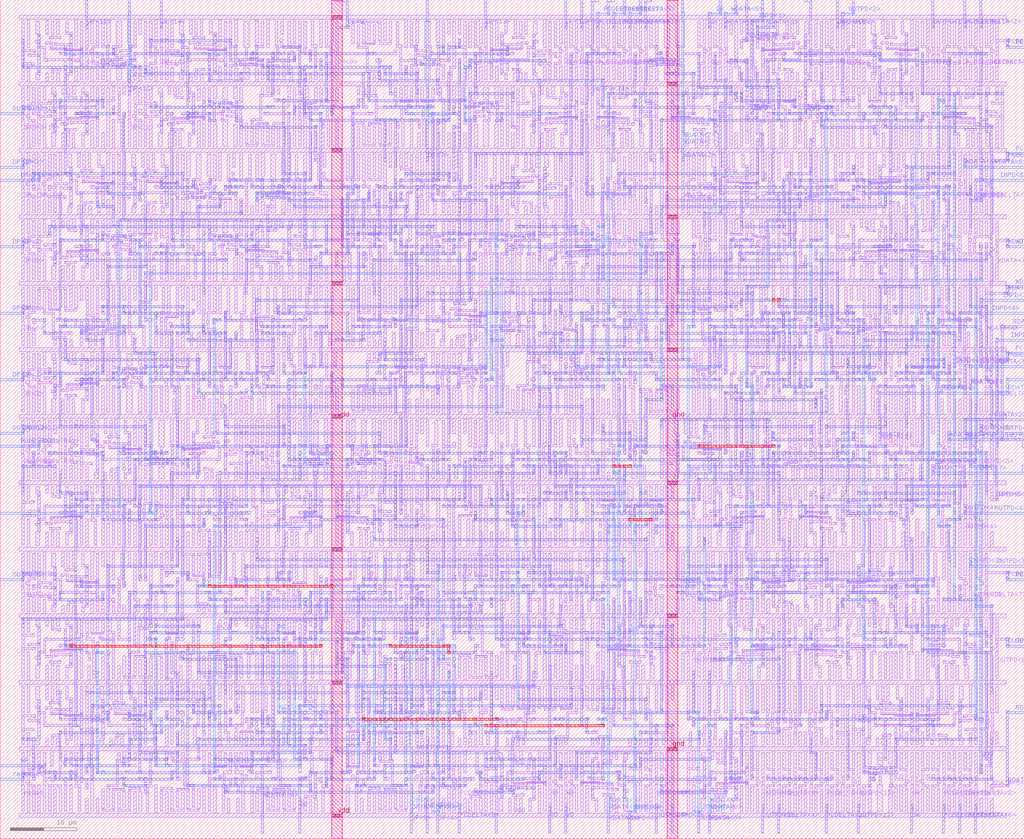
<source format=lef>
VERSION 5.3 ;
   NAMESCASESENSITIVE ON ;
   NOWIREEXTENSIONATPIN ON ;
   DIVIDERCHAR "/" ;
UNITS
   DATABASE MICRONS 1000 ;
END UNITS

MACRO BFCPU
   FOREIGN BFCPU ;
   ORIGIN 2.6000 3.0000 ;
   SIZE 153.9000 BY 126.1000 ;
   PIN vdd
      PORT
         LAYER metal1 ;
	    RECT 0.2000 120.2000 148.6000 120.8000 ;
	    RECT 1.4000 115.9000 1.8000 120.2000 ;
	    RECT 4.2000 117.9000 4.6000 120.2000 ;
	    RECT 5.8000 117.9000 6.2000 120.2000 ;
	    RECT 8.6000 116.0000 9.0000 120.2000 ;
	    RECT 11.0000 116.5000 11.4000 120.2000 ;
	    RECT 13.4000 116.6000 13.9000 120.2000 ;
	    RECT 16.5000 119.9000 16.9000 120.2000 ;
	    RECT 16.5000 116.6000 17.0000 119.9000 ;
	    RECT 18.2000 117.9000 18.6000 120.2000 ;
	    RECT 20.6000 116.5000 21.0000 120.2000 ;
	    RECT 23.0000 115.9000 23.4000 120.2000 ;
	    RECT 25.8000 117.9000 26.2000 120.2000 ;
	    RECT 27.4000 117.9000 27.8000 120.2000 ;
	    RECT 30.2000 116.0000 30.6000 120.2000 ;
	    RECT 32.6000 116.6000 33.1000 120.2000 ;
	    RECT 35.7000 119.9000 36.1000 120.2000 ;
	    RECT 35.7000 116.6000 36.2000 119.9000 ;
	    RECT 37.4000 115.9000 37.8000 120.2000 ;
	    RECT 39.5000 117.9000 39.9000 120.2000 ;
	    RECT 41.4000 116.5000 41.8000 120.2000 ;
	    RECT 45.4000 115.9000 45.8000 120.2000 ;
	    RECT 47.0000 116.5000 47.4000 120.2000 ;
	    RECT 55.0000 116.9000 55.4000 120.2000 ;
	    RECT 58.2000 115.9000 58.6000 120.2000 ;
	    RECT 59.9000 119.9000 60.3000 120.2000 ;
	    RECT 59.8000 116.6000 60.3000 119.9000 ;
	    RECT 62.9000 116.6000 63.4000 120.2000 ;
	    RECT 64.6000 117.9000 65.0000 120.2000 ;
	    RECT 66.2000 117.9000 66.6000 120.2000 ;
	    RECT 67.8000 115.9000 68.2000 120.2000 ;
	    RECT 69.4000 116.5000 69.8000 120.2000 ;
	    RECT 71.8000 116.0000 72.2000 120.2000 ;
	    RECT 74.6000 117.9000 75.0000 120.2000 ;
	    RECT 76.2000 117.9000 76.6000 120.2000 ;
	    RECT 79.0000 115.9000 79.4000 120.2000 ;
	    RECT 81.4000 116.5000 81.8000 120.2000 ;
	    RECT 83.8000 116.5000 84.2000 120.2000 ;
	    RECT 86.2000 116.5000 86.6000 120.2000 ;
	    RECT 88.6000 116.5000 89.0000 120.2000 ;
	    RECT 91.0000 116.5000 91.4000 120.2000 ;
	    RECT 93.4000 116.5000 93.8000 120.2000 ;
	    RECT 95.9000 119.9000 96.3000 120.2000 ;
	    RECT 95.8000 116.6000 96.3000 119.9000 ;
	    RECT 98.9000 116.6000 99.4000 120.2000 ;
	    RECT 103.0000 116.5000 103.4000 120.2000 ;
	    RECT 105.4000 116.5000 105.8000 120.2000 ;
	    RECT 107.0000 117.9000 107.4000 120.2000 ;
	    RECT 108.6000 117.9000 109.0000 120.2000 ;
	    RECT 109.4000 117.9000 109.8000 120.2000 ;
	    RECT 111.0000 117.9000 111.4000 120.2000 ;
	    RECT 112.6000 116.0000 113.0000 120.2000 ;
	    RECT 115.4000 117.9000 115.8000 120.2000 ;
	    RECT 117.0000 117.9000 117.4000 120.2000 ;
	    RECT 119.8000 115.9000 120.2000 120.2000 ;
	    RECT 122.2000 116.5000 122.6000 120.2000 ;
	    RECT 124.6000 116.5000 125.0000 120.2000 ;
	    RECT 127.0000 115.9000 127.4000 120.2000 ;
	    RECT 129.8000 117.9000 130.2000 120.2000 ;
	    RECT 131.4000 117.9000 131.8000 120.2000 ;
	    RECT 134.2000 116.0000 134.6000 120.2000 ;
	    RECT 136.6000 116.5000 137.0000 120.2000 ;
	    RECT 139.0000 116.5000 139.4000 120.2000 ;
	    RECT 141.4000 116.5000 141.8000 120.2000 ;
	    RECT 143.8000 116.5000 144.2000 120.2000 ;
	    RECT 146.2000 116.5000 146.6000 120.2000 ;
	    RECT 1.4000 100.8000 1.8000 104.5000 ;
	    RECT 3.8000 100.8000 4.2000 105.1000 ;
	    RECT 6.6000 100.8000 7.0000 103.1000 ;
	    RECT 8.2000 100.8000 8.6000 103.1000 ;
	    RECT 11.0000 100.8000 11.4000 105.0000 ;
	    RECT 12.6000 100.8000 13.0000 103.1000 ;
	    RECT 14.2000 100.8000 14.6000 105.1000 ;
	    RECT 17.4000 100.8000 17.8000 104.5000 ;
	    RECT 19.8000 100.8000 20.2000 105.1000 ;
	    RECT 22.6000 100.8000 23.0000 103.1000 ;
	    RECT 24.2000 100.8000 24.6000 103.1000 ;
	    RECT 27.0000 100.8000 27.4000 105.0000 ;
	    RECT 29.4000 100.8000 29.9000 104.4000 ;
	    RECT 32.5000 101.1000 33.0000 104.4000 ;
	    RECT 32.5000 100.8000 32.9000 101.1000 ;
	    RECT 39.0000 100.8000 39.4000 104.1000 ;
	    RECT 40.6000 100.8000 41.0000 103.1000 ;
	    RECT 43.0000 100.8000 43.4000 104.9000 ;
	    RECT 44.6000 100.8000 45.0000 103.1000 ;
	    RECT 45.7000 100.8000 46.1000 103.1000 ;
	    RECT 47.8000 100.8000 48.2000 105.1000 ;
	    RECT 51.0000 100.8000 51.4000 104.1000 ;
	    RECT 56.9000 100.8000 57.3000 103.1000 ;
	    RECT 59.0000 100.8000 59.4000 105.1000 ;
	    RECT 60.1000 100.8000 60.5000 103.1000 ;
	    RECT 62.2000 100.8000 62.6000 105.1000 ;
	    RECT 63.0000 100.8000 63.4000 103.1000 ;
	    RECT 64.6000 100.8000 65.0000 103.1000 ;
	    RECT 65.4000 100.8000 65.8000 103.1000 ;
	    RECT 67.0000 100.8000 67.4000 103.1000 ;
	    RECT 68.6000 101.1000 69.1000 104.4000 ;
	    RECT 68.7000 100.8000 69.1000 101.1000 ;
	    RECT 71.7000 100.8000 72.2000 104.4000 ;
	    RECT 74.2000 100.8000 74.6000 103.1000 ;
	    RECT 75.8000 100.8000 76.2000 105.1000 ;
	    RECT 78.6000 100.8000 79.0000 103.1000 ;
	    RECT 80.2000 100.8000 80.6000 103.1000 ;
	    RECT 83.0000 100.8000 83.4000 105.0000 ;
	    RECT 85.4000 100.8000 85.8000 104.5000 ;
	    RECT 87.8000 100.8000 88.2000 105.0000 ;
	    RECT 90.6000 100.8000 91.0000 103.1000 ;
	    RECT 92.2000 100.8000 92.6000 103.1000 ;
	    RECT 95.0000 100.8000 95.4000 105.1000 ;
	    RECT 99.0000 100.8000 99.4000 105.0000 ;
	    RECT 101.8000 100.8000 102.2000 103.1000 ;
	    RECT 103.4000 100.8000 103.8000 103.1000 ;
	    RECT 106.2000 100.8000 106.6000 105.1000 ;
	    RECT 107.8000 100.8000 108.2000 103.1000 ;
	    RECT 110.2000 100.8000 110.6000 104.9000 ;
	    RECT 112.8000 100.8000 113.2000 105.1000 ;
	    RECT 114.5000 100.8000 114.9000 103.1000 ;
	    RECT 116.6000 100.8000 117.0000 105.1000 ;
	    RECT 118.2000 100.8000 118.6000 104.9000 ;
	    RECT 120.8000 100.8000 121.2000 105.1000 ;
	    RECT 123.0000 100.8000 123.4000 104.5000 ;
	    RECT 125.4000 100.8000 125.8000 105.1000 ;
	    RECT 127.8000 100.8000 128.2000 105.1000 ;
	    RECT 129.9000 100.8000 130.3000 103.1000 ;
	    RECT 131.8000 100.8000 132.2000 104.5000 ;
	    RECT 134.2000 100.8000 134.6000 105.1000 ;
	    RECT 138.2000 100.8000 138.6000 105.1000 ;
	    RECT 139.8000 100.8000 140.2000 105.0000 ;
	    RECT 142.6000 100.8000 143.0000 103.1000 ;
	    RECT 144.2000 100.8000 144.6000 103.1000 ;
	    RECT 147.0000 100.8000 147.4000 105.1000 ;
	    RECT 0.2000 100.2000 148.6000 100.8000 ;
	    RECT 1.4000 96.5000 1.8000 100.2000 ;
	    RECT 3.8000 96.5000 4.2000 100.2000 ;
	    RECT 6.2000 95.9000 6.6000 100.2000 ;
	    RECT 9.0000 97.9000 9.4000 100.2000 ;
	    RECT 10.6000 97.9000 11.0000 100.2000 ;
	    RECT 13.4000 96.0000 13.8000 100.2000 ;
	    RECT 15.8000 95.9000 16.2000 100.2000 ;
	    RECT 18.6000 97.9000 19.0000 100.2000 ;
	    RECT 20.2000 97.9000 20.6000 100.2000 ;
	    RECT 23.0000 96.0000 23.4000 100.2000 ;
	    RECT 25.4000 96.6000 25.9000 100.2000 ;
	    RECT 28.5000 99.9000 28.9000 100.2000 ;
	    RECT 28.5000 96.6000 29.0000 99.9000 ;
	    RECT 30.2000 95.9000 30.6000 100.2000 ;
	    RECT 32.3000 97.9000 32.7000 100.2000 ;
	    RECT 33.4000 95.9000 33.8000 100.2000 ;
	    RECT 36.6000 96.6000 37.1000 100.2000 ;
	    RECT 39.7000 99.9000 40.1000 100.2000 ;
	    RECT 39.7000 96.6000 40.2000 99.9000 ;
	    RECT 43.0000 95.9000 43.4000 100.2000 ;
	    RECT 43.8000 95.9000 44.2000 100.2000 ;
	    RECT 45.9000 97.9000 46.3000 100.2000 ;
	    RECT 50.2000 96.5000 50.6000 100.2000 ;
	    RECT 53.4000 96.5000 53.8000 100.2000 ;
	    RECT 55.8000 97.9000 56.2000 100.2000 ;
	    RECT 56.6000 97.9000 57.0000 100.2000 ;
	    RECT 58.2000 98.1000 58.6000 100.2000 ;
	    RECT 60.6000 96.5000 61.0000 100.2000 ;
	    RECT 63.0000 96.5000 63.4000 100.2000 ;
	    RECT 65.7000 97.9000 66.1000 100.2000 ;
	    RECT 67.8000 95.9000 68.2000 100.2000 ;
	    RECT 68.6000 97.9000 69.0000 100.2000 ;
	    RECT 70.2000 95.9000 70.6000 100.2000 ;
	    RECT 73.4000 96.0000 73.8000 100.2000 ;
	    RECT 76.2000 97.9000 76.6000 100.2000 ;
	    RECT 77.8000 97.9000 78.2000 100.2000 ;
	    RECT 80.6000 95.9000 81.0000 100.2000 ;
	    RECT 83.0000 96.5000 83.4000 100.2000 ;
	    RECT 85.4000 96.5000 85.8000 100.2000 ;
	    RECT 87.6000 95.9000 88.0000 100.2000 ;
	    RECT 90.2000 96.1000 90.6000 100.2000 ;
	    RECT 92.6000 96.5000 93.0000 100.2000 ;
	    RECT 94.2000 95.9000 94.6000 100.2000 ;
	    RECT 97.4000 95.9000 97.8000 100.2000 ;
	    RECT 100.6000 96.5000 101.0000 100.2000 ;
	    RECT 103.0000 95.9000 103.4000 100.2000 ;
	    RECT 105.8000 97.9000 106.2000 100.2000 ;
	    RECT 107.4000 97.9000 107.8000 100.2000 ;
	    RECT 110.2000 96.0000 110.6000 100.2000 ;
	    RECT 112.1000 97.9000 112.5000 100.2000 ;
	    RECT 114.2000 95.9000 114.6000 100.2000 ;
	    RECT 115.3000 97.9000 115.7000 100.2000 ;
	    RECT 117.4000 95.9000 117.8000 100.2000 ;
	    RECT 118.2000 97.9000 118.6000 100.2000 ;
	    RECT 119.8000 96.1000 120.2000 100.2000 ;
	    RECT 121.4000 95.9000 121.8000 100.2000 ;
	    RECT 123.5000 97.9000 123.9000 100.2000 ;
	    RECT 124.6000 95.9000 125.0000 100.2000 ;
	    RECT 126.7000 97.9000 127.1000 100.2000 ;
	    RECT 128.6000 96.0000 129.0000 100.2000 ;
	    RECT 131.4000 97.9000 131.8000 100.2000 ;
	    RECT 133.0000 97.9000 133.4000 100.2000 ;
	    RECT 135.8000 95.9000 136.2000 100.2000 ;
	    RECT 139.0000 96.5000 139.4000 100.2000 ;
	    RECT 141.4000 96.5000 141.8000 100.2000 ;
	    RECT 143.8000 97.9000 144.2000 100.2000 ;
	    RECT 145.4000 96.5000 145.8000 100.2000 ;
	    RECT 1.4000 80.8000 1.8000 84.5000 ;
	    RECT 3.8000 80.8000 4.2000 85.1000 ;
	    RECT 6.6000 80.8000 7.0000 83.1000 ;
	    RECT 8.2000 80.8000 8.6000 83.1000 ;
	    RECT 11.0000 80.8000 11.4000 85.0000 ;
	    RECT 13.4000 80.8000 13.9000 84.4000 ;
	    RECT 16.5000 81.1000 17.0000 84.4000 ;
	    RECT 16.5000 80.8000 16.9000 81.1000 ;
	    RECT 18.2000 80.8000 18.6000 85.1000 ;
	    RECT 20.3000 80.8000 20.7000 83.1000 ;
	    RECT 22.2000 80.8000 22.6000 84.5000 ;
	    RECT 23.8000 80.8000 24.2000 85.1000 ;
	    RECT 24.6000 80.8000 25.0000 83.1000 ;
	    RECT 27.8000 80.8000 28.2000 85.1000 ;
	    RECT 29.4000 80.8000 29.9000 84.4000 ;
	    RECT 32.5000 81.1000 33.0000 84.4000 ;
	    RECT 32.5000 80.8000 32.9000 81.1000 ;
	    RECT 35.0000 80.8000 35.4000 85.0000 ;
	    RECT 37.8000 80.8000 38.2000 83.1000 ;
	    RECT 39.4000 80.8000 39.8000 83.1000 ;
	    RECT 42.2000 80.8000 42.6000 85.1000 ;
	    RECT 44.6000 80.8000 45.0000 82.9000 ;
	    RECT 46.2000 80.8000 46.6000 83.1000 ;
	    RECT 48.9000 80.8000 49.3000 83.1000 ;
	    RECT 51.0000 80.8000 51.4000 85.1000 ;
	    RECT 52.1000 80.8000 52.5000 83.1000 ;
	    RECT 54.2000 80.8000 54.6000 85.1000 ;
	    RECT 55.8000 80.8000 56.2000 85.1000 ;
	    RECT 56.6000 80.8000 57.0000 83.1000 ;
	    RECT 59.0000 80.8000 59.4000 82.9000 ;
	    RECT 60.6000 80.8000 61.0000 83.1000 ;
	    RECT 62.2000 80.8000 62.6000 84.9000 ;
	    RECT 63.8000 80.8000 64.2000 83.1000 ;
	    RECT 65.4000 80.8000 65.8000 83.1000 ;
	    RECT 66.2000 80.8000 66.6000 85.1000 ;
	    RECT 68.3000 80.8000 68.7000 83.1000 ;
	    RECT 69.4000 80.8000 69.8000 85.1000 ;
	    RECT 71.0000 80.8000 71.4000 84.5000 ;
	    RECT 73.4000 81.1000 73.9000 84.4000 ;
	    RECT 73.5000 80.8000 73.9000 81.1000 ;
	    RECT 76.5000 80.8000 77.0000 84.4000 ;
	    RECT 79.0000 80.8000 79.4000 85.1000 ;
	    RECT 81.8000 80.8000 82.2000 83.1000 ;
	    RECT 83.4000 80.8000 83.8000 83.1000 ;
	    RECT 86.2000 80.8000 86.6000 85.0000 ;
	    RECT 88.6000 80.8000 89.0000 84.5000 ;
	    RECT 90.2000 80.8000 90.6000 85.1000 ;
	    RECT 91.8000 80.8000 92.2000 84.5000 ;
	    RECT 94.2000 80.8000 94.6000 84.5000 ;
	    RECT 95.8000 80.8000 96.2000 85.1000 ;
	    RECT 96.9000 80.8000 97.3000 83.1000 ;
	    RECT 99.0000 80.8000 99.4000 85.1000 ;
	    RECT 102.2000 80.8000 102.6000 84.5000 ;
	    RECT 103.8000 80.8000 104.2000 85.1000 ;
	    RECT 104.6000 80.8000 105.0000 85.1000 ;
	    RECT 106.2000 80.8000 106.6000 85.1000 ;
	    RECT 107.0000 80.8000 107.4000 85.1000 ;
	    RECT 109.1000 80.8000 109.5000 83.1000 ;
	    RECT 110.2000 80.8000 110.6000 83.1000 ;
	    RECT 111.8000 80.8000 112.2000 84.9000 ;
	    RECT 113.4000 80.8000 113.8000 85.1000 ;
	    RECT 116.6000 80.8000 117.0000 85.1000 ;
	    RECT 118.2000 80.8000 118.6000 82.9000 ;
	    RECT 119.8000 80.8000 120.2000 83.1000 ;
	    RECT 120.6000 80.8000 121.0000 85.1000 ;
	    RECT 122.2000 80.8000 122.6000 85.1000 ;
	    RECT 123.8000 80.8000 124.2000 85.1000 ;
	    RECT 126.6000 80.8000 127.0000 83.1000 ;
	    RECT 128.2000 80.8000 128.6000 83.1000 ;
	    RECT 131.0000 80.8000 131.4000 85.0000 ;
	    RECT 133.4000 80.8000 133.8000 85.0000 ;
	    RECT 136.2000 80.8000 136.6000 83.1000 ;
	    RECT 137.8000 80.8000 138.2000 83.1000 ;
	    RECT 140.6000 80.8000 141.0000 85.1000 ;
	    RECT 142.2000 80.8000 142.6000 85.1000 ;
	    RECT 143.8000 80.8000 144.2000 84.5000 ;
	    RECT 146.2000 80.8000 146.6000 84.5000 ;
	    RECT 0.2000 80.2000 148.6000 80.8000 ;
	    RECT 1.4000 76.5000 1.8000 80.2000 ;
	    RECT 7.8000 76.9000 8.2000 80.2000 ;
	    RECT 9.4000 77.9000 9.8000 80.2000 ;
	    RECT 11.0000 76.1000 11.4000 80.2000 ;
	    RECT 12.6000 77.9000 13.0000 80.2000 ;
	    RECT 14.2000 76.1000 14.6000 80.2000 ;
	    RECT 15.8000 77.9000 16.2000 80.2000 ;
	    RECT 17.4000 77.9000 17.8000 80.2000 ;
	    RECT 19.0000 78.1000 19.4000 80.2000 ;
	    RECT 20.6000 77.9000 21.0000 80.2000 ;
	    RECT 22.5000 75.9000 22.9000 80.2000 ;
	    RECT 24.6000 77.9000 25.0000 80.2000 ;
	    RECT 26.2000 77.9000 26.6000 80.2000 ;
	    RECT 27.0000 75.9000 27.4000 80.2000 ;
	    RECT 28.6000 76.5000 29.0000 80.2000 ;
	    RECT 30.2000 75.9000 30.6000 80.2000 ;
	    RECT 32.6000 75.9000 33.0000 80.2000 ;
	    RECT 36.1000 75.9000 36.5000 80.2000 ;
	    RECT 39.8000 75.9000 40.2000 80.2000 ;
	    RECT 40.6000 77.9000 41.0000 80.2000 ;
	    RECT 42.2000 77.9000 42.6000 80.2000 ;
	    RECT 44.6000 75.9000 45.0000 80.2000 ;
	    RECT 45.4000 77.9000 45.8000 80.2000 ;
	    RECT 47.0000 77.9000 47.4000 80.2000 ;
	    RECT 49.4000 77.9000 49.8000 80.2000 ;
	    RECT 51.8000 76.5000 52.2000 80.2000 ;
	    RECT 55.8000 76.5000 56.2000 80.2000 ;
	    RECT 57.4000 75.9000 57.8000 80.2000 ;
	    RECT 59.0000 75.9000 59.4000 80.2000 ;
	    RECT 60.6000 75.9000 61.0000 80.2000 ;
	    RECT 62.2000 75.9000 62.6000 80.2000 ;
	    RECT 65.0000 77.9000 65.4000 80.2000 ;
	    RECT 66.6000 77.9000 67.0000 80.2000 ;
	    RECT 69.4000 76.0000 69.8000 80.2000 ;
	    RECT 71.8000 76.6000 72.3000 80.2000 ;
	    RECT 74.9000 79.9000 75.3000 80.2000 ;
	    RECT 74.9000 76.6000 75.4000 79.9000 ;
	    RECT 78.2000 75.9000 78.6000 80.2000 ;
	    RECT 79.0000 77.9000 79.4000 80.2000 ;
	    RECT 80.6000 77.9000 81.0000 80.2000 ;
	    RECT 82.2000 76.1000 82.6000 80.2000 ;
	    RECT 83.8000 77.9000 84.2000 80.2000 ;
	    RECT 84.6000 77.9000 85.0000 80.2000 ;
	    RECT 86.2000 78.1000 86.6000 80.2000 ;
	    RECT 88.6000 78.1000 89.0000 80.2000 ;
	    RECT 90.2000 77.9000 90.6000 80.2000 ;
	    RECT 91.8000 76.1000 92.2000 80.2000 ;
	    RECT 94.4000 75.9000 94.8000 80.2000 ;
	    RECT 95.8000 77.9000 96.2000 80.2000 ;
	    RECT 97.4000 78.1000 97.8000 80.2000 ;
	    RECT 105.4000 76.9000 105.8000 80.2000 ;
	    RECT 107.8000 78.1000 108.2000 80.2000 ;
	    RECT 109.4000 77.9000 109.8000 80.2000 ;
	    RECT 110.2000 75.9000 110.6000 80.2000 ;
	    RECT 112.3000 77.9000 112.7000 80.2000 ;
	    RECT 113.4000 75.9000 113.8000 80.2000 ;
	    RECT 115.5000 77.9000 115.9000 80.2000 ;
	    RECT 118.2000 76.5000 118.6000 80.2000 ;
	    RECT 119.8000 77.9000 120.2000 80.2000 ;
	    RECT 121.4000 76.1000 121.8000 80.2000 ;
	    RECT 123.0000 75.9000 123.4000 80.2000 ;
	    RECT 125.1000 77.9000 125.5000 80.2000 ;
	    RECT 126.2000 77.9000 126.6000 80.2000 ;
	    RECT 127.8000 76.1000 128.2000 80.2000 ;
	    RECT 129.4000 75.9000 129.8000 80.2000 ;
	    RECT 131.5000 77.9000 131.9000 80.2000 ;
	    RECT 132.6000 75.9000 133.0000 80.2000 ;
	    RECT 134.2000 75.9000 134.6000 80.2000 ;
	    RECT 136.3000 77.9000 136.7000 80.2000 ;
	    RECT 137.4000 75.9000 137.8000 80.2000 ;
	    RECT 139.5000 77.9000 139.9000 80.2000 ;
	    RECT 142.2000 76.5000 142.6000 80.2000 ;
	    RECT 144.6000 76.5000 145.0000 80.2000 ;
	    RECT 1.4000 60.8000 1.8000 64.5000 ;
	    RECT 3.8000 60.8000 4.2000 65.1000 ;
	    RECT 6.6000 60.8000 7.0000 63.1000 ;
	    RECT 8.2000 60.8000 8.6000 63.1000 ;
	    RECT 11.0000 60.8000 11.4000 65.0000 ;
	    RECT 12.6000 60.8000 13.0000 65.1000 ;
	    RECT 15.0000 60.8000 15.5000 64.4000 ;
	    RECT 18.1000 61.1000 18.6000 64.4000 ;
	    RECT 18.1000 60.8000 18.5000 61.1000 ;
	    RECT 20.6000 60.8000 21.0000 64.5000 ;
	    RECT 23.3000 60.8000 23.7000 63.1000 ;
	    RECT 25.4000 60.8000 25.8000 65.1000 ;
	    RECT 27.0000 60.8000 27.4000 62.9000 ;
	    RECT 28.6000 60.8000 29.0000 63.1000 ;
	    RECT 29.7000 60.8000 30.1000 63.1000 ;
	    RECT 31.8000 60.8000 32.2000 65.1000 ;
	    RECT 32.6000 60.8000 33.0000 63.1000 ;
	    RECT 34.2000 60.8000 34.6000 62.9000 ;
	    RECT 36.1000 60.8000 36.5000 63.1000 ;
	    RECT 38.2000 60.8000 38.6000 65.1000 ;
	    RECT 39.8000 60.8000 40.2000 63.1000 ;
	    RECT 40.6000 60.8000 41.0000 63.1000 ;
	    RECT 42.2000 60.8000 42.6000 63.1000 ;
	    RECT 43.0000 60.8000 43.4000 63.1000 ;
	    RECT 44.6000 60.8000 45.0000 63.1000 ;
	    RECT 47.0000 60.8000 47.4000 64.5000 ;
	    RECT 55.0000 60.8000 55.4000 64.1000 ;
	    RECT 56.6000 60.8000 57.0000 65.1000 ;
	    RECT 58.7000 60.8000 59.1000 63.1000 ;
	    RECT 59.8000 60.8000 60.2000 63.1000 ;
	    RECT 61.4000 60.8000 61.8000 63.1000 ;
	    RECT 62.2000 60.8000 62.6000 65.1000 ;
	    RECT 63.8000 60.8000 64.2000 64.5000 ;
	    RECT 66.2000 61.1000 66.7000 64.4000 ;
	    RECT 66.3000 60.8000 66.7000 61.1000 ;
	    RECT 69.3000 60.8000 69.8000 64.4000 ;
	    RECT 71.8000 60.8000 72.2000 64.5000 ;
	    RECT 73.4000 60.8000 73.8000 65.1000 ;
	    RECT 79.0000 60.8000 79.4000 64.1000 ;
	    RECT 82.2000 60.8000 82.6000 65.1000 ;
	    RECT 83.8000 60.8000 84.2000 64.9000 ;
	    RECT 85.4000 60.8000 85.8000 63.1000 ;
	    RECT 86.2000 60.8000 86.6000 63.1000 ;
	    RECT 87.8000 60.8000 88.2000 63.1000 ;
	    RECT 88.6000 60.8000 89.0000 63.1000 ;
	    RECT 90.2000 60.8000 90.6000 63.1000 ;
	    RECT 91.0000 60.8000 91.4000 65.1000 ;
	    RECT 94.2000 60.8000 94.6000 64.1000 ;
	    RECT 102.2000 60.8000 102.6000 64.9000 ;
	    RECT 103.8000 60.8000 104.2000 63.1000 ;
	    RECT 104.6000 60.8000 105.0000 63.1000 ;
	    RECT 106.2000 60.8000 106.6000 63.1000 ;
	    RECT 107.8000 60.8000 108.2000 62.9000 ;
	    RECT 109.4000 60.8000 109.8000 63.1000 ;
	    RECT 110.2000 60.8000 110.6000 65.1000 ;
	    RECT 112.3000 60.8000 112.7000 63.1000 ;
	    RECT 114.2000 60.8000 114.6000 62.9000 ;
	    RECT 115.8000 60.8000 116.2000 63.1000 ;
	    RECT 116.6000 60.8000 117.0000 65.1000 ;
	    RECT 119.0000 60.8000 119.4000 63.1000 ;
	    RECT 120.6000 60.8000 121.0000 62.9000 ;
	    RECT 122.2000 60.8000 122.6000 65.1000 ;
	    RECT 124.3000 60.8000 124.7000 63.1000 ;
	    RECT 126.2000 60.8000 126.6000 65.1000 ;
	    RECT 127.0000 60.8000 127.4000 65.1000 ;
	    RECT 129.1000 60.8000 129.5000 63.1000 ;
	    RECT 131.8000 60.8000 132.2000 64.5000 ;
	    RECT 133.7000 60.8000 134.1000 63.1000 ;
	    RECT 135.8000 60.8000 136.2000 65.1000 ;
	    RECT 136.6000 60.8000 137.0000 65.1000 ;
	    RECT 138.7000 60.8000 139.1000 63.1000 ;
	    RECT 140.6000 60.8000 141.0000 63.1000 ;
	    RECT 141.4000 60.8000 141.8000 63.1000 ;
	    RECT 143.0000 60.8000 143.4000 63.1000 ;
	    RECT 144.6000 60.8000 145.0000 63.1000 ;
	    RECT 146.2000 60.8000 146.6000 64.5000 ;
	    RECT 0.2000 60.2000 148.6000 60.8000 ;
	    RECT 1.4000 56.5000 1.8000 60.2000 ;
	    RECT 3.8000 56.5000 4.2000 60.2000 ;
	    RECT 5.4000 57.9000 5.8000 60.2000 ;
	    RECT 7.8000 56.5000 8.2000 60.2000 ;
	    RECT 10.2000 55.9000 10.6000 60.2000 ;
	    RECT 13.0000 57.9000 13.4000 60.2000 ;
	    RECT 14.6000 57.9000 15.0000 60.2000 ;
	    RECT 17.4000 56.0000 17.8000 60.2000 ;
	    RECT 19.9000 59.9000 20.3000 60.2000 ;
	    RECT 19.8000 56.6000 20.3000 59.9000 ;
	    RECT 22.9000 56.6000 23.4000 60.2000 ;
	    RECT 25.4000 56.0000 25.8000 60.2000 ;
	    RECT 28.2000 57.9000 28.6000 60.2000 ;
	    RECT 29.8000 57.9000 30.2000 60.2000 ;
	    RECT 32.6000 55.9000 33.0000 60.2000 ;
	    RECT 35.0000 56.5000 35.4000 60.2000 ;
	    RECT 36.6000 55.9000 37.0000 60.2000 ;
	    RECT 38.2000 56.5000 38.6000 60.2000 ;
	    RECT 39.8000 57.9000 40.2000 60.2000 ;
	    RECT 41.4000 57.9000 41.8000 60.2000 ;
	    RECT 43.0000 56.6000 43.5000 60.2000 ;
	    RECT 46.1000 59.9000 46.5000 60.2000 ;
	    RECT 50.3000 59.9000 50.7000 60.2000 ;
	    RECT 46.1000 56.6000 46.6000 59.9000 ;
	    RECT 50.2000 56.6000 50.7000 59.9000 ;
	    RECT 53.3000 56.6000 53.8000 60.2000 ;
	    RECT 55.8000 56.5000 56.2000 60.2000 ;
	    RECT 57.4000 55.9000 57.8000 60.2000 ;
	    RECT 59.0000 56.1000 59.4000 60.2000 ;
	    RECT 60.6000 57.9000 61.0000 60.2000 ;
	    RECT 61.4000 55.9000 61.8000 60.2000 ;
	    RECT 64.6000 57.9000 65.0000 60.2000 ;
	    RECT 65.4000 57.9000 65.8000 60.2000 ;
	    RECT 67.0000 57.9000 67.4000 60.2000 ;
	    RECT 67.8000 55.9000 68.2000 60.2000 ;
	    RECT 69.4000 56.5000 69.8000 60.2000 ;
	    RECT 71.0000 57.9000 71.4000 60.2000 ;
	    RECT 72.6000 57.9000 73.0000 60.2000 ;
	    RECT 73.4000 55.9000 73.8000 60.2000 ;
	    RECT 77.4000 55.9000 77.8000 60.2000 ;
	    RECT 78.2000 55.9000 78.6000 60.2000 ;
	    RECT 79.8000 56.5000 80.2000 60.2000 ;
	    RECT 81.4000 55.9000 81.8000 60.2000 ;
	    RECT 83.5000 57.9000 83.9000 60.2000 ;
	    RECT 84.6000 57.9000 85.0000 60.2000 ;
	    RECT 86.2000 57.9000 86.6000 60.2000 ;
	    RECT 87.0000 57.9000 87.4000 60.2000 ;
	    RECT 90.2000 55.9000 90.6000 60.2000 ;
	    RECT 93.4000 56.5000 93.8000 60.2000 ;
	    RECT 97.4000 55.9000 97.8000 60.2000 ;
	    RECT 100.2000 57.9000 100.6000 60.2000 ;
	    RECT 101.8000 57.9000 102.2000 60.2000 ;
	    RECT 104.6000 56.0000 105.0000 60.2000 ;
	    RECT 107.8000 55.9000 108.2000 60.2000 ;
	    RECT 109.4000 56.5000 109.8000 60.2000 ;
	    RECT 111.0000 55.9000 111.4000 60.2000 ;
	    RECT 112.1000 57.9000 112.5000 60.2000 ;
	    RECT 114.2000 55.9000 114.6000 60.2000 ;
	    RECT 115.0000 57.9000 115.4000 60.2000 ;
	    RECT 116.6000 56.1000 117.0000 60.2000 ;
	    RECT 118.2000 55.9000 118.6000 60.2000 ;
	    RECT 120.3000 57.9000 120.7000 60.2000 ;
	    RECT 121.7000 57.9000 122.1000 60.2000 ;
	    RECT 123.8000 55.9000 124.2000 60.2000 ;
	    RECT 124.6000 55.9000 125.0000 60.2000 ;
	    RECT 126.7000 57.9000 127.1000 60.2000 ;
	    RECT 127.8000 57.9000 128.2000 60.2000 ;
	    RECT 129.4000 57.9000 129.8000 60.2000 ;
	    RECT 131.0000 56.5000 131.4000 60.2000 ;
	    RECT 135.0000 56.5000 135.4000 60.2000 ;
	    RECT 137.4000 57.9000 137.8000 60.2000 ;
	    RECT 139.0000 56.5000 139.4000 60.2000 ;
	    RECT 140.6000 57.9000 141.0000 60.2000 ;
	    RECT 142.2000 57.9000 142.6000 60.2000 ;
	    RECT 143.8000 56.5000 144.2000 60.2000 ;
	    RECT 145.4000 57.9000 145.8000 60.2000 ;
	    RECT 147.0000 57.9000 147.4000 60.2000 ;
	    RECT 1.4000 40.8000 1.8000 45.1000 ;
	    RECT 4.2000 40.8000 4.6000 43.1000 ;
	    RECT 5.8000 40.8000 6.2000 43.1000 ;
	    RECT 8.6000 40.8000 9.0000 45.0000 ;
	    RECT 10.2000 40.8000 10.6000 45.1000 ;
	    RECT 13.4000 40.8000 13.8000 44.5000 ;
	    RECT 15.8000 40.8000 16.2000 44.5000 ;
	    RECT 17.4000 40.8000 17.8000 45.1000 ;
	    RECT 19.0000 40.8000 19.4000 44.5000 ;
	    RECT 21.4000 40.8000 21.8000 44.5000 ;
	    RECT 23.0000 40.8000 23.4000 45.1000 ;
	    RECT 24.6000 40.8000 25.0000 45.1000 ;
	    RECT 25.4000 40.8000 25.8000 43.1000 ;
	    RECT 27.8000 40.8000 28.2000 42.9000 ;
	    RECT 29.4000 40.8000 29.8000 43.1000 ;
	    RECT 30.2000 40.8000 30.6000 43.1000 ;
	    RECT 31.8000 40.8000 32.2000 44.9000 ;
	    RECT 33.4000 40.8000 33.8000 43.1000 ;
	    RECT 35.0000 40.8000 35.4000 42.9000 ;
	    RECT 37.4000 40.8000 37.8000 45.1000 ;
	    RECT 40.2000 40.8000 40.6000 43.1000 ;
	    RECT 41.8000 40.8000 42.2000 43.1000 ;
	    RECT 44.6000 40.8000 45.0000 45.0000 ;
	    RECT 48.6000 40.8000 49.0000 45.0000 ;
	    RECT 51.4000 40.8000 51.8000 43.1000 ;
	    RECT 53.0000 40.8000 53.4000 43.1000 ;
	    RECT 55.8000 40.8000 56.2000 45.1000 ;
	    RECT 58.2000 40.8000 58.6000 44.5000 ;
	    RECT 60.6000 40.8000 61.0000 44.5000 ;
	    RECT 62.2000 40.8000 62.6000 43.1000 ;
	    RECT 63.8000 40.8000 64.2000 43.1000 ;
	    RECT 65.4000 40.8000 65.8000 43.1000 ;
	    RECT 67.5000 40.8000 67.9000 45.1000 ;
	    RECT 69.4000 40.8000 69.8000 43.1000 ;
	    RECT 71.0000 40.8000 71.4000 43.1000 ;
	    RECT 72.6000 40.8000 73.0000 43.1000 ;
	    RECT 73.4000 40.8000 73.8000 45.1000 ;
	    RECT 77.4000 40.8000 77.8000 45.1000 ;
	    RECT 78.2000 40.8000 78.6000 43.1000 ;
	    RECT 79.8000 40.8000 80.2000 43.1000 ;
	    RECT 81.4000 40.8000 81.8000 45.1000 ;
	    RECT 82.2000 40.8000 82.6000 45.1000 ;
	    RECT 84.6000 40.8000 85.0000 43.1000 ;
	    RECT 86.2000 40.8000 86.6000 43.1000 ;
	    RECT 87.3000 40.8000 87.7000 43.1000 ;
	    RECT 89.4000 40.8000 89.8000 45.1000 ;
	    RECT 91.0000 40.8000 91.4000 44.5000 ;
	    RECT 94.5000 40.8000 94.9000 43.1000 ;
	    RECT 96.6000 40.8000 97.0000 45.1000 ;
	    RECT 98.2000 40.8000 98.6000 43.1000 ;
	    RECT 102.2000 40.8000 102.6000 45.1000 ;
	    RECT 103.8000 40.8000 104.2000 45.1000 ;
	    RECT 106.6000 40.8000 107.0000 43.1000 ;
	    RECT 108.2000 40.8000 108.6000 43.1000 ;
	    RECT 111.0000 40.8000 111.4000 45.0000 ;
	    RECT 112.6000 40.8000 113.0000 45.1000 ;
	    RECT 115.0000 40.8000 115.4000 44.5000 ;
	    RECT 116.6000 40.8000 117.0000 45.1000 ;
	    RECT 118.2000 40.8000 118.6000 45.0000 ;
	    RECT 121.0000 40.8000 121.4000 43.1000 ;
	    RECT 122.6000 40.8000 123.0000 43.1000 ;
	    RECT 125.4000 40.8000 125.8000 45.1000 ;
	    RECT 127.8000 40.8000 128.2000 44.5000 ;
	    RECT 130.2000 40.8000 130.6000 45.1000 ;
	    RECT 132.9000 40.8000 133.3000 43.1000 ;
	    RECT 135.0000 40.8000 135.4000 45.1000 ;
	    RECT 135.8000 40.8000 136.2000 43.1000 ;
	    RECT 137.4000 40.8000 137.8000 45.1000 ;
	    RECT 139.5000 40.8000 139.9000 43.1000 ;
	    RECT 141.4000 40.8000 141.8000 44.5000 ;
	    RECT 143.8000 40.8000 144.2000 44.5000 ;
	    RECT 146.2000 40.8000 146.6000 43.1000 ;
	    RECT 0.2000 40.2000 148.6000 40.8000 ;
	    RECT 1.4000 36.5000 1.8000 40.2000 ;
	    RECT 3.8000 35.9000 4.2000 40.2000 ;
	    RECT 6.6000 37.9000 7.0000 40.2000 ;
	    RECT 8.2000 37.9000 8.6000 40.2000 ;
	    RECT 11.0000 36.0000 11.4000 40.2000 ;
	    RECT 12.6000 37.9000 13.0000 40.2000 ;
	    RECT 14.2000 35.9000 14.6000 40.2000 ;
	    RECT 16.6000 37.9000 17.0000 40.2000 ;
	    RECT 18.2000 37.9000 18.6000 40.2000 ;
	    RECT 19.0000 37.9000 19.4000 40.2000 ;
	    RECT 20.6000 37.9000 21.0000 40.2000 ;
	    RECT 22.2000 38.1000 22.6000 40.2000 ;
	    RECT 23.8000 37.9000 24.2000 40.2000 ;
	    RECT 29.4000 36.9000 29.8000 40.2000 ;
	    RECT 31.0000 35.9000 31.4000 40.2000 ;
	    RECT 35.0000 35.9000 35.4000 40.2000 ;
	    RECT 36.6000 37.9000 37.0000 40.2000 ;
	    RECT 37.4000 35.9000 37.8000 40.2000 ;
	    RECT 39.5000 37.9000 39.9000 40.2000 ;
	    RECT 41.7000 35.9000 42.1000 40.2000 ;
	    RECT 43.8000 37.9000 44.2000 40.2000 ;
	    RECT 45.4000 37.9000 45.8000 40.2000 ;
	    RECT 46.2000 37.9000 46.6000 40.2000 ;
	    RECT 49.7000 37.9000 50.1000 40.2000 ;
	    RECT 51.8000 35.9000 52.2000 40.2000 ;
	    RECT 52.9000 37.9000 53.3000 40.2000 ;
	    RECT 55.0000 35.9000 55.4000 40.2000 ;
	    RECT 55.8000 35.9000 56.2000 40.2000 ;
	    RECT 58.5000 37.9000 58.9000 40.2000 ;
	    RECT 60.6000 35.9000 61.0000 40.2000 ;
	    RECT 61.4000 35.9000 61.8000 40.2000 ;
	    RECT 63.0000 35.9000 63.4000 40.2000 ;
	    RECT 63.8000 37.9000 64.2000 40.2000 ;
	    RECT 65.4000 37.9000 65.8000 40.2000 ;
	    RECT 67.0000 36.9000 67.4000 40.2000 ;
	    RECT 72.6000 37.9000 73.0000 40.2000 ;
	    RECT 74.2000 37.9000 74.6000 40.2000 ;
	    RECT 75.0000 37.9000 75.4000 40.2000 ;
	    RECT 76.6000 38.1000 77.0000 40.2000 ;
	    RECT 78.2000 37.9000 78.6000 40.2000 ;
	    RECT 80.6000 36.5000 81.0000 40.2000 ;
	    RECT 83.0000 35.9000 83.4000 40.2000 ;
	    RECT 85.4000 37.9000 85.8000 40.2000 ;
	    RECT 87.0000 37.9000 87.4000 40.2000 ;
	    RECT 89.4000 35.9000 89.8000 40.2000 ;
	    RECT 91.8000 35.9000 92.2000 40.2000 ;
	    RECT 93.4000 37.9000 93.8000 40.2000 ;
	    RECT 94.2000 35.9000 94.6000 40.2000 ;
	    RECT 95.8000 36.5000 96.2000 40.2000 ;
	    RECT 99.0000 35.9000 99.4000 40.2000 ;
	    RECT 100.6000 36.5000 101.0000 40.2000 ;
	    RECT 102.2000 35.9000 102.6000 40.2000 ;
	    RECT 104.3000 37.9000 104.7000 40.2000 ;
	    RECT 105.4000 37.9000 105.8000 40.2000 ;
	    RECT 107.0000 36.1000 107.4000 40.2000 ;
	    RECT 108.6000 35.9000 109.0000 40.2000 ;
	    RECT 110.7000 37.9000 111.1000 40.2000 ;
	    RECT 112.6000 36.0000 113.0000 40.2000 ;
	    RECT 115.4000 37.9000 115.8000 40.2000 ;
	    RECT 117.0000 37.9000 117.4000 40.2000 ;
	    RECT 119.8000 35.9000 120.2000 40.2000 ;
	    RECT 122.2000 36.5000 122.6000 40.2000 ;
	    RECT 125.4000 36.0000 125.8000 40.2000 ;
	    RECT 128.2000 37.9000 128.6000 40.2000 ;
	    RECT 129.8000 37.9000 130.2000 40.2000 ;
	    RECT 132.6000 35.9000 133.0000 40.2000 ;
	    RECT 135.0000 36.5000 135.4000 40.2000 ;
	    RECT 139.0000 35.9000 139.4000 40.2000 ;
	    RECT 140.6000 37.9000 141.0000 40.2000 ;
	    RECT 142.2000 36.5000 142.6000 40.2000 ;
	    RECT 144.6000 36.5000 145.0000 40.2000 ;
	    RECT 1.4000 20.8000 1.8000 25.1000 ;
	    RECT 4.2000 20.8000 4.6000 23.1000 ;
	    RECT 5.8000 20.8000 6.2000 23.1000 ;
	    RECT 8.6000 20.8000 9.0000 25.0000 ;
	    RECT 10.5000 20.8000 10.9000 23.1000 ;
	    RECT 12.6000 20.8000 13.0000 25.1000 ;
	    RECT 13.4000 20.8000 13.8000 23.1000 ;
	    RECT 15.0000 20.8000 15.4000 23.1000 ;
	    RECT 20.6000 20.8000 21.0000 24.1000 ;
	    RECT 22.2000 20.8000 22.6000 25.1000 ;
	    RECT 24.3000 20.8000 24.7000 23.1000 ;
	    RECT 27.0000 20.8000 27.4000 25.1000 ;
	    RECT 32.6000 20.8000 33.0000 24.1000 ;
	    RECT 35.8000 20.8000 36.2000 25.1000 ;
	    RECT 37.4000 20.8000 37.8000 24.5000 ;
	    RECT 39.8000 20.8000 40.2000 25.1000 ;
	    RECT 43.0000 20.8000 43.4000 25.1000 ;
	    RECT 45.4000 20.8000 45.8000 25.1000 ;
	    RECT 47.8000 20.8000 48.2000 25.1000 ;
	    RECT 51.0000 20.8000 51.4000 25.1000 ;
	    RECT 53.4000 20.8000 53.8000 25.1000 ;
	    RECT 55.0000 20.8000 55.4000 22.9000 ;
	    RECT 56.6000 20.8000 57.0000 23.1000 ;
	    RECT 57.7000 20.8000 58.1000 23.1000 ;
	    RECT 59.8000 20.8000 60.2000 25.1000 ;
	    RECT 62.2000 20.8000 62.6000 25.1000 ;
	    RECT 63.8000 20.8000 64.2000 22.9000 ;
	    RECT 65.4000 20.8000 65.8000 23.1000 ;
	    RECT 67.0000 20.8000 67.4000 24.1000 ;
	    RECT 72.6000 20.8000 73.0000 25.1000 ;
	    RECT 74.5000 20.8000 74.9000 23.1000 ;
	    RECT 76.6000 20.8000 77.0000 25.1000 ;
	    RECT 79.0000 20.8000 79.4000 25.1000 ;
	    RECT 79.8000 20.8000 80.2000 23.1000 ;
	    RECT 81.4000 20.8000 81.8000 24.9000 ;
	    RECT 83.8000 20.8000 84.2000 23.1000 ;
	    RECT 84.6000 20.8000 85.0000 23.1000 ;
	    RECT 86.2000 20.8000 86.6000 23.1000 ;
	    RECT 87.0000 20.8000 87.4000 25.1000 ;
	    RECT 89.4000 20.8000 89.8000 25.0000 ;
	    RECT 92.2000 20.8000 92.6000 23.1000 ;
	    RECT 93.8000 20.8000 94.2000 23.1000 ;
	    RECT 96.6000 20.8000 97.0000 25.1000 ;
	    RECT 100.6000 20.8000 101.0000 24.5000 ;
	    RECT 103.0000 20.8000 103.4000 24.5000 ;
	    RECT 105.4000 20.8000 105.8000 25.1000 ;
	    RECT 108.2000 20.8000 108.6000 23.1000 ;
	    RECT 109.8000 20.8000 110.2000 23.1000 ;
	    RECT 112.6000 20.8000 113.0000 25.0000 ;
	    RECT 114.2000 20.8000 114.6000 23.1000 ;
	    RECT 115.8000 20.8000 116.2000 25.1000 ;
	    RECT 119.0000 20.8000 119.4000 25.0000 ;
	    RECT 121.8000 20.8000 122.2000 23.1000 ;
	    RECT 123.4000 20.8000 123.8000 23.1000 ;
	    RECT 126.2000 20.8000 126.6000 25.1000 ;
	    RECT 129.4000 20.8000 129.8000 25.1000 ;
	    RECT 131.0000 20.8000 131.4000 24.5000 ;
	    RECT 135.0000 20.8000 135.4000 25.1000 ;
	    RECT 136.6000 20.8000 137.0000 25.0000 ;
	    RECT 139.4000 20.8000 139.8000 23.1000 ;
	    RECT 141.0000 20.8000 141.4000 23.1000 ;
	    RECT 143.8000 20.8000 144.2000 25.1000 ;
	    RECT 146.2000 20.8000 146.6000 24.5000 ;
	    RECT 0.2000 20.2000 148.6000 20.8000 ;
	    RECT 1.4000 15.9000 1.8000 20.2000 ;
	    RECT 4.2000 17.9000 4.6000 20.2000 ;
	    RECT 5.8000 19.2000 6.2000 20.2000 ;
	    RECT 5.8000 18.8000 6.6000 19.2000 ;
	    RECT 5.8000 17.9000 6.2000 18.8000 ;
	    RECT 8.6000 16.0000 9.0000 20.2000 ;
	    RECT 11.0000 15.9000 11.4000 20.2000 ;
	    RECT 13.8000 17.9000 14.2000 20.2000 ;
	    RECT 15.4000 17.9000 15.8000 20.2000 ;
	    RECT 18.2000 16.0000 18.6000 20.2000 ;
	    RECT 20.6000 18.1000 21.0000 20.2000 ;
	    RECT 22.2000 17.9000 22.6000 20.2000 ;
	    RECT 23.8000 17.9000 24.2000 20.2000 ;
	    RECT 24.6000 17.9000 25.0000 20.2000 ;
	    RECT 26.2000 18.1000 26.6000 20.2000 ;
	    RECT 27.8000 15.9000 28.2000 20.2000 ;
	    RECT 30.2000 17.9000 30.6000 20.2000 ;
	    RECT 31.8000 17.9000 32.2000 20.2000 ;
	    RECT 32.9000 17.9000 33.3000 20.2000 ;
	    RECT 35.0000 15.9000 35.4000 20.2000 ;
	    RECT 35.8000 15.9000 36.2000 20.2000 ;
	    RECT 39.0000 17.9000 39.4000 20.2000 ;
	    RECT 39.8000 17.9000 40.2000 20.2000 ;
	    RECT 41.4000 17.9000 41.8000 20.2000 ;
	    RECT 42.2000 17.9000 42.6000 20.2000 ;
	    RECT 43.8000 18.1000 44.2000 20.2000 ;
	    RECT 47.0000 15.9000 47.4000 20.2000 ;
	    RECT 49.4000 15.9000 49.8000 20.2000 ;
	    RECT 52.6000 15.9000 53.0000 20.2000 ;
	    RECT 53.7000 17.9000 54.1000 20.2000 ;
	    RECT 55.8000 15.9000 56.2000 20.2000 ;
	    RECT 56.6000 15.9000 57.0000 20.2000 ;
	    RECT 59.0000 16.5000 59.4000 20.2000 ;
	    RECT 63.0000 15.9000 63.4000 20.2000 ;
	    RECT 63.8000 17.9000 64.2000 20.2000 ;
	    RECT 65.4000 17.9000 65.8000 20.2000 ;
	    RECT 67.8000 15.9000 68.2000 20.2000 ;
	    RECT 68.6000 17.9000 69.0000 20.2000 ;
	    RECT 70.2000 17.9000 70.6000 20.2000 ;
	    RECT 71.8000 17.9000 72.2000 20.2000 ;
	    RECT 73.4000 16.9000 73.8000 20.2000 ;
	    RECT 79.8000 16.9000 80.2000 20.2000 ;
	    RECT 86.2000 16.9000 86.6000 20.2000 ;
	    RECT 93.4000 15.9000 93.8000 20.2000 ;
	    RECT 95.8000 15.9000 96.2000 20.2000 ;
	    RECT 96.6000 17.9000 97.0000 20.2000 ;
	    RECT 98.2000 17.9000 98.6000 20.2000 ;
	    RECT 101.4000 16.5000 101.8000 20.2000 ;
	    RECT 103.8000 15.9000 104.2000 20.2000 ;
	    RECT 106.2000 15.9000 106.6000 20.2000 ;
	    RECT 110.2000 16.5000 110.6000 20.2000 ;
	    RECT 111.8000 15.9000 112.2000 20.2000 ;
	    RECT 113.4000 16.5000 113.8000 20.2000 ;
	    RECT 115.8000 16.5000 116.2000 20.2000 ;
	    RECT 117.4000 15.9000 117.8000 20.2000 ;
	    RECT 118.2000 15.9000 118.6000 20.2000 ;
	    RECT 119.8000 16.5000 120.2000 20.2000 ;
	    RECT 123.0000 15.9000 123.4000 20.2000 ;
	    RECT 124.6000 17.9000 125.0000 20.2000 ;
	    RECT 126.2000 15.9000 126.6000 20.2000 ;
	    RECT 129.0000 17.9000 129.4000 20.2000 ;
	    RECT 130.6000 17.9000 131.0000 20.2000 ;
	    RECT 133.4000 16.0000 133.8000 20.2000 ;
	    RECT 135.8000 16.0000 136.2000 20.2000 ;
	    RECT 138.6000 17.9000 139.0000 20.2000 ;
	    RECT 140.2000 17.9000 140.6000 20.2000 ;
	    RECT 143.0000 15.9000 143.4000 20.2000 ;
	    RECT 145.4000 16.5000 145.8000 20.2000 ;
	    RECT 147.0000 15.9000 147.4000 20.2000 ;
	    RECT 6.2000 15.1000 6.6000 15.2000 ;
	    RECT 6.2000 14.8000 8.7000 15.1000 ;
	    RECT 8.3000 14.7000 8.7000 14.8000 ;
	    RECT 1.4000 0.8000 1.8000 4.5000 ;
	    RECT 3.0000 0.8000 3.4000 5.1000 ;
	    RECT 5.4000 0.8000 5.8000 4.5000 ;
	    RECT 7.8000 0.8000 8.2000 5.1000 ;
	    RECT 10.2000 0.8000 10.6000 3.1000 ;
	    RECT 11.8000 0.8000 12.2000 3.1000 ;
	    RECT 17.4000 0.8000 17.8000 4.1000 ;
	    RECT 20.6000 0.8000 21.0000 5.1000 ;
	    RECT 22.2000 0.8000 22.6000 4.1000 ;
	    RECT 27.8000 0.8000 28.2000 5.1000 ;
	    RECT 29.4000 0.8000 29.8000 5.1000 ;
	    RECT 31.5000 0.8000 31.9000 3.1000 ;
	    RECT 32.9000 0.8000 33.3000 3.1000 ;
	    RECT 35.0000 0.8000 35.4000 5.1000 ;
	    RECT 36.6000 0.8000 37.0000 4.1000 ;
	    RECT 42.2000 0.8000 42.6000 3.1000 ;
	    RECT 43.8000 0.8000 44.2000 2.9000 ;
	    RECT 47.0000 0.8000 47.4000 5.1000 ;
	    RECT 49.4000 0.8000 49.8000 5.1000 ;
	    RECT 51.5000 0.8000 51.9000 3.1000 ;
	    RECT 53.4000 0.8000 53.8000 4.1000 ;
	    RECT 59.0000 0.8000 59.4000 5.1000 ;
	    RECT 61.1000 0.8000 61.5000 3.1000 ;
	    RECT 62.2000 0.8000 62.6000 3.1000 ;
	    RECT 63.8000 0.8000 64.2000 3.1000 ;
	    RECT 65.4000 0.8000 65.8000 4.5000 ;
	    RECT 67.0000 0.8000 67.4000 3.1000 ;
	    RECT 68.6000 0.8000 69.0000 2.9000 ;
	    RECT 71.0000 0.8000 71.4000 5.1000 ;
	    RECT 73.8000 0.8000 74.2000 3.1000 ;
	    RECT 75.4000 0.8000 75.8000 3.1000 ;
	    RECT 78.2000 0.8000 78.6000 5.0000 ;
	    RECT 80.6000 0.8000 81.0000 4.5000 ;
	    RECT 83.0000 0.8000 83.4000 4.5000 ;
	    RECT 85.4000 0.8000 85.8000 5.0000 ;
	    RECT 88.2000 0.8000 88.6000 3.1000 ;
	    RECT 89.8000 0.8000 90.2000 3.1000 ;
	    RECT 92.6000 0.8000 93.0000 5.1000 ;
	    RECT 95.0000 0.8000 95.4000 4.5000 ;
	    RECT 97.4000 0.8000 97.8000 4.5000 ;
	    RECT 101.4000 0.8000 101.8000 5.1000 ;
	    RECT 104.2000 0.8000 104.6000 3.1000 ;
	    RECT 105.8000 0.8000 106.2000 3.1000 ;
	    RECT 108.6000 0.8000 109.0000 5.0000 ;
	    RECT 111.0000 0.8000 111.4000 4.5000 ;
	    RECT 113.4000 0.8000 113.8000 4.5000 ;
	    RECT 115.8000 0.8000 116.2000 4.5000 ;
	    RECT 118.2000 0.8000 118.6000 4.5000 ;
	    RECT 120.6000 0.8000 121.0000 4.5000 ;
	    RECT 123.0000 0.8000 123.4000 4.5000 ;
	    RECT 125.4000 0.8000 125.8000 4.5000 ;
	    RECT 127.8000 1.1000 128.3000 4.4000 ;
	    RECT 127.9000 0.8000 128.3000 1.1000 ;
	    RECT 130.9000 0.8000 131.4000 4.4000 ;
	    RECT 133.4000 0.8000 133.8000 4.5000 ;
	    RECT 135.8000 0.8000 136.2000 4.5000 ;
	    RECT 138.2000 0.8000 138.6000 4.5000 ;
	    RECT 140.6000 0.8000 141.0000 4.5000 ;
	    RECT 143.0000 0.8000 143.4000 4.5000 ;
	    RECT 144.6000 0.8000 145.0000 3.1000 ;
	    RECT 146.2000 0.8000 146.6000 3.1000 ;
	    RECT 0.2000 0.2000 148.6000 0.8000 ;
         LAYER metal2 ;
	    RECT 47.2000 120.3000 48.8000 120.7000 ;
	    RECT 47.2000 100.3000 48.8000 100.7000 ;
	    RECT 47.2000 80.3000 48.8000 80.7000 ;
	    RECT 47.2000 60.3000 48.8000 60.7000 ;
	    RECT 47.2000 40.3000 48.8000 40.7000 ;
	    RECT 47.2000 20.3000 48.8000 20.7000 ;
	    RECT 6.2000 18.8000 6.6000 19.2000 ;
	    RECT 6.2000 15.2000 6.5000 18.8000 ;
	    RECT 6.2000 14.8000 6.6000 15.2000 ;
	    RECT 47.2000 0.3000 48.8000 0.7000 ;
         LAYER metal3 ;
	    RECT 47.2000 120.3000 48.8000 120.7000 ;
	    RECT 47.2000 100.3000 48.8000 100.7000 ;
	    RECT 47.2000 80.3000 48.8000 80.7000 ;
	    RECT 47.2000 60.3000 48.8000 60.7000 ;
	    RECT 47.2000 40.3000 48.8000 40.7000 ;
	    RECT 47.2000 20.3000 48.8000 20.7000 ;
	    RECT 47.2000 0.3000 48.8000 0.7000 ;
         LAYER metal4 ;
	    RECT 47.2000 120.3000 48.8000 120.7000 ;
	    RECT 47.2000 100.3000 48.8000 100.7000 ;
	    RECT 47.2000 80.3000 48.8000 80.7000 ;
	    RECT 47.2000 60.3000 48.8000 60.7000 ;
	    RECT 47.2000 40.3000 48.8000 40.7000 ;
	    RECT 47.2000 20.3000 48.8000 20.7000 ;
	    RECT 47.2000 0.3000 48.8000 0.7000 ;
         LAYER metal5 ;
	    RECT 47.2000 120.2000 48.8000 120.7000 ;
	    RECT 47.2000 100.2000 48.8000 100.7000 ;
	    RECT 47.2000 80.2000 48.8000 80.7000 ;
	    RECT 47.2000 60.2000 48.8000 60.7000 ;
	    RECT 47.2000 40.2000 48.8000 40.7000 ;
	    RECT 47.2000 20.2000 48.8000 20.7000 ;
	    RECT 47.2000 0.2000 48.8000 0.7000 ;
         LAYER metal6 ;
	    RECT 47.2000 -3.0000 48.8000 123.0000 ;
      END
   END vdd
   PIN gnd
      PORT
         LAYER metal1 ;
	    RECT 1.4000 110.8000 1.8000 113.0000 ;
	    RECT 4.2000 110.8000 4.6000 112.1000 ;
	    RECT 5.8000 110.8000 6.3000 112.1000 ;
	    RECT 8.6000 110.8000 9.0000 113.1000 ;
	    RECT 11.0000 110.8000 11.4000 113.1000 ;
	    RECT 13.4000 110.8000 13.9000 112.8000 ;
	    RECT 16.5000 111.1000 17.0000 112.8000 ;
	    RECT 16.5000 110.8000 16.9000 111.1000 ;
	    RECT 18.2000 110.8000 18.6000 112.1000 ;
	    RECT 20.6000 110.8000 21.0000 113.1000 ;
	    RECT 23.0000 110.8000 23.4000 113.0000 ;
	    RECT 25.8000 110.8000 26.2000 112.1000 ;
	    RECT 27.4000 110.8000 27.9000 112.1000 ;
	    RECT 30.2000 110.8000 30.6000 113.1000 ;
	    RECT 32.6000 110.8000 33.1000 112.8000 ;
	    RECT 35.7000 111.1000 36.2000 112.8000 ;
	    RECT 35.7000 110.8000 36.1000 111.1000 ;
	    RECT 38.2000 110.8000 38.6000 112.7000 ;
	    RECT 40.9000 110.8000 41.3000 113.1000 ;
	    RECT 43.0000 110.8000 43.4000 112.1000 ;
	    RECT 43.8000 110.8000 44.2000 112.1000 ;
	    RECT 45.4000 110.8000 45.8000 112.1000 ;
	    RECT 47.0000 110.8000 47.4000 113.1000 ;
	    RECT 53.4000 110.8000 53.8000 111.9000 ;
	    RECT 55.0000 110.8000 55.4000 112.1000 ;
	    RECT 56.6000 110.8000 57.0000 112.1000 ;
	    RECT 58.2000 110.8000 58.6000 112.1000 ;
	    RECT 59.8000 111.1000 60.3000 112.8000 ;
	    RECT 59.9000 110.8000 60.3000 111.1000 ;
	    RECT 62.9000 110.8000 63.4000 112.8000 ;
	    RECT 66.2000 110.8000 66.6000 113.1000 ;
	    RECT 67.8000 110.8000 68.2000 113.1000 ;
	    RECT 69.4000 110.8000 69.8000 113.1000 ;
	    RECT 71.8000 110.8000 72.2000 113.1000 ;
	    RECT 74.5000 110.8000 75.0000 112.1000 ;
	    RECT 76.2000 110.8000 76.6000 112.1000 ;
	    RECT 79.0000 110.8000 79.4000 113.0000 ;
	    RECT 81.4000 110.8000 81.8000 113.1000 ;
	    RECT 83.8000 110.8000 84.2000 113.1000 ;
	    RECT 86.2000 110.8000 86.6000 113.1000 ;
	    RECT 88.6000 110.8000 89.0000 113.1000 ;
	    RECT 91.0000 110.8000 91.4000 113.1000 ;
	    RECT 93.4000 110.8000 93.8000 113.1000 ;
	    RECT 95.8000 111.1000 96.3000 112.8000 ;
	    RECT 95.9000 110.8000 96.3000 111.1000 ;
	    RECT 98.9000 110.8000 99.4000 112.8000 ;
	    RECT 103.0000 110.8000 103.4000 113.1000 ;
	    RECT 105.4000 110.8000 105.8000 113.1000 ;
	    RECT 107.0000 110.8000 107.4000 113.1000 ;
	    RECT 109.4000 110.8000 109.8000 113.1000 ;
	    RECT 112.6000 110.8000 113.0000 113.1000 ;
	    RECT 115.3000 110.8000 115.8000 112.1000 ;
	    RECT 117.0000 110.8000 117.4000 112.1000 ;
	    RECT 119.8000 110.8000 120.2000 113.0000 ;
	    RECT 122.2000 110.8000 122.6000 113.1000 ;
	    RECT 124.6000 110.8000 125.0000 113.1000 ;
	    RECT 127.0000 110.8000 127.4000 113.0000 ;
	    RECT 129.8000 110.8000 130.2000 112.1000 ;
	    RECT 131.4000 110.8000 131.9000 112.1000 ;
	    RECT 134.2000 110.8000 134.6000 113.1000 ;
	    RECT 136.6000 110.8000 137.0000 113.1000 ;
	    RECT 139.0000 110.8000 139.4000 113.1000 ;
	    RECT 141.4000 110.8000 141.8000 113.1000 ;
	    RECT 143.8000 110.8000 144.2000 113.1000 ;
	    RECT 146.2000 110.8000 146.6000 113.1000 ;
	    RECT 0.2000 110.2000 148.6000 110.8000 ;
	    RECT 1.4000 107.9000 1.8000 110.2000 ;
	    RECT 3.8000 108.0000 4.2000 110.2000 ;
	    RECT 6.6000 108.9000 7.0000 110.2000 ;
	    RECT 8.2000 108.9000 8.7000 110.2000 ;
	    RECT 11.0000 107.9000 11.4000 110.2000 ;
	    RECT 12.6000 108.9000 13.0000 110.2000 ;
	    RECT 14.2000 108.9000 14.6000 110.2000 ;
	    RECT 15.8000 108.9000 16.2000 110.2000 ;
	    RECT 17.4000 107.9000 17.8000 110.2000 ;
	    RECT 19.8000 108.0000 20.2000 110.2000 ;
	    RECT 22.6000 108.9000 23.0000 110.2000 ;
	    RECT 24.2000 108.9000 24.7000 110.2000 ;
	    RECT 27.0000 107.9000 27.4000 110.2000 ;
	    RECT 29.4000 108.2000 29.9000 110.2000 ;
	    RECT 32.5000 109.9000 32.9000 110.2000 ;
	    RECT 32.5000 108.2000 33.0000 109.9000 ;
	    RECT 37.4000 109.1000 37.8000 110.2000 ;
	    RECT 39.0000 108.9000 39.4000 110.2000 ;
	    RECT 40.6000 108.9000 41.0000 110.2000 ;
	    RECT 43.3000 108.0000 43.7000 110.2000 ;
	    RECT 47.0000 108.3000 47.4000 110.2000 ;
	    RECT 51.0000 108.9000 51.4000 110.2000 ;
	    RECT 52.6000 109.1000 53.0000 110.2000 ;
	    RECT 58.2000 108.3000 58.6000 110.2000 ;
	    RECT 61.4000 108.3000 61.8000 110.2000 ;
	    RECT 64.6000 107.9000 65.0000 110.2000 ;
	    RECT 65.4000 107.9000 65.8000 110.2000 ;
	    RECT 68.7000 109.9000 69.1000 110.2000 ;
	    RECT 68.6000 108.2000 69.1000 109.9000 ;
	    RECT 71.7000 108.2000 72.2000 110.2000 ;
	    RECT 74.2000 108.9000 74.6000 110.2000 ;
	    RECT 75.8000 108.0000 76.2000 110.2000 ;
	    RECT 78.6000 108.9000 79.0000 110.2000 ;
	    RECT 80.2000 108.9000 80.7000 110.2000 ;
	    RECT 83.0000 107.9000 83.4000 110.2000 ;
	    RECT 85.4000 107.9000 85.8000 110.2000 ;
	    RECT 87.8000 107.9000 88.2000 110.2000 ;
	    RECT 90.5000 108.9000 91.0000 110.2000 ;
	    RECT 92.2000 108.9000 92.6000 110.2000 ;
	    RECT 95.0000 108.0000 95.4000 110.2000 ;
	    RECT 99.0000 107.9000 99.4000 110.2000 ;
	    RECT 101.7000 108.9000 102.2000 110.2000 ;
	    RECT 103.4000 108.9000 103.8000 110.2000 ;
	    RECT 106.2000 108.0000 106.6000 110.2000 ;
	    RECT 107.8000 108.9000 108.2000 110.2000 ;
	    RECT 110.2000 107.7000 110.6000 110.2000 ;
	    RECT 112.8000 107.5000 113.2000 110.2000 ;
	    RECT 115.8000 108.3000 116.2000 110.2000 ;
	    RECT 118.2000 107.7000 118.6000 110.2000 ;
	    RECT 120.8000 107.5000 121.2000 110.2000 ;
	    RECT 122.5000 107.9000 122.9000 110.2000 ;
	    RECT 124.6000 108.9000 125.0000 110.2000 ;
	    RECT 125.4000 108.9000 125.8000 110.2000 ;
	    RECT 127.0000 108.9000 127.4000 110.2000 ;
	    RECT 128.6000 108.3000 129.0000 110.2000 ;
	    RECT 131.3000 107.9000 131.7000 110.2000 ;
	    RECT 133.4000 108.9000 133.8000 110.2000 ;
	    RECT 134.2000 108.9000 134.6000 110.2000 ;
	    RECT 135.8000 108.9000 136.2000 110.2000 ;
	    RECT 136.6000 108.9000 137.0000 110.2000 ;
	    RECT 138.2000 108.9000 138.6000 110.2000 ;
	    RECT 139.8000 107.9000 140.2000 110.2000 ;
	    RECT 142.5000 108.9000 143.0000 110.2000 ;
	    RECT 144.2000 108.9000 144.6000 110.2000 ;
	    RECT 147.0000 108.0000 147.4000 110.2000 ;
	    RECT 1.4000 90.8000 1.8000 93.1000 ;
	    RECT 3.8000 90.8000 4.2000 93.1000 ;
	    RECT 6.2000 90.8000 6.6000 93.0000 ;
	    RECT 9.0000 90.8000 9.4000 92.1000 ;
	    RECT 10.6000 90.8000 11.1000 92.1000 ;
	    RECT 13.4000 90.8000 13.8000 93.1000 ;
	    RECT 15.8000 90.8000 16.2000 93.0000 ;
	    RECT 18.6000 90.8000 19.0000 92.1000 ;
	    RECT 20.2000 90.8000 20.7000 92.1000 ;
	    RECT 23.0000 90.8000 23.4000 93.1000 ;
	    RECT 25.4000 90.8000 25.9000 92.8000 ;
	    RECT 28.5000 91.1000 29.0000 92.8000 ;
	    RECT 28.5000 90.8000 28.9000 91.1000 ;
	    RECT 31.0000 90.8000 31.4000 92.7000 ;
	    RECT 33.4000 90.8000 33.8000 92.1000 ;
	    RECT 35.0000 90.8000 35.4000 92.1000 ;
	    RECT 36.6000 90.8000 37.1000 92.8000 ;
	    RECT 39.7000 91.1000 40.2000 92.8000 ;
	    RECT 39.7000 90.8000 40.1000 91.1000 ;
	    RECT 41.4000 90.8000 41.8000 92.1000 ;
	    RECT 43.0000 90.8000 43.4000 92.1000 ;
	    RECT 44.6000 90.8000 45.0000 92.7000 ;
	    RECT 48.6000 90.8000 49.0000 92.1000 ;
	    RECT 50.7000 90.8000 51.1000 93.1000 ;
	    RECT 51.8000 90.8000 52.2000 92.1000 ;
	    RECT 53.9000 90.8000 54.3000 93.1000 ;
	    RECT 55.8000 90.8000 56.2000 92.1000 ;
	    RECT 56.6000 90.8000 57.0000 94.1000 ;
	    RECT 60.6000 90.8000 61.0000 93.1000 ;
	    RECT 62.5000 90.8000 62.9000 93.1000 ;
	    RECT 64.6000 90.8000 65.0000 92.1000 ;
	    RECT 67.0000 90.8000 67.4000 92.7000 ;
	    RECT 68.6000 90.8000 69.0000 92.1000 ;
	    RECT 70.2000 90.8000 70.6000 92.1000 ;
	    RECT 71.8000 90.8000 72.2000 92.1000 ;
	    RECT 73.4000 90.8000 73.8000 93.1000 ;
	    RECT 76.1000 90.8000 76.6000 92.1000 ;
	    RECT 77.8000 90.8000 78.2000 92.1000 ;
	    RECT 80.6000 90.8000 81.0000 93.0000 ;
	    RECT 83.0000 90.8000 83.4000 93.1000 ;
	    RECT 85.4000 90.8000 85.8000 93.1000 ;
	    RECT 87.6000 90.8000 88.0000 93.5000 ;
	    RECT 90.2000 90.8000 90.6000 93.3000 ;
	    RECT 92.6000 90.8000 93.0000 93.1000 ;
	    RECT 94.2000 90.8000 94.6000 92.1000 ;
	    RECT 95.8000 90.8000 96.2000 92.1000 ;
	    RECT 97.4000 90.8000 97.8000 93.1000 ;
	    RECT 100.6000 90.8000 101.0000 93.1000 ;
	    RECT 103.0000 90.8000 103.4000 93.0000 ;
	    RECT 105.8000 90.8000 106.2000 92.1000 ;
	    RECT 107.4000 90.8000 107.9000 92.1000 ;
	    RECT 110.2000 90.8000 110.6000 93.1000 ;
	    RECT 113.4000 90.8000 113.8000 92.7000 ;
	    RECT 116.6000 90.8000 117.0000 92.7000 ;
	    RECT 119.5000 90.8000 119.9000 93.0000 ;
	    RECT 122.2000 90.8000 122.6000 92.7000 ;
	    RECT 125.4000 90.8000 125.8000 92.7000 ;
	    RECT 128.6000 90.8000 129.0000 93.1000 ;
	    RECT 131.3000 90.8000 131.8000 92.1000 ;
	    RECT 133.0000 90.8000 133.4000 92.1000 ;
	    RECT 135.8000 90.8000 136.2000 93.0000 ;
	    RECT 137.4000 90.8000 137.8000 92.1000 ;
	    RECT 139.5000 90.8000 139.9000 93.1000 ;
	    RECT 141.4000 90.8000 141.8000 93.1000 ;
	    RECT 143.8000 90.8000 144.2000 92.1000 ;
	    RECT 145.4000 90.8000 145.8000 93.1000 ;
	    RECT 0.2000 90.2000 148.6000 90.8000 ;
	    RECT 1.4000 87.9000 1.8000 90.2000 ;
	    RECT 3.8000 88.0000 4.2000 90.2000 ;
	    RECT 6.6000 88.9000 7.0000 90.2000 ;
	    RECT 8.2000 88.9000 8.7000 90.2000 ;
	    RECT 11.0000 87.9000 11.4000 90.2000 ;
	    RECT 13.4000 88.2000 13.9000 90.2000 ;
	    RECT 16.5000 89.9000 16.9000 90.2000 ;
	    RECT 16.5000 88.2000 17.0000 89.9000 ;
	    RECT 19.0000 88.3000 19.4000 90.2000 ;
	    RECT 22.2000 87.9000 22.6000 90.2000 ;
	    RECT 23.8000 87.9000 24.2000 90.2000 ;
	    RECT 24.6000 88.9000 25.0000 90.2000 ;
	    RECT 26.2000 88.9000 26.6000 90.2000 ;
	    RECT 27.8000 88.9000 28.2000 90.2000 ;
	    RECT 29.4000 88.2000 29.9000 90.2000 ;
	    RECT 32.5000 89.9000 32.9000 90.2000 ;
	    RECT 32.5000 88.2000 33.0000 89.9000 ;
	    RECT 35.0000 87.9000 35.4000 90.2000 ;
	    RECT 37.7000 88.9000 38.2000 90.2000 ;
	    RECT 39.4000 88.9000 39.8000 90.2000 ;
	    RECT 42.2000 88.0000 42.6000 90.2000 ;
	    RECT 46.2000 86.9000 46.6000 90.2000 ;
	    RECT 50.2000 88.3000 50.6000 90.2000 ;
	    RECT 53.4000 88.3000 53.8000 90.2000 ;
	    RECT 55.8000 87.9000 56.2000 90.2000 ;
	    RECT 56.6000 88.9000 57.0000 90.2000 ;
	    RECT 60.6000 86.9000 61.0000 90.2000 ;
	    RECT 62.5000 88.0000 62.9000 90.2000 ;
	    RECT 65.4000 88.9000 65.8000 90.2000 ;
	    RECT 67.0000 88.3000 67.4000 90.2000 ;
	    RECT 69.4000 87.9000 69.8000 90.2000 ;
	    RECT 71.0000 87.9000 71.4000 90.2000 ;
	    RECT 73.5000 89.9000 73.9000 90.2000 ;
	    RECT 73.4000 88.2000 73.9000 89.9000 ;
	    RECT 76.5000 88.2000 77.0000 90.2000 ;
	    RECT 79.0000 88.0000 79.4000 90.2000 ;
	    RECT 81.8000 88.9000 82.2000 90.2000 ;
	    RECT 83.4000 88.9000 83.9000 90.2000 ;
	    RECT 86.2000 87.9000 86.6000 90.2000 ;
	    RECT 88.6000 87.9000 89.0000 90.2000 ;
	    RECT 90.2000 87.9000 90.6000 90.2000 ;
	    RECT 91.8000 87.9000 92.2000 90.2000 ;
	    RECT 94.2000 87.9000 94.6000 90.2000 ;
	    RECT 95.8000 87.9000 96.2000 90.2000 ;
	    RECT 98.2000 88.3000 98.6000 90.2000 ;
	    RECT 102.2000 87.9000 102.6000 90.2000 ;
	    RECT 103.8000 87.9000 104.2000 90.2000 ;
	    RECT 104.6000 87.9000 105.0000 90.2000 ;
	    RECT 106.2000 87.9000 106.6000 90.2000 ;
	    RECT 107.8000 88.3000 108.2000 90.2000 ;
	    RECT 111.5000 88.0000 111.9000 90.2000 ;
	    RECT 115.8000 88.3000 116.2000 90.2000 ;
	    RECT 119.8000 86.9000 120.2000 90.2000 ;
	    RECT 120.6000 87.9000 121.0000 90.2000 ;
	    RECT 122.2000 87.9000 122.6000 90.2000 ;
	    RECT 123.8000 88.0000 124.2000 90.2000 ;
	    RECT 126.6000 88.9000 127.0000 90.2000 ;
	    RECT 128.2000 88.9000 128.7000 90.2000 ;
	    RECT 131.0000 87.9000 131.4000 90.2000 ;
	    RECT 133.4000 87.9000 133.8000 90.2000 ;
	    RECT 136.1000 88.9000 136.6000 90.2000 ;
	    RECT 137.8000 88.9000 138.2000 90.2000 ;
	    RECT 140.6000 88.0000 141.0000 90.2000 ;
	    RECT 142.2000 87.9000 142.6000 90.2000 ;
	    RECT 143.8000 87.9000 144.2000 90.2000 ;
	    RECT 146.2000 87.9000 146.6000 90.2000 ;
	    RECT 1.4000 70.8000 1.8000 73.1000 ;
	    RECT 6.2000 70.8000 6.6000 71.9000 ;
	    RECT 7.8000 70.8000 8.2000 72.1000 ;
	    RECT 10.7000 70.8000 11.1000 73.0000 ;
	    RECT 13.9000 70.8000 14.3000 73.0000 ;
	    RECT 15.8000 70.8000 16.2000 73.1000 ;
	    RECT 20.6000 70.8000 21.0000 74.1000 ;
	    RECT 22.2000 70.8000 22.6000 72.9000 ;
	    RECT 23.8000 70.8000 24.2000 72.1000 ;
	    RECT 24.6000 70.8000 25.0000 73.1000 ;
	    RECT 27.0000 70.8000 27.4000 73.1000 ;
	    RECT 28.6000 70.8000 29.0000 73.1000 ;
	    RECT 30.2000 70.8000 30.6000 72.1000 ;
	    RECT 31.8000 70.8000 32.2000 72.1000 ;
	    RECT 32.6000 70.8000 33.0000 72.1000 ;
	    RECT 34.2000 70.8000 34.6000 72.1000 ;
	    RECT 35.8000 70.8000 36.2000 72.9000 ;
	    RECT 37.4000 70.8000 37.8000 72.1000 ;
	    RECT 38.2000 70.8000 38.6000 72.1000 ;
	    RECT 39.8000 70.8000 40.2000 72.1000 ;
	    RECT 42.2000 70.8000 42.6000 73.1000 ;
	    RECT 43.0000 70.8000 43.4000 72.1000 ;
	    RECT 44.6000 70.8000 45.0000 72.1000 ;
	    RECT 45.4000 70.8000 45.8000 73.1000 ;
	    RECT 49.4000 70.8000 49.8000 72.1000 ;
	    RECT 51.3000 70.8000 51.7000 73.1000 ;
	    RECT 53.4000 70.8000 53.8000 72.1000 ;
	    RECT 54.2000 70.8000 54.6000 72.1000 ;
	    RECT 56.3000 70.8000 56.7000 73.1000 ;
	    RECT 57.4000 70.8000 57.8000 73.1000 ;
	    RECT 59.0000 70.8000 59.4000 73.1000 ;
	    RECT 60.6000 70.8000 61.0000 73.1000 ;
	    RECT 62.2000 70.8000 62.6000 73.0000 ;
	    RECT 65.0000 70.8000 65.4000 72.1000 ;
	    RECT 66.6000 70.8000 67.1000 72.1000 ;
	    RECT 69.4000 70.8000 69.8000 73.1000 ;
	    RECT 71.8000 70.8000 72.3000 72.8000 ;
	    RECT 74.9000 71.1000 75.4000 72.8000 ;
	    RECT 74.9000 70.8000 75.3000 71.1000 ;
	    RECT 76.6000 70.8000 77.0000 72.1000 ;
	    RECT 78.2000 70.8000 78.6000 72.1000 ;
	    RECT 79.0000 70.8000 79.4000 73.1000 ;
	    RECT 82.5000 70.8000 82.9000 73.0000 ;
	    RECT 84.6000 70.8000 85.0000 74.1000 ;
	    RECT 90.2000 70.8000 90.6000 74.1000 ;
	    RECT 91.8000 70.8000 92.2000 73.3000 ;
	    RECT 94.4000 70.8000 94.8000 73.5000 ;
	    RECT 95.8000 70.8000 96.2000 74.1000 ;
	    RECT 103.8000 70.8000 104.2000 71.9000 ;
	    RECT 105.4000 70.8000 105.8000 72.1000 ;
	    RECT 109.4000 70.8000 109.8000 74.1000 ;
	    RECT 111.0000 70.8000 111.4000 72.7000 ;
	    RECT 114.2000 70.8000 114.6000 72.7000 ;
	    RECT 116.6000 70.8000 117.0000 72.1000 ;
	    RECT 118.7000 70.8000 119.1000 73.1000 ;
	    RECT 121.1000 70.8000 121.5000 73.0000 ;
	    RECT 123.8000 70.8000 124.2000 72.7000 ;
	    RECT 127.5000 70.8000 127.9000 73.0000 ;
	    RECT 130.2000 70.8000 130.6000 72.7000 ;
	    RECT 132.6000 70.8000 133.0000 73.1000 ;
	    RECT 135.0000 70.8000 135.4000 72.7000 ;
	    RECT 138.2000 70.8000 138.6000 72.7000 ;
	    RECT 140.6000 70.8000 141.0000 72.1000 ;
	    RECT 142.7000 70.8000 143.1000 73.1000 ;
	    RECT 144.6000 70.8000 145.0000 73.1000 ;
	    RECT 0.2000 70.2000 148.6000 70.8000 ;
	    RECT 1.4000 67.9000 1.8000 70.2000 ;
	    RECT 3.8000 68.0000 4.2000 70.2000 ;
	    RECT 6.6000 68.9000 7.0000 70.2000 ;
	    RECT 8.2000 68.9000 8.7000 70.2000 ;
	    RECT 11.0000 67.9000 11.4000 70.2000 ;
	    RECT 12.6000 67.9000 13.0000 70.2000 ;
	    RECT 15.0000 68.2000 15.5000 70.2000 ;
	    RECT 18.1000 69.9000 18.5000 70.2000 ;
	    RECT 18.1000 68.2000 18.6000 69.9000 ;
	    RECT 20.1000 67.9000 20.5000 70.2000 ;
	    RECT 22.2000 68.9000 22.6000 70.2000 ;
	    RECT 24.6000 68.3000 25.0000 70.2000 ;
	    RECT 28.6000 66.9000 29.0000 70.2000 ;
	    RECT 31.0000 68.3000 31.4000 70.2000 ;
	    RECT 32.6000 66.9000 33.0000 70.2000 ;
	    RECT 37.4000 68.3000 37.8000 70.2000 ;
	    RECT 39.8000 68.9000 40.2000 70.2000 ;
	    RECT 42.2000 67.9000 42.6000 70.2000 ;
	    RECT 43.0000 67.9000 43.4000 70.2000 ;
	    RECT 45.4000 68.9000 45.8000 70.2000 ;
	    RECT 47.5000 67.9000 47.9000 70.2000 ;
	    RECT 53.4000 69.1000 53.8000 70.2000 ;
	    RECT 55.0000 68.9000 55.4000 70.2000 ;
	    RECT 57.4000 68.3000 57.8000 70.2000 ;
	    RECT 59.8000 67.9000 60.2000 70.2000 ;
	    RECT 62.2000 67.9000 62.6000 70.2000 ;
	    RECT 63.8000 67.9000 64.2000 70.2000 ;
	    RECT 66.3000 69.9000 66.7000 70.2000 ;
	    RECT 66.2000 68.2000 66.7000 69.9000 ;
	    RECT 69.3000 68.2000 69.8000 70.2000 ;
	    RECT 71.8000 67.9000 72.2000 70.2000 ;
	    RECT 73.4000 67.9000 73.8000 70.2000 ;
	    RECT 77.4000 69.1000 77.8000 70.2000 ;
	    RECT 79.0000 68.9000 79.4000 70.2000 ;
	    RECT 80.6000 68.9000 81.0000 70.2000 ;
	    RECT 82.2000 68.9000 82.6000 70.2000 ;
	    RECT 84.1000 68.0000 84.5000 70.2000 ;
	    RECT 86.2000 67.9000 86.6000 70.2000 ;
	    RECT 88.6000 67.9000 89.0000 70.2000 ;
	    RECT 91.0000 68.9000 91.4000 70.2000 ;
	    RECT 92.6000 68.9000 93.0000 70.2000 ;
	    RECT 94.2000 68.9000 94.6000 70.2000 ;
	    RECT 95.8000 69.1000 96.2000 70.2000 ;
	    RECT 102.5000 68.0000 102.9000 70.2000 ;
	    RECT 106.2000 67.9000 106.6000 70.2000 ;
	    RECT 109.4000 66.9000 109.8000 70.2000 ;
	    RECT 111.0000 68.3000 111.4000 70.2000 ;
	    RECT 115.8000 66.9000 116.2000 70.2000 ;
	    RECT 116.6000 68.9000 117.0000 70.2000 ;
	    RECT 118.2000 68.9000 118.6000 70.2000 ;
	    RECT 119.0000 66.9000 119.4000 70.2000 ;
	    RECT 123.0000 68.3000 123.4000 70.2000 ;
	    RECT 126.2000 67.9000 126.6000 70.2000 ;
	    RECT 127.8000 68.3000 128.2000 70.2000 ;
	    RECT 130.2000 68.9000 130.6000 70.2000 ;
	    RECT 132.3000 67.9000 132.7000 70.2000 ;
	    RECT 135.0000 68.3000 135.4000 70.2000 ;
	    RECT 137.4000 68.3000 137.8000 70.2000 ;
	    RECT 140.6000 68.9000 141.0000 70.2000 ;
	    RECT 141.4000 67.9000 141.8000 70.2000 ;
	    RECT 144.6000 68.9000 145.0000 70.2000 ;
	    RECT 146.2000 67.9000 146.6000 70.2000 ;
	    RECT 1.4000 50.8000 1.8000 53.1000 ;
	    RECT 3.8000 50.8000 4.2000 53.1000 ;
	    RECT 5.4000 50.8000 5.8000 52.1000 ;
	    RECT 7.8000 50.8000 8.2000 53.1000 ;
	    RECT 10.2000 50.8000 10.6000 53.0000 ;
	    RECT 13.0000 50.8000 13.4000 52.1000 ;
	    RECT 14.6000 50.8000 15.1000 52.1000 ;
	    RECT 17.4000 50.8000 17.8000 53.1000 ;
	    RECT 19.8000 51.1000 20.3000 52.8000 ;
	    RECT 19.9000 50.8000 20.3000 51.1000 ;
	    RECT 22.9000 50.8000 23.4000 52.8000 ;
	    RECT 25.4000 50.8000 25.8000 53.1000 ;
	    RECT 28.1000 50.8000 28.6000 52.1000 ;
	    RECT 29.8000 50.8000 30.2000 52.1000 ;
	    RECT 32.6000 50.8000 33.0000 53.0000 ;
	    RECT 35.0000 50.8000 35.4000 53.1000 ;
	    RECT 36.6000 50.8000 37.0000 53.1000 ;
	    RECT 38.2000 50.8000 38.6000 53.1000 ;
	    RECT 41.4000 50.8000 41.8000 53.1000 ;
	    RECT 43.0000 50.8000 43.5000 52.8000 ;
	    RECT 46.1000 51.1000 46.6000 52.8000 ;
	    RECT 50.2000 51.1000 50.7000 52.8000 ;
	    RECT 46.1000 50.8000 46.5000 51.1000 ;
	    RECT 50.3000 50.8000 50.7000 51.1000 ;
	    RECT 53.3000 50.8000 53.8000 52.8000 ;
	    RECT 55.8000 50.8000 56.2000 53.1000 ;
	    RECT 57.4000 50.8000 57.8000 53.1000 ;
	    RECT 59.3000 50.8000 59.7000 53.0000 ;
	    RECT 61.4000 50.8000 61.8000 52.1000 ;
	    RECT 63.0000 50.8000 63.4000 52.1000 ;
	    RECT 64.6000 50.8000 65.0000 52.1000 ;
	    RECT 67.0000 50.8000 67.4000 53.1000 ;
	    RECT 67.8000 50.8000 68.2000 53.1000 ;
	    RECT 69.4000 50.8000 69.8000 53.1000 ;
	    RECT 71.0000 50.8000 71.4000 53.1000 ;
	    RECT 73.4000 50.8000 73.8000 52.1000 ;
	    RECT 75.0000 50.8000 75.4000 52.1000 ;
	    RECT 75.8000 50.8000 76.2000 52.1000 ;
	    RECT 77.4000 50.8000 77.8000 52.1000 ;
	    RECT 78.2000 50.8000 78.6000 53.1000 ;
	    RECT 79.8000 50.8000 80.2000 53.1000 ;
	    RECT 82.2000 50.8000 82.6000 52.7000 ;
	    RECT 86.2000 50.8000 86.6000 53.1000 ;
	    RECT 87.0000 50.8000 87.4000 52.1000 ;
	    RECT 88.6000 50.8000 89.0000 52.1000 ;
	    RECT 90.2000 50.8000 90.6000 52.1000 ;
	    RECT 91.0000 50.8000 91.4000 53.1000 ;
	    RECT 94.0000 50.8000 94.4000 53.1000 ;
	    RECT 97.4000 50.8000 97.8000 53.0000 ;
	    RECT 100.2000 50.8000 100.6000 52.1000 ;
	    RECT 101.8000 50.8000 102.3000 52.1000 ;
	    RECT 104.6000 50.8000 105.0000 53.1000 ;
	    RECT 106.2000 50.8000 106.6000 52.1000 ;
	    RECT 107.8000 50.8000 108.2000 52.1000 ;
	    RECT 109.4000 50.8000 109.8000 53.1000 ;
	    RECT 111.0000 50.8000 111.4000 53.1000 ;
	    RECT 113.4000 50.8000 113.8000 52.7000 ;
	    RECT 116.3000 50.8000 116.7000 53.0000 ;
	    RECT 119.0000 50.8000 119.4000 52.7000 ;
	    RECT 123.0000 50.8000 123.4000 52.7000 ;
	    RECT 125.4000 50.8000 125.8000 52.7000 ;
	    RECT 127.8000 50.8000 128.2000 53.1000 ;
	    RECT 130.5000 50.8000 130.9000 53.1000 ;
	    RECT 132.6000 50.8000 133.0000 52.1000 ;
	    RECT 133.4000 50.8000 133.8000 52.1000 ;
	    RECT 135.5000 50.8000 135.9000 53.1000 ;
	    RECT 137.4000 50.8000 137.8000 52.1000 ;
	    RECT 139.0000 50.8000 139.4000 53.1000 ;
	    RECT 140.6000 50.8000 141.0000 53.1000 ;
	    RECT 143.8000 50.8000 144.2000 53.1000 ;
	    RECT 145.4000 50.8000 145.8000 53.1000 ;
	    RECT 0.2000 50.2000 148.6000 50.8000 ;
	    RECT 1.4000 48.0000 1.8000 50.2000 ;
	    RECT 4.2000 48.9000 4.6000 50.2000 ;
	    RECT 5.8000 48.9000 6.3000 50.2000 ;
	    RECT 8.6000 47.9000 9.0000 50.2000 ;
	    RECT 10.2000 48.9000 10.6000 50.2000 ;
	    RECT 11.8000 48.9000 12.2000 50.2000 ;
	    RECT 13.4000 47.9000 13.8000 50.2000 ;
	    RECT 15.8000 47.9000 16.2000 50.2000 ;
	    RECT 17.4000 47.9000 17.8000 50.2000 ;
	    RECT 19.0000 47.9000 19.4000 50.2000 ;
	    RECT 21.4000 47.9000 21.8000 50.2000 ;
	    RECT 23.0000 47.9000 23.4000 50.2000 ;
	    RECT 24.6000 47.9000 25.0000 50.2000 ;
	    RECT 25.4000 48.9000 25.8000 50.2000 ;
	    RECT 29.4000 46.9000 29.8000 50.2000 ;
	    RECT 31.5000 48.0000 31.9000 50.2000 ;
	    RECT 33.4000 46.9000 33.8000 50.2000 ;
	    RECT 37.4000 48.0000 37.8000 50.2000 ;
	    RECT 40.2000 48.9000 40.6000 50.2000 ;
	    RECT 41.8000 48.9000 42.3000 50.2000 ;
	    RECT 44.6000 47.9000 45.0000 50.2000 ;
	    RECT 48.6000 47.9000 49.0000 50.2000 ;
	    RECT 51.3000 48.9000 51.8000 50.2000 ;
	    RECT 53.0000 48.9000 53.4000 50.2000 ;
	    RECT 55.8000 48.0000 56.2000 50.2000 ;
	    RECT 58.2000 47.9000 58.6000 50.2000 ;
	    RECT 60.6000 47.9000 61.0000 50.2000 ;
	    RECT 62.2000 48.9000 62.6000 50.2000 ;
	    RECT 65.4000 47.9000 65.8000 50.2000 ;
	    RECT 66.2000 48.9000 66.6000 50.2000 ;
	    RECT 67.8000 48.1000 68.2000 50.2000 ;
	    RECT 69.4000 47.9000 69.8000 50.2000 ;
	    RECT 72.6000 48.9000 73.0000 50.2000 ;
	    RECT 73.4000 48.9000 73.8000 50.2000 ;
	    RECT 75.0000 48.9000 75.4000 50.2000 ;
	    RECT 75.8000 48.9000 76.2000 50.2000 ;
	    RECT 77.4000 48.9000 77.8000 50.2000 ;
	    RECT 78.2000 47.9000 78.6000 50.2000 ;
	    RECT 81.4000 47.9000 81.8000 50.2000 ;
	    RECT 82.2000 48.9000 82.6000 50.2000 ;
	    RECT 83.8000 48.9000 84.2000 50.2000 ;
	    RECT 86.2000 47.9000 86.6000 50.2000 ;
	    RECT 88.6000 48.3000 89.0000 50.2000 ;
	    RECT 90.4000 47.9000 90.8000 50.2000 ;
	    RECT 93.4000 47.9000 93.8000 50.2000 ;
	    RECT 95.8000 48.3000 96.2000 50.2000 ;
	    RECT 98.2000 48.9000 98.6000 50.2000 ;
	    RECT 100.6000 48.9000 101.0000 50.2000 ;
	    RECT 102.2000 48.9000 102.6000 50.2000 ;
	    RECT 103.8000 48.0000 104.2000 50.2000 ;
	    RECT 106.6000 48.9000 107.0000 50.2000 ;
	    RECT 108.2000 48.9000 108.7000 50.2000 ;
	    RECT 111.0000 47.9000 111.4000 50.2000 ;
	    RECT 112.6000 47.9000 113.0000 50.2000 ;
	    RECT 115.0000 47.9000 115.4000 50.2000 ;
	    RECT 116.6000 47.9000 117.0000 50.2000 ;
	    RECT 118.2000 47.9000 118.6000 50.2000 ;
	    RECT 120.9000 48.9000 121.4000 50.2000 ;
	    RECT 122.6000 48.9000 123.0000 50.2000 ;
	    RECT 125.4000 48.0000 125.8000 50.2000 ;
	    RECT 127.3000 47.9000 127.7000 50.2000 ;
	    RECT 129.4000 48.9000 129.8000 50.2000 ;
	    RECT 130.2000 48.9000 130.6000 50.2000 ;
	    RECT 131.8000 48.9000 132.2000 50.2000 ;
	    RECT 134.2000 48.3000 134.6000 50.2000 ;
	    RECT 135.8000 48.9000 136.2000 50.2000 ;
	    RECT 138.2000 48.3000 138.6000 50.2000 ;
	    RECT 141.4000 47.9000 141.8000 50.2000 ;
	    RECT 143.8000 47.9000 144.2000 50.2000 ;
	    RECT 146.2000 48.9000 146.6000 50.2000 ;
	    RECT 1.4000 30.8000 1.8000 33.1000 ;
	    RECT 3.8000 30.8000 4.2000 33.0000 ;
	    RECT 6.6000 30.8000 7.0000 32.1000 ;
	    RECT 8.2000 30.8000 8.7000 32.1000 ;
	    RECT 11.0000 30.8000 11.4000 33.1000 ;
	    RECT 12.6000 30.8000 13.0000 32.1000 ;
	    RECT 14.2000 30.8000 14.6000 32.1000 ;
	    RECT 15.8000 30.8000 16.2000 32.1000 ;
	    RECT 16.6000 30.8000 17.0000 33.1000 ;
	    RECT 20.6000 30.8000 21.0000 33.1000 ;
	    RECT 23.8000 30.8000 24.2000 34.1000 ;
	    RECT 27.8000 30.8000 28.2000 31.9000 ;
	    RECT 29.4000 30.8000 29.8000 32.1000 ;
	    RECT 31.0000 30.8000 31.4000 32.1000 ;
	    RECT 32.6000 30.8000 33.0000 32.1000 ;
	    RECT 33.4000 30.8000 33.8000 32.1000 ;
	    RECT 35.0000 30.8000 35.4000 32.1000 ;
	    RECT 36.6000 30.8000 37.0000 32.1000 ;
	    RECT 38.2000 30.8000 38.6000 32.7000 ;
	    RECT 41.4000 30.8000 41.8000 32.9000 ;
	    RECT 43.0000 30.8000 43.4000 32.1000 ;
	    RECT 43.8000 30.8000 44.2000 33.1000 ;
	    RECT 46.2000 30.8000 46.6000 32.1000 ;
	    RECT 51.0000 30.8000 51.4000 32.7000 ;
	    RECT 54.2000 30.8000 54.6000 32.7000 ;
	    RECT 55.8000 30.8000 56.2000 32.1000 ;
	    RECT 57.4000 30.8000 57.8000 32.1000 ;
	    RECT 59.8000 30.8000 60.2000 32.7000 ;
	    RECT 61.4000 30.8000 61.8000 33.1000 ;
	    RECT 63.0000 30.8000 63.4000 33.1000 ;
	    RECT 63.8000 30.8000 64.2000 33.1000 ;
	    RECT 67.0000 30.8000 67.4000 32.1000 ;
	    RECT 68.6000 30.8000 69.0000 31.9000 ;
	    RECT 74.2000 30.8000 74.6000 33.1000 ;
	    RECT 75.0000 30.8000 75.4000 34.1000 ;
	    RECT 78.2000 30.8000 78.6000 32.1000 ;
	    RECT 80.1000 30.8000 80.5000 33.1000 ;
	    RECT 82.2000 30.8000 82.6000 32.1000 ;
	    RECT 83.0000 30.8000 83.4000 32.1000 ;
	    RECT 84.6000 30.8000 85.0000 32.1000 ;
	    RECT 87.0000 30.8000 87.4000 33.1000 ;
	    RECT 87.8000 30.8000 88.2000 32.1000 ;
	    RECT 89.4000 30.8000 89.8000 32.1000 ;
	    RECT 90.2000 30.8000 90.6000 32.1000 ;
	    RECT 91.8000 30.8000 92.2000 32.1000 ;
	    RECT 93.4000 30.8000 93.8000 32.1000 ;
	    RECT 94.2000 30.8000 94.6000 33.1000 ;
	    RECT 95.8000 30.8000 96.2000 33.1000 ;
	    RECT 99.0000 30.8000 99.4000 33.1000 ;
	    RECT 100.6000 30.8000 101.0000 33.1000 ;
	    RECT 103.0000 30.8000 103.4000 32.7000 ;
	    RECT 106.7000 30.8000 107.1000 33.0000 ;
	    RECT 109.4000 30.8000 109.8000 32.7000 ;
	    RECT 112.6000 30.8000 113.0000 33.1000 ;
	    RECT 115.3000 30.8000 115.8000 32.1000 ;
	    RECT 117.0000 30.8000 117.4000 32.1000 ;
	    RECT 119.8000 30.8000 120.2000 33.0000 ;
	    RECT 121.7000 30.8000 122.1000 33.1000 ;
	    RECT 123.8000 30.8000 124.2000 32.1000 ;
	    RECT 125.4000 30.8000 125.8000 33.1000 ;
	    RECT 128.1000 30.8000 128.6000 32.1000 ;
	    RECT 129.8000 30.8000 130.2000 32.1000 ;
	    RECT 132.6000 30.8000 133.0000 33.0000 ;
	    RECT 134.5000 30.8000 134.9000 33.1000 ;
	    RECT 136.6000 30.8000 137.0000 32.1000 ;
	    RECT 137.4000 30.8000 137.8000 32.1000 ;
	    RECT 139.0000 30.8000 139.4000 32.1000 ;
	    RECT 140.6000 30.8000 141.0000 32.1000 ;
	    RECT 142.2000 30.8000 142.6000 33.1000 ;
	    RECT 144.6000 30.8000 145.0000 33.1000 ;
	    RECT 0.2000 30.2000 148.6000 30.8000 ;
	    RECT 1.4000 28.0000 1.8000 30.2000 ;
	    RECT 4.2000 28.9000 4.6000 30.2000 ;
	    RECT 5.8000 28.9000 6.3000 30.2000 ;
	    RECT 8.6000 27.9000 9.0000 30.2000 ;
	    RECT 11.8000 28.3000 12.2000 30.2000 ;
	    RECT 15.0000 27.9000 15.4000 30.2000 ;
	    RECT 19.0000 29.1000 19.4000 30.2000 ;
	    RECT 20.6000 28.9000 21.0000 30.2000 ;
	    RECT 23.0000 28.3000 23.4000 30.2000 ;
	    RECT 25.4000 28.9000 25.8000 30.2000 ;
	    RECT 27.0000 28.9000 27.4000 30.2000 ;
	    RECT 31.0000 29.1000 31.4000 30.2000 ;
	    RECT 32.6000 28.9000 33.0000 30.2000 ;
	    RECT 34.2000 28.9000 34.6000 30.2000 ;
	    RECT 35.8000 28.9000 36.2000 30.2000 ;
	    RECT 36.9000 27.9000 37.3000 30.2000 ;
	    RECT 39.0000 28.9000 39.4000 30.2000 ;
	    RECT 40.6000 28.3000 41.0000 30.2000 ;
	    RECT 43.8000 28.9000 44.2000 30.2000 ;
	    RECT 45.4000 28.9000 45.8000 30.2000 ;
	    RECT 50.2000 28.3000 50.6000 30.2000 ;
	    RECT 51.8000 28.9000 52.2000 30.2000 ;
	    RECT 53.4000 28.9000 53.8000 30.2000 ;
	    RECT 56.6000 26.9000 57.0000 30.2000 ;
	    RECT 59.0000 28.3000 59.4000 30.2000 ;
	    RECT 60.6000 28.9000 61.0000 30.2000 ;
	    RECT 62.2000 28.9000 62.6000 30.2000 ;
	    RECT 65.4000 26.9000 65.8000 30.2000 ;
	    RECT 67.0000 28.9000 67.4000 30.2000 ;
	    RECT 68.6000 29.1000 69.0000 30.2000 ;
	    RECT 72.6000 27.9000 73.0000 30.2000 ;
	    RECT 75.8000 28.3000 76.2000 30.2000 ;
	    RECT 77.4000 28.9000 77.8000 30.2000 ;
	    RECT 79.0000 28.9000 79.4000 30.2000 ;
	    RECT 81.1000 28.0000 81.5000 30.2000 ;
	    RECT 83.8000 28.9000 84.2000 30.2000 ;
	    RECT 86.2000 27.9000 86.6000 30.2000 ;
	    RECT 87.0000 27.9000 87.4000 30.2000 ;
	    RECT 89.4000 27.9000 89.8000 30.2000 ;
	    RECT 92.1000 28.9000 92.6000 30.2000 ;
	    RECT 93.8000 28.9000 94.2000 30.2000 ;
	    RECT 96.6000 28.0000 97.0000 30.2000 ;
	    RECT 100.6000 27.9000 101.0000 30.2000 ;
	    RECT 103.0000 27.9000 103.4000 30.2000 ;
	    RECT 105.4000 28.0000 105.8000 30.2000 ;
	    RECT 108.2000 28.9000 108.6000 30.2000 ;
	    RECT 109.8000 28.9000 110.3000 30.2000 ;
	    RECT 112.6000 27.9000 113.0000 30.2000 ;
	    RECT 114.2000 28.9000 114.6000 30.2000 ;
	    RECT 115.8000 28.9000 116.2000 30.2000 ;
	    RECT 117.4000 28.9000 117.8000 30.2000 ;
	    RECT 119.0000 27.9000 119.4000 30.2000 ;
	    RECT 121.7000 28.9000 122.2000 30.2000 ;
	    RECT 123.4000 28.9000 123.8000 30.2000 ;
	    RECT 126.2000 28.0000 126.6000 30.2000 ;
	    RECT 127.8000 28.9000 128.2000 30.2000 ;
	    RECT 129.4000 28.9000 129.8000 30.2000 ;
	    RECT 130.5000 27.9000 130.9000 30.2000 ;
	    RECT 132.6000 28.9000 133.0000 30.2000 ;
	    RECT 133.4000 28.9000 133.8000 30.2000 ;
	    RECT 135.0000 28.9000 135.4000 30.2000 ;
	    RECT 136.6000 27.9000 137.0000 30.2000 ;
	    RECT 139.3000 28.9000 139.8000 30.2000 ;
	    RECT 141.0000 28.9000 141.4000 30.2000 ;
	    RECT 143.8000 28.0000 144.2000 30.2000 ;
	    RECT 146.2000 27.9000 146.6000 30.2000 ;
	    RECT 1.4000 10.8000 1.8000 13.0000 ;
	    RECT 4.2000 10.8000 4.6000 12.1000 ;
	    RECT 5.8000 10.8000 6.3000 12.1000 ;
	    RECT 8.6000 10.8000 9.0000 13.1000 ;
	    RECT 11.0000 10.8000 11.4000 13.0000 ;
	    RECT 13.8000 10.8000 14.2000 12.1000 ;
	    RECT 15.4000 10.8000 15.9000 12.1000 ;
	    RECT 18.2000 10.8000 18.6000 13.1000 ;
	    RECT 22.2000 10.8000 22.6000 14.1000 ;
	    RECT 23.8000 10.8000 24.2000 12.1000 ;
	    RECT 24.6000 10.8000 25.0000 14.1000 ;
	    RECT 27.8000 10.8000 28.2000 12.1000 ;
	    RECT 29.4000 10.8000 29.8000 12.1000 ;
	    RECT 30.2000 10.8000 30.6000 13.1000 ;
	    RECT 34.2000 10.8000 34.6000 12.7000 ;
	    RECT 35.8000 10.8000 36.2000 12.1000 ;
	    RECT 37.4000 10.8000 37.8000 12.1000 ;
	    RECT 39.0000 10.8000 39.4000 12.1000 ;
	    RECT 41.4000 10.8000 41.8000 13.1000 ;
	    RECT 42.2000 10.8000 42.6000 14.1000 ;
	    RECT 45.4000 10.8000 45.8000 12.1000 ;
	    RECT 47.0000 10.8000 47.4000 12.1000 ;
	    RECT 50.2000 10.8000 50.6000 12.7000 ;
	    RECT 55.0000 10.8000 55.4000 12.7000 ;
	    RECT 56.6000 10.8000 57.0000 13.1000 ;
	    RECT 58.5000 10.8000 58.9000 13.1000 ;
	    RECT 60.6000 10.8000 61.0000 12.1000 ;
	    RECT 61.4000 10.8000 61.8000 12.1000 ;
	    RECT 63.0000 10.8000 63.4000 12.1000 ;
	    RECT 63.8000 10.8000 64.2000 13.1000 ;
	    RECT 66.2000 10.8000 66.6000 12.1000 ;
	    RECT 67.8000 10.8000 68.2000 12.1000 ;
	    RECT 68.6000 10.8000 69.0000 12.1000 ;
	    RECT 71.8000 10.8000 72.2000 13.1000 ;
	    RECT 73.4000 10.8000 73.8000 12.1000 ;
	    RECT 75.0000 10.8000 75.4000 11.9000 ;
	    RECT 79.8000 10.8000 80.2000 12.1000 ;
	    RECT 81.4000 10.8000 81.8000 11.9000 ;
	    RECT 86.2000 10.8000 86.6000 12.1000 ;
	    RECT 87.8000 10.8000 88.2000 11.9000 ;
	    RECT 91.8000 10.8000 92.2000 12.1000 ;
	    RECT 93.4000 10.8000 93.8000 12.1000 ;
	    RECT 94.2000 10.8000 94.6000 12.1000 ;
	    RECT 95.8000 10.8000 96.2000 12.1000 ;
	    RECT 98.2000 10.8000 98.6000 13.1000 ;
	    RECT 100.9000 10.8000 101.3000 13.1000 ;
	    RECT 103.0000 10.8000 103.4000 12.1000 ;
	    RECT 103.8000 10.8000 104.2000 12.1000 ;
	    RECT 105.4000 10.8000 105.8000 12.1000 ;
	    RECT 106.2000 10.8000 106.6000 12.1000 ;
	    RECT 107.8000 10.8000 108.2000 12.1000 ;
	    RECT 108.6000 10.8000 109.0000 12.1000 ;
	    RECT 110.7000 10.8000 111.1000 13.1000 ;
	    RECT 111.8000 10.8000 112.2000 13.1000 ;
	    RECT 113.4000 10.8000 113.8000 13.1000 ;
	    RECT 115.8000 10.8000 116.2000 13.1000 ;
	    RECT 117.4000 10.8000 117.8000 13.1000 ;
	    RECT 118.2000 10.8000 118.6000 13.1000 ;
	    RECT 119.8000 10.8000 120.2000 13.1000 ;
	    RECT 121.4000 10.8000 121.8000 12.1000 ;
	    RECT 123.0000 10.8000 123.4000 12.1000 ;
	    RECT 124.6000 10.8000 125.0000 12.1000 ;
	    RECT 126.2000 10.8000 126.6000 13.0000 ;
	    RECT 129.0000 10.8000 129.4000 12.1000 ;
	    RECT 130.6000 10.8000 131.1000 12.1000 ;
	    RECT 133.4000 10.8000 133.8000 13.1000 ;
	    RECT 135.8000 10.8000 136.2000 13.1000 ;
	    RECT 138.5000 10.8000 139.0000 12.1000 ;
	    RECT 140.2000 10.8000 140.6000 12.1000 ;
	    RECT 143.0000 10.8000 143.4000 13.0000 ;
	    RECT 145.4000 10.8000 145.8000 13.1000 ;
	    RECT 147.0000 10.8000 147.4000 13.1000 ;
	    RECT 0.2000 10.2000 148.6000 10.8000 ;
	    RECT 1.4000 7.9000 1.8000 10.2000 ;
	    RECT 3.0000 7.9000 3.4000 10.2000 ;
	    RECT 4.9000 7.9000 5.3000 10.2000 ;
	    RECT 7.0000 8.9000 7.4000 10.2000 ;
	    RECT 7.8000 8.9000 8.2000 10.2000 ;
	    RECT 9.4000 8.9000 9.8000 10.2000 ;
	    RECT 11.8000 7.9000 12.2000 10.2000 ;
	    RECT 15.8000 9.1000 16.2000 10.2000 ;
	    RECT 17.4000 8.9000 17.8000 10.2000 ;
	    RECT 19.0000 8.9000 19.4000 10.2000 ;
	    RECT 20.6000 8.9000 21.0000 10.2000 ;
	    RECT 22.2000 8.9000 22.6000 10.2000 ;
	    RECT 23.8000 9.1000 24.2000 10.2000 ;
	    RECT 27.8000 7.9000 28.2000 10.2000 ;
	    RECT 30.2000 8.3000 30.6000 10.2000 ;
	    RECT 34.2000 8.3000 34.6000 10.2000 ;
	    RECT 36.6000 8.9000 37.0000 10.2000 ;
	    RECT 38.2000 9.1000 38.6000 10.2000 ;
	    RECT 42.2000 6.9000 42.6000 10.2000 ;
	    RECT 45.4000 8.9000 45.8000 10.2000 ;
	    RECT 47.0000 8.9000 47.4000 10.2000 ;
	    RECT 50.2000 8.3000 50.6000 10.2000 ;
	    RECT 53.4000 8.9000 53.8000 10.2000 ;
	    RECT 55.0000 9.1000 55.4000 10.2000 ;
	    RECT 59.8000 8.3000 60.2000 10.2000 ;
	    RECT 63.8000 7.9000 64.2000 10.2000 ;
	    RECT 65.4000 7.9000 65.8000 10.2000 ;
	    RECT 67.0000 6.9000 67.4000 10.2000 ;
	    RECT 71.0000 8.0000 71.4000 10.2000 ;
	    RECT 73.8000 8.9000 74.2000 10.2000 ;
	    RECT 75.4000 8.9000 75.9000 10.2000 ;
	    RECT 78.2000 7.9000 78.6000 10.2000 ;
	    RECT 80.6000 7.9000 81.0000 10.2000 ;
	    RECT 83.0000 7.9000 83.4000 10.2000 ;
	    RECT 85.4000 7.9000 85.8000 10.2000 ;
	    RECT 88.1000 8.9000 88.6000 10.2000 ;
	    RECT 89.8000 8.9000 90.2000 10.2000 ;
	    RECT 92.6000 8.0000 93.0000 10.2000 ;
	    RECT 95.0000 7.9000 95.4000 10.2000 ;
	    RECT 97.4000 7.9000 97.8000 10.2000 ;
	    RECT 101.4000 8.0000 101.8000 10.2000 ;
	    RECT 104.2000 8.9000 104.6000 10.2000 ;
	    RECT 105.8000 8.9000 106.3000 10.2000 ;
	    RECT 108.6000 7.9000 109.0000 10.2000 ;
	    RECT 111.0000 7.9000 111.4000 10.2000 ;
	    RECT 113.4000 7.9000 113.8000 10.2000 ;
	    RECT 115.8000 7.9000 116.2000 10.2000 ;
	    RECT 118.2000 7.9000 118.6000 10.2000 ;
	    RECT 120.6000 7.9000 121.0000 10.2000 ;
	    RECT 123.0000 7.9000 123.4000 10.2000 ;
	    RECT 125.4000 7.9000 125.8000 10.2000 ;
	    RECT 127.9000 9.9000 128.3000 10.2000 ;
	    RECT 127.8000 8.2000 128.3000 9.9000 ;
	    RECT 130.9000 8.2000 131.4000 10.2000 ;
	    RECT 133.4000 7.9000 133.8000 10.2000 ;
	    RECT 135.8000 7.9000 136.2000 10.2000 ;
	    RECT 138.2000 7.9000 138.6000 10.2000 ;
	    RECT 140.6000 7.9000 141.0000 10.2000 ;
	    RECT 143.0000 7.9000 143.4000 10.2000 ;
	    RECT 144.6000 7.9000 145.0000 10.2000 ;
         LAYER metal2 ;
	    RECT 97.6000 110.3000 99.2000 110.7000 ;
	    RECT 97.6000 90.3000 99.2000 90.7000 ;
	    RECT 97.6000 70.3000 99.2000 70.7000 ;
	    RECT 97.6000 50.3000 99.2000 50.7000 ;
	    RECT 97.6000 30.3000 99.2000 30.7000 ;
	    RECT 97.6000 10.3000 99.2000 10.7000 ;
         LAYER metal3 ;
	    RECT 97.6000 110.3000 99.2000 110.7000 ;
	    RECT 97.6000 90.3000 99.2000 90.7000 ;
	    RECT 97.6000 70.3000 99.2000 70.7000 ;
	    RECT 97.6000 50.3000 99.2000 50.7000 ;
	    RECT 97.6000 30.3000 99.2000 30.7000 ;
	    RECT 97.6000 10.3000 99.2000 10.7000 ;
         LAYER metal4 ;
	    RECT 97.6000 110.3000 99.2000 110.7000 ;
	    RECT 97.6000 90.3000 99.2000 90.7000 ;
	    RECT 97.6000 70.3000 99.2000 70.7000 ;
	    RECT 97.6000 50.3000 99.2000 50.7000 ;
	    RECT 97.6000 30.3000 99.2000 30.7000 ;
	    RECT 97.6000 10.3000 99.2000 10.7000 ;
         LAYER metal5 ;
	    RECT 97.6000 110.2000 99.2000 110.7000 ;
	    RECT 97.6000 90.2000 99.2000 90.7000 ;
	    RECT 97.6000 70.2000 99.2000 70.7000 ;
	    RECT 97.6000 50.2000 99.2000 50.7000 ;
	    RECT 97.6000 30.2000 99.2000 30.7000 ;
	    RECT 97.6000 10.2000 99.2000 10.7000 ;
         LAYER metal6 ;
	    RECT 97.6000 -3.0000 99.2000 123.0000 ;
      END
   END gnd
   PIN clk
      PORT
         LAYER metal1 ;
	    RECT 21.5000 86.2000 21.9000 86.6000 ;
	    RECT 93.5000 86.2000 93.9000 86.6000 ;
	    RECT 101.5000 86.2000 101.9000 86.6000 ;
	    RECT 21.4000 85.8000 21.9000 86.2000 ;
	    RECT 93.4000 85.8000 93.9000 86.2000 ;
	    RECT 101.4000 85.8000 101.9000 86.2000 ;
	    RECT 19.7000 46.2000 20.1000 46.6000 ;
	    RECT 19.7000 45.8000 20.2000 46.2000 ;
	    RECT 96.5000 35.1000 97.0000 35.2000 ;
	    RECT 98.2000 35.1000 98.6000 35.2000 ;
	    RECT 96.5000 34.8000 98.6000 35.1000 ;
	    RECT 101.3000 34.8000 101.8000 35.2000 ;
	    RECT 96.5000 34.4000 96.9000 34.8000 ;
	    RECT 101.3000 34.4000 101.7000 34.8000 ;
         LAYER metal2 ;
	    RECT 21.4000 86.1000 21.8000 86.2000 ;
	    RECT 93.4000 86.1000 93.8000 86.2000 ;
	    RECT 94.2000 86.1000 94.6000 86.2000 ;
	    RECT 21.4000 85.8000 22.5000 86.1000 ;
	    RECT 93.4000 85.8000 94.6000 86.1000 ;
	    RECT 101.4000 85.8000 101.8000 86.2000 ;
	    RECT 22.2000 82.2000 22.5000 85.8000 ;
	    RECT 94.2000 82.2000 94.5000 85.8000 ;
	    RECT 22.2000 81.8000 22.6000 82.2000 ;
	    RECT 94.2000 81.8000 94.6000 82.2000 ;
	    RECT 101.4000 74.2000 101.7000 85.8000 ;
	    RECT 101.4000 73.8000 101.8000 74.2000 ;
	    RECT 19.8000 46.8000 20.2000 47.2000 ;
	    RECT 19.8000 46.2000 20.1000 46.8000 ;
	    RECT 19.8000 45.8000 20.2000 46.2000 ;
	    RECT 98.2000 35.1000 98.6000 35.2000 ;
	    RECT 99.0000 35.1000 99.4000 35.2000 ;
	    RECT 98.2000 34.8000 99.4000 35.1000 ;
	    RECT 100.6000 35.1000 101.0000 35.2000 ;
	    RECT 101.4000 35.1000 101.8000 35.2000 ;
	    RECT 100.6000 34.8000 101.8000 35.1000 ;
         LAYER metal3 ;
	    RECT 94.2000 86.1000 94.6000 86.2000 ;
	    RECT 101.4000 86.1000 101.8000 86.2000 ;
	    RECT 94.2000 85.8000 101.8000 86.1000 ;
	    RECT 19.8000 82.1000 20.2000 82.2000 ;
	    RECT 22.2000 82.1000 22.6000 82.2000 ;
	    RECT 94.2000 82.1000 94.6000 82.2000 ;
	    RECT 19.8000 81.8000 94.6000 82.1000 ;
	    RECT 100.6000 74.1000 101.0000 74.2000 ;
	    RECT 101.4000 74.1000 101.8000 74.2000 ;
	    RECT 100.6000 73.8000 101.8000 74.1000 ;
	    RECT 19.8000 46.8000 20.2000 47.2000 ;
	    RECT 19.8000 46.1000 20.1000 46.8000 ;
	    RECT 20.6000 46.1000 21.0000 46.2000 ;
	    RECT -2.6000 45.8000 21.0000 46.1000 ;
	    RECT 99.0000 35.1000 99.4000 35.2000 ;
	    RECT 100.6000 35.1000 101.0000 35.2000 ;
	    RECT 99.0000 34.8000 101.0000 35.1000 ;
         LAYER metal4 ;
	    RECT 19.8000 81.8000 20.2000 82.2000 ;
	    RECT 19.8000 46.1000 20.1000 81.8000 ;
	    RECT 100.6000 73.8000 101.0000 74.2000 ;
	    RECT 20.6000 46.1000 21.0000 46.2000 ;
	    RECT 19.8000 45.8000 21.0000 46.1000 ;
	    RECT 100.6000 35.2000 100.9000 73.8000 ;
	    RECT 100.6000 34.8000 101.0000 35.2000 ;
      END
   END clk
   PIN INPD<0>
      PORT
         LAYER metal1 ;
	    RECT 92.6000 46.8000 93.0000 47.2000 ;
	    RECT 92.6000 46.6000 92.9000 46.8000 ;
	    RECT 92.5000 46.2000 92.9000 46.6000 ;
         LAYER metal2 ;
	    RECT 92.6000 46.8000 93.0000 47.2000 ;
	    RECT 92.6000 45.1000 92.9000 46.8000 ;
	    RECT 93.4000 45.1000 93.8000 45.2000 ;
	    RECT 92.6000 44.8000 93.8000 45.1000 ;
	    RECT 91.8000 0.8000 92.2000 1.2000 ;
	    RECT 91.8000 -2.2000 92.1000 0.8000 ;
         LAYER metal3 ;
	    RECT 92.6000 45.1000 93.0000 45.2000 ;
	    RECT 93.4000 45.1000 93.8000 45.2000 ;
	    RECT 92.6000 44.8000 93.8000 45.1000 ;
	    RECT 91.8000 1.1000 92.2000 1.2000 ;
	    RECT 92.6000 1.1000 93.0000 1.2000 ;
	    RECT 91.8000 0.8000 93.0000 1.1000 ;
         LAYER metal4 ;
	    RECT 92.6000 44.8000 93.0000 45.2000 ;
	    RECT 92.6000 1.2000 92.9000 44.8000 ;
	    RECT 92.6000 0.8000 93.0000 1.2000 ;
      END
   END INPD<0>
   PIN INPD<1>
      PORT
         LAYER metal1 ;
	    RECT 110.2000 105.8000 110.6000 106.6000 ;
         LAYER metal2 ;
	    RECT 111.8000 120.2000 112.1000 123.1000 ;
	    RECT 110.2000 119.8000 110.6000 120.2000 ;
	    RECT 111.8000 119.8000 112.2000 120.2000 ;
	    RECT 110.2000 106.2000 110.5000 119.8000 ;
	    RECT 110.2000 105.8000 110.6000 106.2000 ;
         LAYER metal3 ;
	    RECT 110.2000 120.1000 110.6000 120.2000 ;
	    RECT 111.8000 120.1000 112.2000 120.2000 ;
	    RECT 110.2000 119.8000 112.2000 120.1000 ;
      END
   END INPD<1>
   PIN INPD<2>
      PORT
         LAYER metal1 ;
	    RECT 118.2000 105.8000 118.6000 106.6000 ;
         LAYER metal2 ;
	    RECT 118.2000 122.8000 119.3000 123.1000 ;
	    RECT 119.0000 111.1000 119.3000 122.8000 ;
	    RECT 118.2000 110.8000 119.3000 111.1000 ;
	    RECT 118.2000 106.2000 118.5000 110.8000 ;
	    RECT 118.2000 105.8000 118.6000 106.2000 ;
      END
   END INPD<2>
   PIN INPD<3>
      PORT
         LAYER metal1 ;
	    RECT 144.6000 67.8000 145.0000 68.6000 ;
         LAYER metal2 ;
	    RECT 144.6000 77.8000 145.0000 78.2000 ;
	    RECT 144.6000 68.2000 144.9000 77.8000 ;
	    RECT 144.6000 67.8000 145.0000 68.2000 ;
         LAYER metal3 ;
	    RECT 144.6000 78.1000 145.0000 78.2000 ;
	    RECT 144.6000 77.8000 151.3000 78.1000 ;
      END
   END INPD<3>
   PIN INPD<4>
      PORT
         LAYER metal1 ;
	    RECT 140.6000 67.8000 141.0000 68.6000 ;
         LAYER metal2 ;
	    RECT 141.4000 75.8000 141.8000 76.2000 ;
	    RECT 141.4000 72.1000 141.7000 75.8000 ;
	    RECT 140.6000 71.8000 141.7000 72.1000 ;
	    RECT 140.6000 68.2000 140.9000 71.8000 ;
	    RECT 140.6000 67.8000 141.0000 68.2000 ;
         LAYER metal3 ;
	    RECT 141.4000 76.1000 141.8000 76.2000 ;
	    RECT 141.4000 75.8000 151.3000 76.1000 ;
      END
   END INPD<4>
   PIN INPD<5>
      PORT
         LAYER metal1 ;
	    RECT 146.2000 48.1000 146.6000 48.6000 ;
	    RECT 147.0000 48.1000 147.4000 48.2000 ;
	    RECT 146.2000 47.8000 147.4000 48.1000 ;
         LAYER metal2 ;
	    RECT 147.0000 71.8000 147.4000 72.2000 ;
	    RECT 147.0000 48.2000 147.3000 71.8000 ;
	    RECT 147.0000 47.8000 147.4000 48.2000 ;
         LAYER metal3 ;
	    RECT 147.0000 72.1000 147.4000 72.2000 ;
	    RECT 147.0000 71.8000 151.3000 72.1000 ;
      END
   END INPD<5>
   PIN INPD<6>
      PORT
         LAYER metal1 ;
	    RECT 143.8000 92.4000 144.2000 93.2000 ;
         LAYER metal2 ;
	    RECT 143.8000 95.8000 144.2000 96.2000 ;
	    RECT 143.8000 93.2000 144.1000 95.8000 ;
	    RECT 143.8000 92.8000 144.2000 93.2000 ;
         LAYER metal3 ;
	    RECT 143.8000 96.1000 144.2000 96.2000 ;
	    RECT 143.8000 95.8000 151.3000 96.1000 ;
      END
   END INPD<6>
   PIN INPD<7>
      PORT
         LAYER metal1 ;
	    RECT 137.4000 52.4000 137.8000 53.2000 ;
         LAYER metal2 ;
	    RECT 137.4000 52.8000 137.8000 53.2000 ;
	    RECT 137.4000 52.2000 137.7000 52.8000 ;
	    RECT 137.4000 51.8000 137.8000 52.2000 ;
         LAYER metal3 ;
	    RECT 137.4000 52.1000 137.8000 52.2000 ;
	    RECT 151.0000 52.1000 151.3000 53.1000 ;
	    RECT 137.4000 51.8000 151.3000 52.1000 ;
      END
   END INPD<7>
   PIN INPD<8>
   END INPD<8>
   PIN INPD<9>
   END INPD<9>
   PIN INPD<10>
   END INPD<10>
   PIN INPD<11>
   END INPD<11>
   PIN INPD<12>
   END INPD<12>
   PIN INPD<13>
   END INPD<13>
   PIN INPD<14>
   END INPD<14>
   PIN INPD<15>
   END INPD<15>
   PIN RDATA<0>
      PORT
         LAYER metal1 ;
	    RECT 88.6000 45.8000 89.0000 46.6000 ;
         LAYER metal2 ;
	    RECT 87.8000 47.1000 88.2000 47.2000 ;
	    RECT 87.8000 46.8000 88.9000 47.1000 ;
	    RECT 88.6000 46.2000 88.9000 46.8000 ;
	    RECT 88.6000 45.8000 89.0000 46.2000 ;
	    RECT 88.6000 0.8000 89.0000 1.2000 ;
	    RECT 88.6000 -2.2000 88.9000 0.8000 ;
         LAYER metal3 ;
	    RECT 87.8000 47.1000 88.2000 47.2000 ;
	    RECT 88.6000 47.1000 89.0000 47.2000 ;
	    RECT 87.8000 46.8000 89.0000 47.1000 ;
	    RECT 88.6000 1.8000 89.0000 2.2000 ;
	    RECT 88.6000 1.2000 88.9000 1.8000 ;
	    RECT 88.6000 0.8000 89.0000 1.2000 ;
         LAYER metal4 ;
	    RECT 88.6000 46.8000 89.0000 47.2000 ;
	    RECT 88.6000 2.2000 88.9000 46.8000 ;
	    RECT 88.6000 1.8000 89.0000 2.2000 ;
      END
   END RDATA<0>
   PIN RDATA<1>
      PORT
         LAYER metal1 ;
	    RECT 109.4000 117.1000 109.8000 117.2000 ;
	    RECT 108.6000 116.8000 109.8000 117.1000 ;
	    RECT 108.6000 115.8000 109.0000 116.8000 ;
         LAYER metal2 ;
	    RECT 109.4000 117.2000 109.7000 123.1000 ;
	    RECT 109.4000 116.8000 109.8000 117.2000 ;
      END
   END RDATA<1>
   PIN RDATA<2>
      PORT
         LAYER metal1 ;
	    RECT 147.8000 57.1000 148.2000 57.2000 ;
	    RECT 147.0000 56.8000 148.2000 57.1000 ;
	    RECT 147.0000 55.8000 147.4000 56.8000 ;
         LAYER metal2 ;
	    RECT 147.8000 73.8000 148.2000 74.2000 ;
	    RECT 147.8000 57.2000 148.1000 73.8000 ;
	    RECT 147.8000 56.8000 148.2000 57.2000 ;
         LAYER metal3 ;
	    RECT 147.8000 74.1000 148.2000 74.2000 ;
	    RECT 147.8000 73.8000 151.3000 74.1000 ;
      END
   END RDATA<2>
   PIN RDATA<3>
      PORT
         LAYER metal1 ;
	    RECT 142.2000 55.8000 142.6000 57.2000 ;
         LAYER metal2 ;
	    RECT 142.2000 59.8000 142.6000 60.2000 ;
	    RECT 142.2000 57.2000 142.5000 59.8000 ;
	    RECT 142.2000 56.8000 142.6000 57.2000 ;
         LAYER metal3 ;
	    RECT 142.2000 60.1000 142.6000 60.2000 ;
	    RECT 142.2000 59.8000 151.3000 60.1000 ;
      END
   END RDATA<3>
   PIN RDATA<4>
      PORT
         LAYER metal1 ;
	    RECT 129.4000 55.8000 129.8000 57.2000 ;
         LAYER metal2 ;
	    RECT 129.4000 63.8000 129.8000 64.2000 ;
	    RECT 129.4000 57.2000 129.7000 63.8000 ;
	    RECT 129.4000 56.8000 129.8000 57.2000 ;
         LAYER metal3 ;
	    RECT 148.6000 66.1000 149.0000 66.2000 ;
	    RECT 148.6000 65.8000 151.3000 66.1000 ;
	    RECT 129.4000 64.1000 129.8000 64.2000 ;
	    RECT 148.6000 64.1000 149.0000 64.2000 ;
	    RECT 129.4000 63.8000 149.0000 64.1000 ;
         LAYER metal4 ;
	    RECT 148.6000 65.8000 149.0000 66.2000 ;
	    RECT 148.6000 64.2000 148.9000 65.8000 ;
	    RECT 148.6000 63.8000 149.0000 64.2000 ;
      END
   END RDATA<4>
   PIN RDATA<5>
      PORT
         LAYER metal1 ;
	    RECT 146.2000 5.1000 146.6000 5.2000 ;
	    RECT 148.6000 5.1000 149.0000 5.2000 ;
	    RECT 146.2000 4.8000 149.0000 5.1000 ;
	    RECT 146.2000 4.4000 146.6000 4.8000 ;
         LAYER metal2 ;
	    RECT 148.6000 15.8000 149.0000 16.2000 ;
	    RECT 148.6000 5.2000 148.9000 15.8000 ;
	    RECT 148.6000 4.8000 149.0000 5.2000 ;
         LAYER metal3 ;
	    RECT 148.6000 16.1000 149.0000 16.2000 ;
	    RECT 148.6000 15.8000 151.3000 16.1000 ;
      END
   END RDATA<5>
   PIN RDATA<6>
      PORT
         LAYER metal1 ;
	    RECT 111.0000 115.8000 111.4000 117.2000 ;
         LAYER metal2 ;
	    RECT 113.4000 119.2000 113.7000 123.1000 ;
	    RECT 111.0000 118.8000 111.4000 119.2000 ;
	    RECT 113.4000 118.8000 113.8000 119.2000 ;
	    RECT 111.0000 117.2000 111.3000 118.8000 ;
	    RECT 111.0000 116.8000 111.4000 117.2000 ;
         LAYER metal3 ;
	    RECT 111.0000 119.1000 111.4000 119.2000 ;
	    RECT 113.4000 119.1000 113.8000 119.2000 ;
	    RECT 111.0000 118.8000 113.8000 119.1000 ;
      END
   END RDATA<6>
   PIN RDATA<7>
      PORT
         LAYER metal1 ;
	    RECT 143.0000 64.4000 143.4000 65.2000 ;
         LAYER metal2 ;
	    RECT 143.0000 67.8000 143.4000 68.2000 ;
	    RECT 143.0000 65.2000 143.3000 67.8000 ;
	    RECT 143.0000 64.8000 143.4000 65.2000 ;
         LAYER metal3 ;
	    RECT 143.0000 68.1000 143.4000 68.2000 ;
	    RECT 143.0000 67.8000 151.3000 68.1000 ;
      END
   END RDATA<7>
   PIN RF
      PORT
         LAYER metal1 ;
	    RECT 42.2000 4.8000 42.6000 5.6000 ;
         LAYER metal2 ;
	    RECT 42.2000 4.8000 42.6000 5.2000 ;
	    RECT 42.2000 -2.2000 42.5000 4.8000 ;
      END
   END RF
   PIN WF
      PORT
         LAYER metal1 ;
	    RECT 3.0000 6.8000 3.4000 7.6000 ;
         LAYER metal2 ;
	    RECT 3.0000 7.8000 3.4000 8.2000 ;
	    RECT 3.0000 7.2000 3.3000 7.8000 ;
	    RECT 3.0000 6.8000 3.4000 7.2000 ;
         LAYER metal3 ;
	    RECT 3.0000 8.1000 3.4000 8.2000 ;
	    RECT -2.6000 7.8000 3.4000 8.1000 ;
      END
   END WF
   PIN NEXTOP<0>
      PORT
         LAYER metal1 ;
	    RECT 43.8000 33.4000 44.2000 34.2000 ;
	    RECT 36.6000 32.4000 37.0000 33.2000 ;
	    RECT 55.8000 32.4000 56.2000 33.2000 ;
	    RECT 23.0000 25.8000 23.4000 26.6000 ;
	    RECT 42.2000 17.1000 42.6000 17.2000 ;
	    RECT 43.0000 17.1000 43.4000 17.2000 ;
	    RECT 43.8000 17.1000 44.2000 17.2000 ;
	    RECT 42.2000 16.8000 44.2000 17.1000 ;
	    RECT 43.8000 16.4000 44.2000 16.8000 ;
	    RECT 23.8000 16.1000 24.2000 16.2000 ;
	    RECT 24.6000 16.1000 25.0000 16.2000 ;
	    RECT 23.8000 15.8000 25.0000 16.1000 ;
	    RECT 24.6000 15.4000 25.0000 15.8000 ;
	    RECT 55.0000 15.1000 55.4000 15.2000 ;
	    RECT 55.8000 15.1000 56.2000 15.2000 ;
	    RECT 55.0000 14.8000 56.2000 15.1000 ;
	    RECT 55.0000 14.4000 55.4000 14.8000 ;
	    RECT 20.6000 7.8000 21.0000 8.6000 ;
	    RECT 36.6000 7.8000 37.5000 8.2000 ;
         LAYER metal2 ;
	    RECT 36.6000 33.8000 37.0000 34.2000 ;
	    RECT 43.8000 33.8000 44.2000 34.2000 ;
	    RECT 55.8000 33.8000 56.2000 34.2000 ;
	    RECT 36.6000 33.2000 36.9000 33.8000 ;
	    RECT 43.8000 33.2000 44.1000 33.8000 ;
	    RECT 55.8000 33.2000 56.1000 33.8000 ;
	    RECT 36.6000 32.8000 37.0000 33.2000 ;
	    RECT 43.8000 32.8000 44.2000 33.2000 ;
	    RECT 55.8000 32.8000 56.2000 33.2000 ;
	    RECT 43.8000 31.1000 44.1000 32.8000 ;
	    RECT 43.0000 30.8000 44.1000 31.1000 ;
	    RECT 23.0000 25.8000 23.4000 26.2000 ;
	    RECT 23.0000 22.1000 23.3000 25.8000 ;
	    RECT 23.0000 21.8000 24.1000 22.1000 ;
	    RECT 23.8000 16.2000 24.1000 21.8000 ;
	    RECT 43.0000 17.2000 43.3000 30.8000 ;
	    RECT 42.2000 16.8000 42.6000 17.2000 ;
	    RECT 43.0000 16.8000 43.4000 17.2000 ;
	    RECT 55.8000 16.8000 56.2000 17.2000 ;
	    RECT 23.8000 15.8000 24.2000 16.2000 ;
	    RECT 23.8000 14.2000 24.1000 15.8000 ;
	    RECT 20.6000 13.8000 21.0000 14.2000 ;
	    RECT 23.8000 13.8000 24.2000 14.2000 ;
	    RECT 20.6000 8.2000 20.9000 13.8000 ;
	    RECT 42.2000 8.2000 42.5000 16.8000 ;
	    RECT 55.8000 15.2000 56.1000 16.8000 ;
	    RECT 55.8000 14.8000 56.2000 15.2000 ;
	    RECT 20.6000 7.8000 21.0000 8.2000 ;
	    RECT 35.8000 8.1000 36.2000 8.2000 ;
	    RECT 36.6000 8.1000 37.0000 8.2000 ;
	    RECT 35.8000 7.8000 37.0000 8.1000 ;
	    RECT 42.2000 7.8000 42.6000 8.2000 ;
	    RECT 36.6000 -2.2000 36.9000 7.8000 ;
         LAYER metal3 ;
	    RECT 36.6000 33.8000 37.0000 34.2000 ;
	    RECT 43.8000 34.1000 44.2000 34.2000 ;
	    RECT 55.8000 34.1000 56.2000 34.2000 ;
	    RECT 43.8000 33.8000 56.2000 34.1000 ;
	    RECT 36.6000 33.1000 36.9000 33.8000 ;
	    RECT 43.8000 33.1000 44.2000 33.2000 ;
	    RECT 36.6000 32.8000 44.2000 33.1000 ;
	    RECT 42.2000 17.1000 42.6000 17.2000 ;
	    RECT 55.8000 17.1000 56.2000 17.2000 ;
	    RECT 42.2000 16.8000 56.2000 17.1000 ;
	    RECT 20.6000 14.1000 21.0000 14.2000 ;
	    RECT 23.8000 14.1000 24.2000 14.2000 ;
	    RECT 20.6000 13.8000 24.2000 14.1000 ;
	    RECT 20.6000 8.1000 21.0000 8.2000 ;
	    RECT 35.8000 8.1000 36.2000 8.2000 ;
	    RECT 42.2000 8.1000 42.6000 8.2000 ;
	    RECT 20.6000 7.8000 42.6000 8.1000 ;
      END
   END NEXTOP<0>
   PIN NEXTOP<1>
      PORT
         LAYER metal1 ;
	    RECT 38.9000 28.2000 39.3000 28.6000 ;
	    RECT 39.0000 27.8000 39.4000 28.2000 ;
	    RECT 57.4000 25.1000 57.8000 25.2000 ;
	    RECT 57.4000 24.8000 58.1000 25.1000 ;
	    RECT 57.8000 24.2000 58.1000 24.8000 ;
	    RECT 56.6000 24.1000 57.0000 24.2000 ;
	    RECT 57.8000 24.1000 58.2000 24.2000 ;
	    RECT 56.6000 23.8000 58.2000 24.1000 ;
	    RECT 39.0000 16.1000 39.4000 16.2000 ;
	    RECT 39.8000 16.1000 40.2000 16.6000 ;
	    RECT 39.0000 15.8000 40.2000 16.1000 ;
	    RECT 43.0000 14.8000 43.8000 15.2000 ;
	    RECT 45.4000 14.8000 45.8000 15.6000 ;
	    RECT 56.6000 13.4000 57.0000 14.2000 ;
	    RECT 71.8000 13.4000 72.2000 14.2000 ;
         LAYER metal2 ;
	    RECT 39.0000 28.8000 39.4000 29.2000 ;
	    RECT 39.0000 28.2000 39.3000 28.8000 ;
	    RECT 39.0000 27.8000 39.4000 28.2000 ;
	    RECT 56.6000 23.8000 57.0000 24.2000 ;
	    RECT 39.0000 16.1000 39.4000 16.2000 ;
	    RECT 39.8000 16.1000 40.2000 16.2000 ;
	    RECT 39.0000 15.8000 40.2000 16.1000 ;
	    RECT 43.0000 15.8000 43.4000 16.2000 ;
	    RECT 45.4000 15.8000 45.8000 16.2000 ;
	    RECT 47.8000 15.8000 48.2000 16.2000 ;
	    RECT 43.0000 15.2000 43.3000 15.8000 ;
	    RECT 45.4000 15.2000 45.7000 15.8000 ;
	    RECT 43.0000 14.8000 43.4000 15.2000 ;
	    RECT 45.4000 14.8000 45.8000 15.2000 ;
	    RECT 47.8000 10.2000 48.1000 15.8000 ;
	    RECT 56.6000 14.2000 56.9000 23.8000 ;
	    RECT 56.6000 13.8000 57.0000 14.2000 ;
	    RECT 71.8000 13.8000 72.2000 14.2000 ;
	    RECT 56.6000 10.2000 56.9000 13.8000 ;
	    RECT 71.8000 10.2000 72.1000 13.8000 ;
	    RECT 47.8000 9.8000 48.2000 10.2000 ;
	    RECT 56.6000 9.8000 57.0000 10.2000 ;
	    RECT 71.8000 9.8000 72.2000 10.2000 ;
	    RECT 71.8000 -2.2000 72.1000 9.8000 ;
         LAYER metal3 ;
	    RECT 39.0000 29.1000 39.4000 29.2000 ;
	    RECT 39.8000 29.1000 40.2000 29.2000 ;
	    RECT 39.0000 28.8000 40.2000 29.1000 ;
	    RECT 39.0000 16.1000 39.4000 16.2000 ;
	    RECT 39.8000 16.1000 40.2000 16.2000 ;
	    RECT 43.0000 16.1000 43.4000 16.2000 ;
	    RECT 45.4000 16.1000 45.8000 16.2000 ;
	    RECT 47.8000 16.1000 48.2000 16.2000 ;
	    RECT 39.0000 15.8000 48.2000 16.1000 ;
	    RECT 47.8000 10.1000 48.2000 10.2000 ;
	    RECT 56.6000 10.1000 57.0000 10.2000 ;
	    RECT 71.8000 10.1000 72.2000 10.2000 ;
	    RECT 47.8000 9.8000 72.2000 10.1000 ;
         LAYER metal4 ;
	    RECT 39.8000 29.1000 40.2000 29.2000 ;
	    RECT 39.0000 28.8000 40.2000 29.1000 ;
	    RECT 39.0000 16.2000 39.3000 28.8000 ;
	    RECT 39.0000 15.8000 39.4000 16.2000 ;
      END
   END NEXTOP<1>
   PIN NEXTOP<2>
      PORT
         LAYER metal1 ;
	    RECT 62.2000 27.8000 62.6000 28.6000 ;
	    RECT 36.6000 26.1000 37.0000 26.2000 ;
	    RECT 36.6000 25.8000 37.4000 26.1000 ;
	    RECT 37.0000 25.6000 37.4000 25.8000 ;
	    RECT 41.4000 16.1000 41.8000 16.2000 ;
	    RECT 42.2000 16.1000 42.6000 16.2000 ;
	    RECT 41.4000 15.8000 42.6000 16.1000 ;
	    RECT 42.2000 15.4000 42.6000 15.8000 ;
	    RECT 41.4000 13.4000 41.8000 14.2000 ;
	    RECT 47.0000 12.4000 47.4000 13.2000 ;
	    RECT 67.8000 13.1000 68.2000 13.2000 ;
	    RECT 68.6000 13.1000 69.0000 13.2000 ;
	    RECT 67.8000 12.8000 69.0000 13.1000 ;
	    RECT 67.8000 12.4000 68.2000 12.8000 ;
	    RECT 68.6000 12.4000 69.0000 12.8000 ;
	    RECT 61.4000 5.1000 61.8000 5.2000 ;
	    RECT 61.1000 4.8000 61.8000 5.1000 ;
	    RECT 61.1000 4.2000 61.4000 4.8000 ;
	    RECT 61.0000 3.8000 61.4000 4.2000 ;
         LAYER metal2 ;
	    RECT 62.2000 27.8000 62.6000 28.2000 ;
	    RECT 36.6000 25.8000 37.0000 26.2000 ;
	    RECT 36.6000 14.2000 36.9000 25.8000 ;
	    RECT 41.4000 15.8000 41.8000 16.2000 ;
	    RECT 41.4000 14.2000 41.7000 15.8000 ;
	    RECT 62.2000 14.2000 62.5000 27.8000 ;
	    RECT 36.6000 13.8000 37.0000 14.2000 ;
	    RECT 41.4000 13.8000 41.8000 14.2000 ;
	    RECT 47.0000 13.8000 47.4000 14.2000 ;
	    RECT 61.4000 13.8000 61.8000 14.2000 ;
	    RECT 62.2000 13.8000 62.6000 14.2000 ;
	    RECT 67.8000 13.8000 68.2000 14.2000 ;
	    RECT 47.0000 13.2000 47.3000 13.8000 ;
	    RECT 47.0000 12.8000 47.4000 13.2000 ;
	    RECT 61.4000 5.2000 61.7000 13.8000 ;
	    RECT 67.8000 13.2000 68.1000 13.8000 ;
	    RECT 67.8000 12.8000 68.2000 13.2000 ;
	    RECT 61.4000 4.8000 61.8000 5.2000 ;
	    RECT 61.4000 -2.2000 61.7000 4.8000 ;
         LAYER metal3 ;
	    RECT 36.6000 14.1000 37.0000 14.2000 ;
	    RECT 41.4000 14.1000 41.8000 14.2000 ;
	    RECT 47.0000 14.1000 47.4000 14.2000 ;
	    RECT 61.4000 14.1000 61.8000 14.2000 ;
	    RECT 62.2000 14.1000 62.6000 14.2000 ;
	    RECT 67.8000 14.1000 68.2000 14.2000 ;
	    RECT 36.6000 13.8000 68.2000 14.1000 ;
      END
   END NEXTOP<2>
   PIN IR
      PORT
         LAYER metal1 ;
	    RECT 103.8000 115.9000 104.2000 119.9000 ;
	    RECT 103.9000 114.8000 104.2000 115.9000 ;
	    RECT 103.8000 111.1000 104.2000 114.8000 ;
         LAYER metal2 ;
	    RECT 105.4000 121.2000 105.7000 123.1000 ;
	    RECT 103.8000 120.8000 104.2000 121.2000 ;
	    RECT 105.4000 120.8000 105.8000 121.2000 ;
	    RECT 103.8000 119.2000 104.1000 120.8000 ;
	    RECT 103.8000 118.8000 104.2000 119.2000 ;
         LAYER metal3 ;
	    RECT 103.8000 121.1000 104.2000 121.2000 ;
	    RECT 105.4000 121.1000 105.8000 121.2000 ;
	    RECT 103.8000 120.8000 105.8000 121.1000 ;
      END
   END IR
   PIN OW
      PORT
         LAYER metal1 ;
	    RECT 134.2000 6.2000 134.6000 9.9000 ;
	    RECT 134.3000 5.1000 134.6000 6.2000 ;
	    RECT 134.2000 1.1000 134.6000 5.1000 ;
         LAYER metal2 ;
	    RECT 134.2000 1.8000 134.6000 2.2000 ;
	    RECT 134.2000 -2.2000 134.5000 1.8000 ;
      END
   END OW
   PIN OUTPD<0>
      PORT
         LAYER metal1 ;
	    RECT 95.8000 6.2000 96.2000 9.9000 ;
	    RECT 95.9000 5.1000 96.2000 6.2000 ;
	    RECT 95.8000 1.1000 96.2000 5.1000 ;
         LAYER metal2 ;
	    RECT 95.8000 1.8000 96.2000 2.2000 ;
	    RECT 95.8000 -2.2000 96.1000 1.8000 ;
      END
   END OUTPD<0>
   PIN OUTPD<1>
      PORT
         LAYER metal1 ;
	    RECT 123.0000 115.9000 123.4000 119.9000 ;
	    RECT 123.1000 114.8000 123.4000 115.9000 ;
	    RECT 123.0000 111.1000 123.4000 114.8000 ;
         LAYER metal2 ;
	    RECT 123.0000 119.2000 123.3000 123.1000 ;
	    RECT 123.0000 118.8000 123.4000 119.2000 ;
      END
   END OUTPD<1>
   PIN OUTPD<2>
      PORT
         LAYER metal1 ;
	    RECT 123.8000 115.9000 124.2000 119.9000 ;
	    RECT 123.8000 114.8000 124.1000 115.9000 ;
	    RECT 123.8000 111.1000 124.2000 114.8000 ;
         LAYER metal2 ;
	    RECT 125.4000 121.2000 125.7000 123.1000 ;
	    RECT 123.8000 120.8000 124.2000 121.2000 ;
	    RECT 125.4000 120.8000 125.8000 121.2000 ;
	    RECT 123.8000 119.2000 124.1000 120.8000 ;
	    RECT 123.8000 118.8000 124.2000 119.2000 ;
         LAYER metal3 ;
	    RECT 123.8000 121.1000 124.2000 121.2000 ;
	    RECT 125.4000 121.1000 125.8000 121.2000 ;
	    RECT 123.8000 120.8000 125.8000 121.1000 ;
      END
   END OUTPD<2>
   PIN OUTPD<3>
      PORT
         LAYER metal1 ;
	    RECT 143.0000 35.9000 143.4000 39.9000 ;
	    RECT 143.1000 34.8000 143.4000 35.9000 ;
	    RECT 143.0000 31.1000 143.4000 34.8000 ;
         LAYER metal2 ;
	    RECT 143.0000 38.8000 143.4000 39.2000 ;
	    RECT 143.0000 38.2000 143.3000 38.8000 ;
	    RECT 143.0000 37.8000 143.4000 38.2000 ;
         LAYER metal3 ;
	    RECT 143.0000 38.8000 143.4000 39.2000 ;
	    RECT 143.0000 38.1000 143.3000 38.8000 ;
	    RECT 143.0000 37.8000 151.3000 38.1000 ;
      END
   END OUTPD<3>
   PIN OUTPD<4>
      PORT
         LAYER metal1 ;
	    RECT 142.2000 46.2000 142.6000 49.9000 ;
	    RECT 142.3000 45.1000 142.6000 46.2000 ;
	    RECT 142.2000 41.1000 142.6000 45.1000 ;
         LAYER metal2 ;
	    RECT 142.2000 46.8000 142.6000 47.2000 ;
	    RECT 142.2000 46.2000 142.5000 46.8000 ;
	    RECT 142.2000 45.8000 142.6000 46.2000 ;
         LAYER metal3 ;
	    RECT 142.2000 46.1000 142.6000 46.2000 ;
	    RECT 142.2000 45.8000 151.3000 46.1000 ;
      END
   END OUTPD<4>
   PIN OUTPD<5>
      PORT
         LAYER metal1 ;
	    RECT 144.6000 55.9000 145.0000 59.9000 ;
	    RECT 144.7000 54.8000 145.0000 55.9000 ;
	    RECT 144.6000 51.1000 145.0000 54.8000 ;
         LAYER metal2 ;
	    RECT 144.6000 58.8000 145.0000 59.2000 ;
	    RECT 144.6000 58.2000 144.9000 58.8000 ;
	    RECT 144.6000 57.8000 145.0000 58.2000 ;
         LAYER metal3 ;
	    RECT 144.6000 58.8000 145.0000 59.2000 ;
	    RECT 144.6000 58.1000 144.9000 58.8000 ;
	    RECT 144.6000 57.8000 151.3000 58.1000 ;
      END
   END OUTPD<5>
   PIN OUTPD<6>
      PORT
         LAYER metal1 ;
	    RECT 147.0000 27.1000 147.4000 29.9000 ;
	    RECT 148.6000 27.1000 149.0000 27.2000 ;
	    RECT 147.0000 26.8000 149.0000 27.1000 ;
	    RECT 147.0000 26.2000 147.4000 26.8000 ;
	    RECT 147.1000 25.1000 147.4000 26.2000 ;
	    RECT 147.0000 21.1000 147.4000 25.1000 ;
         LAYER metal2 ;
	    RECT 148.6000 26.8000 149.0000 27.2000 ;
	    RECT 148.6000 26.2000 148.9000 26.8000 ;
	    RECT 148.6000 25.8000 149.0000 26.2000 ;
         LAYER metal3 ;
	    RECT 148.6000 26.1000 149.0000 26.2000 ;
	    RECT 148.6000 25.8000 151.3000 26.1000 ;
      END
   END OUTPD<6>
   PIN OUTPD<7>
      PORT
         LAYER metal1 ;
	    RECT 98.2000 6.2000 98.6000 9.9000 ;
	    RECT 98.3000 5.1000 98.6000 6.2000 ;
	    RECT 98.2000 1.1000 98.6000 5.1000 ;
         LAYER metal2 ;
	    RECT 98.2000 1.8000 98.6000 2.2000 ;
	    RECT 98.2000 -2.2000 98.5000 1.8000 ;
      END
   END OUTPD<7>
   PIN OUTPD<8>
      PORT
         LAYER metal1 ;
	    RECT 0.6000 35.9000 1.0000 39.9000 ;
	    RECT 0.6000 34.8000 0.9000 35.9000 ;
	    RECT 0.6000 31.1000 1.0000 34.8000 ;
         LAYER metal2 ;
	    RECT 0.6000 36.8000 1.0000 37.2000 ;
	    RECT 0.6000 36.2000 0.9000 36.8000 ;
	    RECT 0.6000 35.8000 1.0000 36.2000 ;
         LAYER metal3 ;
	    RECT 0.6000 36.1000 1.0000 36.2000 ;
	    RECT -2.6000 35.8000 1.0000 36.1000 ;
      END
   END OUTPD<8>
   PIN OUTPD<9>
      PORT
         LAYER metal1 ;
	    RECT 101.4000 26.2000 101.8000 29.9000 ;
	    RECT 101.5000 25.1000 101.8000 26.2000 ;
	    RECT 101.4000 21.1000 101.8000 25.1000 ;
         LAYER metal2 ;
	    RECT 101.4000 21.8000 101.8000 22.2000 ;
	    RECT 101.4000 16.2000 101.7000 21.8000 ;
	    RECT 101.4000 15.8000 101.8000 16.2000 ;
	    RECT 102.2000 0.8000 102.6000 1.2000 ;
	    RECT 102.2000 -2.2000 102.5000 0.8000 ;
         LAYER metal3 ;
	    RECT 101.4000 16.1000 101.8000 16.2000 ;
	    RECT 102.2000 16.1000 102.6000 16.2000 ;
	    RECT 101.4000 15.8000 102.6000 16.1000 ;
	    RECT 101.4000 1.1000 101.8000 1.2000 ;
	    RECT 102.2000 1.1000 102.6000 1.2000 ;
	    RECT 101.4000 0.8000 102.6000 1.1000 ;
         LAYER metal4 ;
	    RECT 102.2000 15.8000 102.6000 16.2000 ;
	    RECT 101.4000 1.1000 101.8000 1.2000 ;
	    RECT 102.2000 1.1000 102.5000 15.8000 ;
	    RECT 101.4000 0.8000 102.5000 1.1000 ;
      END
   END OUTPD<9>
   PIN OUTPD<10>
      PORT
         LAYER metal1 ;
	    RECT 0.6000 106.2000 1.0000 109.9000 ;
	    RECT 0.6000 105.1000 0.9000 106.2000 ;
	    RECT 0.6000 101.1000 1.0000 105.1000 ;
         LAYER metal2 ;
	    RECT 0.6000 106.8000 1.0000 107.2000 ;
	    RECT 0.6000 106.2000 0.9000 106.8000 ;
	    RECT 0.6000 105.8000 1.0000 106.2000 ;
         LAYER metal3 ;
	    RECT 0.6000 106.1000 1.0000 106.2000 ;
	    RECT -2.6000 105.8000 1.0000 106.1000 ;
      END
   END OUTPD<10>
   PIN OUTPD<11>
      PORT
         LAYER metal1 ;
	    RECT 137.4000 115.9000 137.8000 119.9000 ;
	    RECT 137.5000 114.8000 137.8000 115.9000 ;
	    RECT 137.4000 111.1000 137.8000 114.8000 ;
         LAYER metal2 ;
	    RECT 137.4000 119.2000 137.7000 123.1000 ;
	    RECT 137.4000 118.8000 137.8000 119.2000 ;
      END
   END OUTPD<11>
   PIN OUTPD<12>
      PORT
         LAYER metal1 ;
	    RECT 0.6000 55.9000 1.0000 59.9000 ;
	    RECT 0.6000 54.8000 0.9000 55.9000 ;
	    RECT 0.6000 51.1000 1.0000 54.8000 ;
         LAYER metal2 ;
	    RECT 0.6000 58.8000 1.0000 59.2000 ;
	    RECT 0.6000 58.2000 0.9000 58.8000 ;
	    RECT 0.6000 57.8000 1.0000 58.2000 ;
         LAYER metal3 ;
	    RECT 0.6000 58.8000 1.0000 59.2000 ;
	    RECT 0.6000 58.1000 0.9000 58.8000 ;
	    RECT -2.6000 57.8000 0.9000 58.1000 ;
      END
   END OUTPD<12>
   PIN OUTPD<13>
      PORT
         LAYER metal1 ;
	    RECT 126.2000 6.2000 126.6000 9.9000 ;
	    RECT 126.3000 5.1000 126.6000 6.2000 ;
	    RECT 126.2000 1.1000 126.6000 5.1000 ;
         LAYER metal2 ;
	    RECT 126.2000 1.8000 126.6000 2.2000 ;
	    RECT 126.2000 -2.2000 126.5000 1.8000 ;
      END
   END OUTPD<13>
   PIN OUTPD<14>
      PORT
         LAYER metal1 ;
	    RECT 86.2000 106.2000 86.6000 109.9000 ;
	    RECT 86.3000 105.1000 86.6000 106.2000 ;
	    RECT 86.2000 101.1000 86.6000 105.1000 ;
         LAYER metal2 ;
	    RECT 86.2000 122.8000 87.3000 123.1000 ;
	    RECT 86.2000 109.2000 86.5000 122.8000 ;
	    RECT 86.2000 108.8000 86.6000 109.2000 ;
      END
   END OUTPD<14>
   PIN OUTPD<15>
      PORT
         LAYER metal1 ;
	    RECT 111.8000 6.2000 112.2000 9.9000 ;
	    RECT 111.9000 5.1000 112.2000 6.2000 ;
	    RECT 111.8000 1.1000 112.2000 5.1000 ;
         LAYER metal2 ;
	    RECT 111.8000 1.8000 112.2000 2.2000 ;
	    RECT 111.8000 -2.2000 112.1000 1.8000 ;
      END
   END OUTPD<15>
   PIN reset
      PORT
         LAYER metal1 ;
	    RECT 0.6000 6.2000 1.0000 9.9000 ;
	    RECT 0.6000 5.1000 0.9000 6.2000 ;
	    RECT 0.6000 1.1000 1.0000 5.1000 ;
         LAYER metal2 ;
	    RECT 0.6000 6.8000 1.0000 7.2000 ;
	    RECT 0.6000 6.2000 0.9000 6.8000 ;
	    RECT 0.6000 5.8000 1.0000 6.2000 ;
         LAYER metal3 ;
	    RECT 0.6000 6.1000 1.0000 6.2000 ;
	    RECT -2.6000 5.8000 1.0000 6.1000 ;
      END
   END reset
   PIN RD
      PORT
         LAYER metal1 ;
	    RECT 79.8000 6.2000 80.2000 9.9000 ;
	    RECT 79.8000 5.1000 80.1000 6.2000 ;
	    RECT 79.8000 1.1000 80.2000 5.1000 ;
         LAYER metal2 ;
	    RECT 79.8000 1.8000 80.2000 2.2000 ;
	    RECT 79.8000 -2.2000 80.1000 1.8000 ;
      END
   END RD
   PIN WD
      PORT
         LAYER metal1 ;
	    RECT 82.2000 6.2000 82.6000 9.9000 ;
	    RECT 82.2000 5.1000 82.5000 6.2000 ;
	    RECT 82.2000 1.1000 82.6000 5.1000 ;
         LAYER metal2 ;
	    RECT 82.2000 1.8000 82.6000 2.2000 ;
	    RECT 82.2000 -2.2000 82.5000 1.8000 ;
      END
   END WD
   PIN WDATA<0>
      PORT
         LAYER metal1 ;
	    RECT 103.8000 26.2000 104.2000 29.9000 ;
	    RECT 103.9000 25.1000 104.2000 26.2000 ;
	    RECT 103.8000 21.1000 104.2000 25.1000 ;
         LAYER metal2 ;
	    RECT 103.8000 21.8000 104.2000 22.2000 ;
	    RECT 103.8000 14.1000 104.1000 21.8000 ;
	    RECT 104.6000 14.1000 105.0000 14.2000 ;
	    RECT 103.8000 13.8000 105.0000 14.1000 ;
	    RECT 103.8000 0.8000 104.2000 1.2000 ;
	    RECT 103.8000 -2.2000 104.1000 0.8000 ;
         LAYER metal3 ;
	    RECT 103.8000 14.1000 104.2000 14.2000 ;
	    RECT 104.6000 14.1000 105.0000 14.2000 ;
	    RECT 103.8000 13.8000 105.0000 14.1000 ;
	    RECT 103.8000 1.8000 104.2000 2.2000 ;
	    RECT 103.8000 1.2000 104.1000 1.8000 ;
	    RECT 103.8000 0.8000 104.2000 1.2000 ;
         LAYER metal4 ;
	    RECT 103.8000 13.8000 104.2000 14.2000 ;
	    RECT 103.8000 2.2000 104.1000 13.8000 ;
	    RECT 103.8000 1.8000 104.2000 2.2000 ;
      END
   END WDATA<0>
   PIN WDATA<1>
      PORT
         LAYER metal1 ;
	    RECT 94.2000 115.9000 94.6000 119.9000 ;
	    RECT 94.3000 114.8000 94.6000 115.9000 ;
	    RECT 94.2000 111.1000 94.6000 114.8000 ;
         LAYER metal2 ;
	    RECT 94.2000 122.8000 95.3000 123.1000 ;
	    RECT 94.2000 119.2000 94.5000 122.8000 ;
	    RECT 94.2000 118.8000 94.6000 119.2000 ;
      END
   END WDATA<1>
   PIN WDATA<2>
      PORT
         LAYER metal1 ;
	    RECT 99.8000 95.9000 100.2000 99.9000 ;
	    RECT 99.8000 94.8000 100.1000 95.9000 ;
	    RECT 99.8000 91.1000 100.2000 94.8000 ;
         LAYER metal2 ;
	    RECT 99.8000 121.2000 100.1000 123.1000 ;
	    RECT 99.8000 120.8000 100.2000 121.2000 ;
	    RECT 99.8000 100.8000 100.2000 101.2000 ;
	    RECT 99.8000 99.2000 100.1000 100.8000 ;
	    RECT 99.8000 98.8000 100.2000 99.2000 ;
         LAYER metal3 ;
	    RECT 99.8000 120.8000 100.2000 121.2000 ;
	    RECT 99.8000 120.2000 100.1000 120.8000 ;
	    RECT 99.8000 119.8000 100.2000 120.2000 ;
	    RECT 99.8000 101.8000 100.2000 102.2000 ;
	    RECT 99.8000 101.2000 100.1000 101.8000 ;
	    RECT 99.8000 100.8000 100.2000 101.2000 ;
         LAYER metal4 ;
	    RECT 99.8000 119.8000 100.2000 120.2000 ;
	    RECT 99.8000 102.2000 100.1000 119.8000 ;
	    RECT 99.8000 101.8000 100.2000 102.2000 ;
      END
   END WDATA<2>
   PIN WDATA<3>
      PORT
         LAYER metal1 ;
	    RECT 139.8000 55.9000 140.2000 59.9000 ;
	    RECT 139.9000 54.8000 140.2000 55.9000 ;
	    RECT 139.8000 51.1000 140.2000 54.8000 ;
         LAYER metal2 ;
	    RECT 139.8000 57.8000 140.2000 58.2000 ;
	    RECT 139.8000 57.2000 140.1000 57.8000 ;
	    RECT 139.8000 56.8000 140.2000 57.2000 ;
         LAYER metal3 ;
	    RECT 139.8000 57.8000 140.2000 58.2000 ;
	    RECT 139.8000 57.1000 140.1000 57.8000 ;
	    RECT 139.8000 56.8000 151.3000 57.1000 ;
	    RECT 151.0000 55.8000 151.3000 56.8000 ;
      END
   END WDATA<3>
   PIN WDATA<4>
      PORT
         LAYER metal1 ;
	    RECT 145.4000 79.1000 145.8000 79.9000 ;
	    RECT 148.6000 79.1000 149.0000 79.2000 ;
	    RECT 145.4000 78.8000 149.0000 79.1000 ;
	    RECT 145.4000 75.9000 145.8000 78.8000 ;
	    RECT 145.5000 74.8000 145.8000 75.9000 ;
	    RECT 145.4000 71.1000 145.8000 74.8000 ;
         LAYER metal2 ;
	    RECT 148.6000 79.8000 149.0000 80.2000 ;
	    RECT 148.6000 79.2000 148.9000 79.8000 ;
	    RECT 148.6000 78.8000 149.0000 79.2000 ;
         LAYER metal3 ;
	    RECT 148.6000 80.1000 149.0000 80.2000 ;
	    RECT 148.6000 79.8000 151.3000 80.1000 ;
      END
   END WDATA<4>
   PIN WDATA<5>
      PORT
         LAYER metal1 ;
	    RECT 106.2000 115.9000 106.6000 119.9000 ;
	    RECT 106.3000 114.8000 106.6000 115.9000 ;
	    RECT 106.2000 111.1000 106.6000 114.8000 ;
         LAYER metal2 ;
	    RECT 107.8000 121.2000 108.1000 123.1000 ;
	    RECT 106.2000 120.8000 106.6000 121.2000 ;
	    RECT 107.8000 120.8000 108.2000 121.2000 ;
	    RECT 106.2000 119.2000 106.5000 120.8000 ;
	    RECT 106.2000 118.8000 106.6000 119.2000 ;
         LAYER metal3 ;
	    RECT 106.2000 121.1000 106.6000 121.2000 ;
	    RECT 107.8000 121.1000 108.2000 121.2000 ;
	    RECT 106.2000 120.8000 108.2000 121.1000 ;
      END
   END WDATA<5>
   PIN WDATA<6>
      PORT
         LAYER metal1 ;
	    RECT 142.2000 95.9000 142.6000 99.9000 ;
	    RECT 142.3000 94.8000 142.6000 95.9000 ;
	    RECT 142.2000 91.1000 142.6000 94.8000 ;
         LAYER metal2 ;
	    RECT 142.2000 98.8000 142.6000 99.2000 ;
	    RECT 142.2000 98.2000 142.5000 98.8000 ;
	    RECT 142.2000 97.8000 142.6000 98.2000 ;
         LAYER metal3 ;
	    RECT 142.2000 98.8000 142.6000 99.2000 ;
	    RECT 142.2000 98.1000 142.5000 98.8000 ;
	    RECT 142.2000 97.8000 151.3000 98.1000 ;
      END
   END WDATA<6>
   PIN WDATA<7>
      PORT
         LAYER metal1 ;
	    RECT 147.0000 87.1000 147.4000 89.9000 ;
	    RECT 148.6000 87.1000 149.0000 87.2000 ;
	    RECT 147.0000 86.8000 149.0000 87.1000 ;
	    RECT 147.0000 86.2000 147.4000 86.8000 ;
	    RECT 147.1000 85.1000 147.4000 86.2000 ;
	    RECT 147.0000 81.1000 147.4000 85.1000 ;
         LAYER metal2 ;
	    RECT 148.6000 86.8000 149.0000 87.2000 ;
	    RECT 148.6000 86.2000 148.9000 86.8000 ;
	    RECT 148.6000 85.8000 149.0000 86.2000 ;
         LAYER metal3 ;
	    RECT 148.6000 86.1000 149.0000 86.2000 ;
	    RECT 148.6000 85.8000 151.3000 86.1000 ;
      END
   END WDATA<7>
   PIN DP<0>
      PORT
         LAYER metal1 ;
	    RECT 0.6000 75.9000 1.0000 79.9000 ;
	    RECT 0.6000 74.8000 0.9000 75.9000 ;
	    RECT 0.6000 71.1000 1.0000 74.8000 ;
         LAYER metal2 ;
	    RECT 0.6000 76.8000 1.0000 77.2000 ;
	    RECT 0.6000 76.2000 0.9000 76.8000 ;
	    RECT 0.6000 75.8000 1.0000 76.2000 ;
         LAYER metal3 ;
	    RECT 0.6000 76.1000 1.0000 76.2000 ;
	    RECT -2.6000 75.8000 1.0000 76.1000 ;
      END
   END DP<0>
   PIN DP<1>
      PORT
         LAYER metal1 ;
	    RECT 0.6000 95.9000 1.0000 99.9000 ;
	    RECT 0.6000 94.8000 0.9000 95.9000 ;
	    RECT 0.6000 91.1000 1.0000 94.8000 ;
         LAYER metal2 ;
	    RECT 0.6000 98.8000 1.0000 99.2000 ;
	    RECT 0.6000 98.2000 0.9000 98.8000 ;
	    RECT 0.6000 97.8000 1.0000 98.2000 ;
         LAYER metal3 ;
	    RECT 0.6000 98.8000 1.0000 99.2000 ;
	    RECT 0.6000 98.1000 0.9000 98.8000 ;
	    RECT -2.6000 97.8000 0.9000 98.1000 ;
      END
   END DP<1>
   PIN DP<2>
      PORT
         LAYER metal1 ;
	    RECT 3.0000 95.9000 3.4000 99.9000 ;
	    RECT 3.0000 94.8000 3.3000 95.9000 ;
	    RECT 3.0000 91.1000 3.4000 94.8000 ;
         LAYER metal2 ;
	    RECT 3.0000 96.8000 3.4000 97.2000 ;
	    RECT 3.0000 96.2000 3.3000 96.8000 ;
	    RECT 3.0000 95.8000 3.4000 96.2000 ;
         LAYER metal3 ;
	    RECT 3.0000 96.1000 3.4000 96.2000 ;
	    RECT -2.6000 95.8000 3.4000 96.1000 ;
      END
   END DP<2>
   PIN DP<3>
      PORT
         LAYER metal1 ;
	    RECT 0.6000 66.2000 1.0000 69.9000 ;
	    RECT 0.6000 65.1000 0.9000 66.2000 ;
	    RECT 0.6000 61.1000 1.0000 65.1000 ;
         LAYER metal2 ;
	    RECT 0.6000 66.8000 1.0000 67.2000 ;
	    RECT 0.6000 66.2000 0.9000 66.8000 ;
	    RECT 0.6000 65.8000 1.0000 66.2000 ;
         LAYER metal3 ;
	    RECT 0.6000 66.1000 1.0000 66.2000 ;
	    RECT -2.6000 65.8000 1.0000 66.1000 ;
      END
   END DP<3>
   PIN DP<4>
      PORT
         LAYER metal1 ;
	    RECT 61.4000 46.2000 61.8000 49.9000 ;
	    RECT 61.5000 45.1000 61.8000 46.2000 ;
	    RECT 61.4000 41.1000 61.8000 45.1000 ;
         LAYER metal2 ;
	    RECT 61.4000 41.8000 61.8000 42.2000 ;
	    RECT 61.4000 37.2000 61.7000 41.8000 ;
	    RECT 61.4000 36.8000 61.8000 37.2000 ;
	    RECT 63.0000 0.8000 63.4000 1.2000 ;
	    RECT 63.0000 -2.2000 63.3000 0.8000 ;
         LAYER metal3 ;
	    RECT 61.4000 37.1000 61.8000 37.2000 ;
	    RECT 63.0000 37.1000 63.4000 37.2000 ;
	    RECT 61.4000 36.8000 63.4000 37.1000 ;
	    RECT 62.2000 1.1000 62.6000 1.2000 ;
	    RECT 63.0000 1.1000 63.4000 1.2000 ;
	    RECT 62.2000 0.8000 63.4000 1.1000 ;
         LAYER metal4 ;
	    RECT 63.0000 36.8000 63.4000 37.2000 ;
	    RECT 62.2000 1.1000 62.6000 1.2000 ;
	    RECT 63.0000 1.1000 63.3000 36.8000 ;
	    RECT 62.2000 0.8000 63.3000 1.1000 ;
      END
   END DP<4>
   PIN DP<5>
      PORT
         LAYER metal1 ;
	    RECT 59.0000 46.2000 59.4000 49.9000 ;
	    RECT 59.1000 45.1000 59.4000 46.2000 ;
	    RECT 59.0000 41.1000 59.4000 45.1000 ;
         LAYER metal2 ;
	    RECT 59.0000 41.8000 59.4000 42.2000 ;
	    RECT 59.0000 27.2000 59.3000 41.8000 ;
	    RECT 59.0000 26.8000 59.4000 27.2000 ;
	    RECT 59.0000 0.8000 59.4000 1.2000 ;
	    RECT 59.0000 -2.2000 59.3000 0.8000 ;
         LAYER metal3 ;
	    RECT 58.2000 27.1000 58.6000 27.2000 ;
	    RECT 59.0000 27.1000 59.4000 27.2000 ;
	    RECT 58.2000 26.8000 59.4000 27.1000 ;
	    RECT 59.0000 1.8000 59.4000 2.2000 ;
	    RECT 59.0000 1.2000 59.3000 1.8000 ;
	    RECT 59.0000 0.8000 59.4000 1.2000 ;
         LAYER metal4 ;
	    RECT 58.2000 27.1000 58.6000 27.2000 ;
	    RECT 58.2000 26.8000 59.3000 27.1000 ;
	    RECT 59.0000 2.2000 59.3000 26.8000 ;
	    RECT 59.0000 1.8000 59.4000 2.2000 ;
      END
   END DP<5>
   PIN DP<6>
      PORT
         LAYER metal1 ;
	    RECT 84.6000 115.9000 85.0000 119.9000 ;
	    RECT 84.7000 114.8000 85.0000 115.9000 ;
	    RECT 84.6000 111.1000 85.0000 114.8000 ;
         LAYER metal2 ;
	    RECT 84.6000 119.2000 84.9000 123.1000 ;
	    RECT 84.6000 118.8000 85.0000 119.2000 ;
      END
   END DP<6>
   PIN DP<7>
      PORT
         LAYER metal1 ;
	    RECT 61.4000 95.9000 61.8000 99.9000 ;
	    RECT 61.5000 94.8000 61.8000 95.9000 ;
	    RECT 61.4000 91.1000 61.8000 94.8000 ;
         LAYER metal2 ;
	    RECT 61.4000 121.2000 61.7000 123.1000 ;
	    RECT 61.4000 120.8000 61.8000 121.2000 ;
	    RECT 61.4000 103.8000 61.8000 104.2000 ;
	    RECT 61.4000 99.2000 61.7000 103.8000 ;
	    RECT 61.4000 98.8000 61.8000 99.2000 ;
         LAYER metal3 ;
	    RECT 61.4000 120.8000 61.8000 121.2000 ;
	    RECT 61.4000 120.2000 61.7000 120.8000 ;
	    RECT 61.4000 119.8000 61.8000 120.2000 ;
	    RECT 61.4000 104.8000 61.8000 105.2000 ;
	    RECT 61.4000 104.2000 61.7000 104.8000 ;
	    RECT 61.4000 103.8000 61.8000 104.2000 ;
         LAYER metal4 ;
	    RECT 61.4000 119.8000 61.8000 120.2000 ;
	    RECT 61.4000 105.2000 61.7000 119.8000 ;
	    RECT 61.4000 104.8000 61.8000 105.2000 ;
      END
   END DP<7>
   PIN DP<8>
      PORT
         LAYER metal1 ;
	    RECT 0.6000 86.2000 1.0000 89.9000 ;
	    RECT 0.6000 85.1000 0.9000 86.2000 ;
	    RECT 0.6000 81.1000 1.0000 85.1000 ;
         LAYER metal2 ;
	    RECT 0.6000 86.8000 1.0000 87.2000 ;
	    RECT 0.6000 86.2000 0.9000 86.8000 ;
	    RECT 0.6000 85.8000 1.0000 86.2000 ;
         LAYER metal3 ;
	    RECT 0.6000 86.1000 1.0000 86.2000 ;
	    RECT -2.6000 85.8000 1.0000 86.1000 ;
      END
   END DP<8>
   PIN DP<9>
      PORT
         LAYER metal1 ;
	    RECT 47.8000 119.1000 48.2000 119.9000 ;
	    RECT 49.4000 119.1000 49.8000 119.2000 ;
	    RECT 47.8000 118.8000 49.8000 119.1000 ;
	    RECT 47.8000 115.9000 48.2000 118.8000 ;
	    RECT 47.9000 114.8000 48.2000 115.9000 ;
	    RECT 47.8000 111.1000 48.2000 114.8000 ;
         LAYER metal2 ;
	    RECT 47.8000 122.8000 49.7000 123.1000 ;
	    RECT 49.4000 119.2000 49.7000 122.8000 ;
	    RECT 49.4000 118.8000 49.8000 119.2000 ;
      END
   END DP<9>
   PIN DP<10>
      PORT
         LAYER metal1 ;
	    RECT 16.6000 106.2000 17.0000 109.9000 ;
	    RECT 16.6000 105.1000 16.9000 106.2000 ;
	    RECT 16.6000 101.1000 17.0000 105.1000 ;
         LAYER metal2 ;
	    RECT 16.6000 121.2000 16.9000 123.1000 ;
	    RECT 16.6000 120.8000 17.0000 121.2000 ;
	    RECT 16.6000 110.8000 17.0000 111.2000 ;
	    RECT 16.6000 109.2000 16.9000 110.8000 ;
	    RECT 16.6000 108.8000 17.0000 109.2000 ;
         LAYER metal3 ;
	    RECT 16.6000 120.8000 17.0000 121.2000 ;
	    RECT 16.6000 120.2000 16.9000 120.8000 ;
	    RECT 16.6000 119.8000 17.0000 120.2000 ;
	    RECT 16.6000 111.8000 17.0000 112.2000 ;
	    RECT 16.6000 111.2000 16.9000 111.8000 ;
	    RECT 16.6000 110.8000 17.0000 111.2000 ;
         LAYER metal4 ;
	    RECT 16.6000 119.8000 17.0000 120.2000 ;
	    RECT 16.6000 112.2000 16.9000 119.8000 ;
	    RECT 16.6000 111.8000 17.0000 112.2000 ;
      END
   END DP<10>
   PIN DP<11>
      PORT
         LAYER metal1 ;
	    RECT 10.2000 115.9000 10.6000 119.9000 ;
	    RECT 10.2000 114.8000 10.5000 115.9000 ;
	    RECT 10.2000 111.1000 10.6000 114.8000 ;
         LAYER metal2 ;
	    RECT 10.2000 119.2000 10.5000 123.1000 ;
	    RECT 10.2000 118.8000 10.6000 119.2000 ;
      END
   END DP<11>
   PIN DP<12>
      PORT
         LAYER metal1 ;
	    RECT 82.2000 115.9000 82.6000 119.9000 ;
	    RECT 82.3000 114.8000 82.6000 115.9000 ;
	    RECT 82.2000 111.1000 82.6000 114.8000 ;
         LAYER metal2 ;
	    RECT 82.2000 119.2000 82.5000 123.1000 ;
	    RECT 82.2000 118.8000 82.6000 119.2000 ;
      END
   END DP<12>
   PIN DP<13>
      PORT
         LAYER metal1 ;
	    RECT 70.2000 115.9000 70.6000 119.9000 ;
	    RECT 70.3000 114.8000 70.6000 115.9000 ;
	    RECT 70.2000 111.1000 70.6000 114.8000 ;
         LAYER metal2 ;
	    RECT 70.2000 119.2000 70.5000 123.1000 ;
	    RECT 70.2000 118.8000 70.6000 119.2000 ;
      END
   END DP<13>
   PIN DP<14>
      PORT
         LAYER metal1 ;
	    RECT 21.4000 115.9000 21.8000 119.9000 ;
	    RECT 21.5000 114.8000 21.8000 115.9000 ;
	    RECT 21.4000 111.1000 21.8000 114.8000 ;
         LAYER metal2 ;
	    RECT 21.4000 119.2000 21.7000 123.1000 ;
	    RECT 21.4000 118.8000 21.8000 119.2000 ;
      END
   END DP<14>
   PIN PCDELTA<0>
      PORT
         LAYER metal1 ;
	    RECT 66.2000 6.2000 66.6000 9.9000 ;
	    RECT 66.3000 5.1000 66.6000 6.2000 ;
	    RECT 66.2000 1.1000 66.6000 5.1000 ;
         LAYER metal2 ;
	    RECT 66.2000 1.8000 66.6000 2.2000 ;
	    RECT 66.2000 -2.2000 66.5000 1.8000 ;
      END
   END PCDELTA<0>
   PIN PCDELTA<1>
      PORT
         LAYER metal1 ;
	    RECT 3.0000 55.9000 3.4000 59.9000 ;
	    RECT 3.0000 54.8000 3.3000 55.9000 ;
	    RECT 3.0000 51.1000 3.4000 54.8000 ;
         LAYER metal2 ;
	    RECT 3.0000 56.8000 3.4000 57.2000 ;
	    RECT 3.0000 56.2000 3.3000 56.8000 ;
	    RECT 3.0000 55.8000 3.4000 56.2000 ;
         LAYER metal3 ;
	    RECT 3.0000 56.1000 3.4000 56.2000 ;
	    RECT -2.6000 55.8000 3.4000 56.1000 ;
      END
   END PCDELTA<1>
   PIN PCDELTA<2>
      PORT
         LAYER metal1 ;
	    RECT 144.6000 115.9000 145.0000 119.9000 ;
	    RECT 144.7000 114.8000 145.0000 115.9000 ;
	    RECT 144.6000 111.1000 145.0000 114.8000 ;
         LAYER metal2 ;
	    RECT 144.6000 119.2000 144.9000 123.1000 ;
	    RECT 144.6000 118.8000 145.0000 119.2000 ;
      END
   END PCDELTA<2>
   PIN PCDELTA<3>
      PORT
         LAYER metal1 ;
	    RECT 89.4000 115.9000 89.8000 119.9000 ;
	    RECT 89.5000 114.8000 89.8000 115.9000 ;
	    RECT 89.4000 111.1000 89.8000 114.8000 ;
         LAYER metal2 ;
	    RECT 91.0000 121.2000 91.3000 123.1000 ;
	    RECT 89.4000 120.8000 89.8000 121.2000 ;
	    RECT 91.0000 120.8000 91.4000 121.2000 ;
	    RECT 89.4000 119.2000 89.7000 120.8000 ;
	    RECT 89.4000 118.8000 89.8000 119.2000 ;
         LAYER metal3 ;
	    RECT 89.4000 121.1000 89.8000 121.2000 ;
	    RECT 91.0000 121.1000 91.4000 121.2000 ;
	    RECT 89.4000 120.8000 91.4000 121.1000 ;
      END
   END PCDELTA<3>
   PIN PCDELTA<4>
      PORT
         LAYER metal1 ;
	    RECT 114.2000 6.2000 114.6000 9.9000 ;
	    RECT 114.3000 5.1000 114.6000 6.2000 ;
	    RECT 114.2000 1.1000 114.6000 5.1000 ;
         LAYER metal2 ;
	    RECT 114.2000 1.8000 114.6000 2.2000 ;
	    RECT 114.2000 -2.2000 114.5000 1.8000 ;
      END
   END PCDELTA<4>
   PIN PCDELTA<5>
      PORT
         LAYER metal1 ;
	    RECT 91.8000 115.9000 92.2000 119.9000 ;
	    RECT 91.9000 114.8000 92.2000 115.9000 ;
	    RECT 91.8000 111.1000 92.2000 114.8000 ;
         LAYER metal2 ;
	    RECT 93.4000 121.2000 93.7000 123.1000 ;
	    RECT 91.8000 120.8000 92.2000 121.2000 ;
	    RECT 93.4000 120.8000 93.8000 121.2000 ;
	    RECT 91.8000 119.2000 92.1000 120.8000 ;
	    RECT 91.8000 118.8000 92.2000 119.2000 ;
         LAYER metal3 ;
	    RECT 91.8000 121.1000 92.2000 121.2000 ;
	    RECT 93.4000 121.1000 93.8000 121.2000 ;
	    RECT 91.8000 120.8000 93.8000 121.1000 ;
      END
   END PCDELTA<5>
   PIN PCDELTA<6>
      PORT
         LAYER metal1 ;
	    RECT 139.0000 6.2000 139.4000 9.9000 ;
	    RECT 139.1000 5.1000 139.4000 6.2000 ;
	    RECT 139.0000 1.1000 139.4000 5.1000 ;
         LAYER metal2 ;
	    RECT 139.0000 1.8000 139.4000 2.2000 ;
	    RECT 139.0000 -2.2000 139.3000 1.8000 ;
      END
   END PCDELTA<6>
   PIN PCDELTA<7>
      PORT
         LAYER metal1 ;
	    RECT 145.4000 37.1000 145.8000 39.9000 ;
	    RECT 148.6000 37.1000 149.0000 37.2000 ;
	    RECT 145.4000 36.8000 149.0000 37.1000 ;
	    RECT 145.4000 35.9000 145.8000 36.8000 ;
	    RECT 145.5000 34.8000 145.8000 35.9000 ;
	    RECT 145.4000 31.1000 145.8000 34.8000 ;
         LAYER metal2 ;
	    RECT 148.6000 36.8000 149.0000 37.2000 ;
	    RECT 148.6000 36.2000 148.9000 36.8000 ;
	    RECT 148.6000 35.8000 149.0000 36.2000 ;
         LAYER metal3 ;
	    RECT 148.6000 36.1000 149.0000 36.2000 ;
	    RECT 148.6000 35.8000 151.3000 36.1000 ;
      END
   END PCDELTA<7>
   PIN PCDELTA<8>
      PORT
         LAYER metal1 ;
	    RECT 143.8000 6.2000 144.2000 9.9000 ;
	    RECT 143.9000 5.1000 144.2000 6.2000 ;
	    RECT 143.8000 1.1000 144.2000 5.1000 ;
         LAYER metal2 ;
	    RECT 143.8000 1.8000 144.2000 2.2000 ;
	    RECT 143.8000 -2.2000 144.1000 1.8000 ;
      END
   END PCDELTA<8>
   PIN PCDELTA<9>
      PORT
         LAYER metal1 ;
	    RECT 141.4000 6.2000 141.8000 9.9000 ;
	    RECT 141.5000 5.1000 141.8000 6.2000 ;
	    RECT 141.4000 1.1000 141.8000 5.1000 ;
         LAYER metal2 ;
	    RECT 141.4000 1.8000 141.8000 2.2000 ;
	    RECT 141.4000 -2.2000 141.7000 1.8000 ;
      END
   END PCDELTA<9>
   PIN PCDELTA<10>
      PORT
         LAYER metal1 ;
	    RECT 146.2000 99.1000 146.6000 99.9000 ;
	    RECT 148.6000 99.1000 149.0000 99.2000 ;
	    RECT 146.2000 98.8000 149.0000 99.1000 ;
	    RECT 146.2000 95.9000 146.6000 98.8000 ;
	    RECT 146.3000 94.8000 146.6000 95.9000 ;
	    RECT 146.2000 91.1000 146.6000 94.8000 ;
         LAYER metal2 ;
	    RECT 148.6000 99.8000 149.0000 100.2000 ;
	    RECT 148.6000 99.2000 148.9000 99.8000 ;
	    RECT 148.6000 98.8000 149.0000 99.2000 ;
         LAYER metal3 ;
	    RECT 148.6000 100.1000 149.0000 100.2000 ;
	    RECT 148.6000 99.8000 151.3000 100.1000 ;
      END
   END PCDELTA<10>
   PIN PCDELTA<11>
      PORT
         LAYER metal1 ;
	    RECT 142.2000 115.9000 142.6000 119.9000 ;
	    RECT 142.3000 114.8000 142.6000 115.9000 ;
	    RECT 142.2000 111.1000 142.6000 114.8000 ;
         LAYER metal2 ;
	    RECT 142.2000 119.2000 142.5000 123.1000 ;
	    RECT 142.2000 118.8000 142.6000 119.2000 ;
      END
   END PCDELTA<11>
   PIN PCDELTA<12>
      PORT
         LAYER metal1 ;
	    RECT 121.4000 6.2000 121.8000 9.9000 ;
	    RECT 121.5000 5.1000 121.8000 6.2000 ;
	    RECT 121.4000 1.1000 121.8000 5.1000 ;
         LAYER metal2 ;
	    RECT 121.4000 1.8000 121.8000 2.2000 ;
	    RECT 121.4000 -2.2000 121.7000 1.8000 ;
      END
   END PCDELTA<12>
   PIN PCDELTA<13>
      PORT
         LAYER metal1 ;
	    RECT 147.0000 69.1000 147.4000 69.9000 ;
	    RECT 148.6000 69.1000 149.0000 69.2000 ;
	    RECT 147.0000 68.8000 149.0000 69.1000 ;
	    RECT 147.0000 66.2000 147.4000 68.8000 ;
	    RECT 147.1000 65.1000 147.4000 66.2000 ;
	    RECT 147.0000 61.1000 147.4000 65.1000 ;
         LAYER metal2 ;
	    RECT 148.6000 69.8000 149.0000 70.2000 ;
	    RECT 148.6000 69.2000 148.9000 69.8000 ;
	    RECT 148.6000 68.8000 149.0000 69.2000 ;
         LAYER metal3 ;
	    RECT 148.6000 70.1000 149.0000 70.2000 ;
	    RECT 148.6000 69.8000 151.3000 70.1000 ;
      END
   END PCDELTA<13>
   PIN PCDELTA<14>
      PORT
         LAYER metal1 ;
	    RECT 147.0000 117.1000 147.4000 119.9000 ;
	    RECT 148.6000 117.1000 149.0000 117.2000 ;
	    RECT 147.0000 116.8000 149.0000 117.1000 ;
	    RECT 147.0000 115.9000 147.4000 116.8000 ;
	    RECT 147.1000 114.8000 147.4000 115.9000 ;
	    RECT 147.0000 111.1000 147.4000 114.8000 ;
         LAYER metal2 ;
	    RECT 148.6000 116.8000 149.0000 117.2000 ;
	    RECT 148.6000 116.2000 148.9000 116.8000 ;
	    RECT 148.6000 115.8000 149.0000 116.2000 ;
         LAYER metal3 ;
	    RECT 148.6000 116.1000 149.0000 116.2000 ;
	    RECT 148.6000 115.8000 151.3000 116.1000 ;
      END
   END PCDELTA<14>
   PIN PCDELTA<15>
      PORT
         LAYER metal1 ;
	    RECT 87.0000 115.9000 87.4000 119.9000 ;
	    RECT 87.1000 114.8000 87.4000 115.9000 ;
	    RECT 87.0000 111.1000 87.4000 114.8000 ;
         LAYER metal2 ;
	    RECT 88.6000 122.8000 89.7000 123.1000 ;
	    RECT 88.6000 121.2000 88.9000 122.8000 ;
	    RECT 87.0000 120.8000 87.4000 121.2000 ;
	    RECT 88.6000 120.8000 89.0000 121.2000 ;
	    RECT 87.0000 119.2000 87.3000 120.8000 ;
	    RECT 87.0000 118.8000 87.4000 119.2000 ;
         LAYER metal3 ;
	    RECT 87.0000 121.1000 87.4000 121.2000 ;
	    RECT 88.6000 121.1000 89.0000 121.2000 ;
	    RECT 87.0000 120.8000 89.0000 121.1000 ;
      END
   END PCDELTA<15>
   OBS
         LAYER metal1 ;
	    RECT 0.6000 115.6000 1.0000 119.9000 ;
	    RECT 2.7000 117.9000 3.3000 119.9000 ;
	    RECT 5.0000 117.9000 5.4000 119.9000 ;
	    RECT 7.2000 118.2000 7.6000 119.9000 ;
	    RECT 7.2000 117.9000 8.2000 118.2000 ;
	    RECT 3.0000 117.5000 3.4000 117.9000 ;
	    RECT 5.1000 117.6000 5.4000 117.9000 ;
	    RECT 4.7000 117.3000 6.5000 117.6000 ;
	    RECT 7.8000 117.5000 8.2000 117.9000 ;
	    RECT 4.7000 117.2000 5.1000 117.3000 ;
	    RECT 6.1000 117.2000 6.5000 117.3000 ;
	    RECT 2.6000 116.6000 3.3000 117.0000 ;
	    RECT 3.0000 116.1000 3.3000 116.6000 ;
	    RECT 4.1000 116.5000 5.2000 116.8000 ;
	    RECT 4.1000 116.4000 4.5000 116.5000 ;
	    RECT 3.0000 115.8000 4.2000 116.1000 ;
	    RECT 0.6000 115.3000 2.7000 115.6000 ;
	    RECT 0.6000 113.6000 1.0000 115.3000 ;
	    RECT 2.3000 115.2000 2.7000 115.3000 ;
	    RECT 1.5000 114.9000 1.9000 115.0000 ;
	    RECT 1.5000 114.6000 3.4000 114.9000 ;
	    RECT 3.0000 114.5000 3.4000 114.6000 ;
	    RECT 3.9000 114.2000 4.2000 115.8000 ;
	    RECT 4.9000 115.9000 5.2000 116.5000 ;
	    RECT 5.5000 116.5000 5.9000 116.6000 ;
	    RECT 7.8000 116.5000 8.2000 116.6000 ;
	    RECT 5.5000 116.2000 8.2000 116.5000 ;
	    RECT 4.9000 115.7000 7.3000 115.9000 ;
	    RECT 9.4000 115.7000 9.8000 119.9000 ;
	    RECT 11.8000 116.2000 12.2000 119.9000 ;
	    RECT 4.9000 115.6000 9.8000 115.7000 ;
	    RECT 11.1000 115.9000 12.2000 116.2000 ;
	    RECT 12.6000 116.2000 13.0000 119.9000 ;
	    RECT 13.4000 116.2000 13.8000 116.3000 ;
	    RECT 14.8000 116.2000 15.6000 119.9000 ;
	    RECT 12.6000 115.9000 13.8000 116.2000 ;
	    RECT 14.6000 115.9000 15.6000 116.2000 ;
	    RECT 16.7000 116.2000 17.1000 116.3000 ;
	    RECT 17.4000 116.2000 17.8000 119.9000 ;
	    RECT 16.7000 115.9000 17.8000 116.2000 ;
	    RECT 11.1000 115.6000 11.4000 115.9000 ;
	    RECT 6.9000 115.5000 9.8000 115.6000 ;
	    RECT 7.0000 115.4000 9.8000 115.5000 ;
	    RECT 10.8000 115.2000 11.4000 115.6000 ;
	    RECT 14.6000 115.2000 14.9000 115.9000 ;
	    RECT 16.7000 115.6000 17.0000 115.9000 ;
	    RECT 15.3000 115.3000 17.0000 115.6000 ;
	    RECT 15.3000 115.2000 15.7000 115.3000 ;
	    RECT 6.2000 115.1000 6.6000 115.2000 ;
	    RECT 6.2000 114.8000 8.7000 115.1000 ;
	    RECT 7.0000 114.7000 7.4000 114.8000 ;
	    RECT 8.3000 114.7000 8.7000 114.8000 ;
	    RECT 7.5000 114.2000 7.9000 114.3000 ;
	    RECT 3.9000 113.9000 9.4000 114.2000 ;
	    RECT 4.1000 113.8000 4.5000 113.9000 ;
	    RECT 0.6000 113.3000 2.5000 113.6000 ;
	    RECT 0.6000 111.1000 1.0000 113.3000 ;
	    RECT 2.1000 113.2000 2.5000 113.3000 ;
	    RECT 7.0000 113.2000 7.3000 113.9000 ;
	    RECT 8.6000 113.8000 9.4000 113.9000 ;
	    RECT 11.1000 113.7000 11.4000 115.2000 ;
	    RECT 11.8000 115.1000 12.2000 115.2000 ;
	    RECT 11.8000 114.8000 12.9000 115.1000 ;
	    RECT 14.2000 114.9000 14.9000 115.2000 ;
	    RECT 16.4000 114.9000 16.8000 115.0000 ;
	    RECT 14.2000 114.8000 15.1000 114.9000 ;
	    RECT 11.8000 114.4000 12.2000 114.8000 ;
	    RECT 12.6000 114.2000 12.9000 114.8000 ;
	    RECT 14.6000 114.6000 15.1000 114.8000 ;
	    RECT 12.6000 113.8000 13.4000 114.2000 ;
	    RECT 14.0000 113.8000 14.4000 114.2000 ;
	    RECT 6.1000 112.7000 6.5000 112.8000 ;
	    RECT 3.0000 112.1000 3.4000 112.5000 ;
	    RECT 5.1000 112.4000 6.5000 112.7000 ;
	    RECT 7.0000 112.4000 7.4000 113.2000 ;
	    RECT 5.1000 112.1000 5.4000 112.4000 ;
	    RECT 7.8000 112.1000 8.2000 112.5000 ;
	    RECT 2.7000 111.8000 3.4000 112.1000 ;
	    RECT 2.7000 111.1000 3.3000 111.8000 ;
	    RECT 5.0000 111.1000 5.4000 112.1000 ;
	    RECT 7.2000 111.8000 8.2000 112.1000 ;
	    RECT 7.2000 111.1000 7.6000 111.8000 ;
	    RECT 9.4000 111.1000 9.8000 113.5000 ;
	    RECT 11.1000 113.4000 12.2000 113.7000 ;
	    RECT 14.1000 113.6000 14.4000 113.8000 ;
	    RECT 13.4000 113.4000 13.8000 113.5000 ;
	    RECT 11.8000 111.1000 12.2000 113.4000 ;
	    RECT 12.6000 113.1000 13.8000 113.4000 ;
	    RECT 14.1000 113.2000 14.5000 113.6000 ;
	    RECT 12.6000 111.1000 13.0000 113.1000 ;
	    RECT 14.8000 112.9000 15.1000 114.6000 ;
	    RECT 15.5000 114.6000 16.8000 114.9000 ;
	    RECT 15.5000 114.3000 15.8000 114.6000 ;
	    RECT 15.4000 113.9000 15.8000 114.3000 ;
	    RECT 17.0000 114.1000 17.8000 114.2000 ;
	    RECT 16.1000 113.8000 17.8000 114.1000 ;
	    RECT 16.1000 113.6000 16.4000 113.8000 ;
	    RECT 15.4000 113.3000 16.4000 113.6000 ;
	    RECT 16.7000 113.4000 17.1000 113.5000 ;
	    RECT 15.4000 113.2000 16.2000 113.3000 ;
	    RECT 16.7000 113.1000 17.8000 113.4000 ;
	    RECT 14.8000 111.1000 15.6000 112.9000 ;
	    RECT 17.4000 111.1000 17.8000 113.1000 ;
	    RECT 18.2000 112.4000 18.6000 113.2000 ;
	    RECT 19.0000 111.1000 19.4000 119.9000 ;
	    RECT 19.8000 116.2000 20.2000 119.9000 ;
	    RECT 19.8000 115.9000 20.9000 116.2000 ;
	    RECT 20.6000 115.6000 20.9000 115.9000 ;
	    RECT 22.2000 115.6000 22.6000 119.9000 ;
	    RECT 24.3000 117.9000 24.9000 119.9000 ;
	    RECT 26.6000 117.9000 27.0000 119.9000 ;
	    RECT 28.8000 118.2000 29.2000 119.9000 ;
	    RECT 28.8000 117.9000 29.8000 118.2000 ;
	    RECT 24.6000 117.5000 25.0000 117.9000 ;
	    RECT 26.7000 117.6000 27.0000 117.9000 ;
	    RECT 26.3000 117.3000 28.1000 117.6000 ;
	    RECT 29.4000 117.5000 29.8000 117.9000 ;
	    RECT 26.3000 117.2000 26.7000 117.3000 ;
	    RECT 27.7000 117.2000 28.1000 117.3000 ;
	    RECT 24.2000 116.6000 24.9000 117.0000 ;
	    RECT 24.6000 116.1000 24.9000 116.6000 ;
	    RECT 25.7000 116.5000 26.8000 116.8000 ;
	    RECT 25.7000 116.4000 26.1000 116.5000 ;
	    RECT 24.6000 115.8000 25.8000 116.1000 ;
	    RECT 20.6000 115.2000 21.2000 115.6000 ;
	    RECT 22.2000 115.3000 24.3000 115.6000 ;
	    RECT 19.8000 114.4000 20.2000 115.2000 ;
	    RECT 20.6000 113.7000 20.9000 115.2000 ;
	    RECT 19.8000 113.4000 20.9000 113.7000 ;
	    RECT 22.2000 113.6000 22.6000 115.3000 ;
	    RECT 23.9000 115.2000 24.3000 115.3000 ;
	    RECT 25.5000 115.2000 25.8000 115.8000 ;
	    RECT 26.5000 115.9000 26.8000 116.5000 ;
	    RECT 27.1000 116.5000 27.5000 116.6000 ;
	    RECT 29.4000 116.5000 29.8000 116.6000 ;
	    RECT 27.1000 116.2000 29.8000 116.5000 ;
	    RECT 26.5000 115.7000 28.9000 115.9000 ;
	    RECT 31.0000 115.7000 31.4000 119.9000 ;
	    RECT 31.8000 116.2000 32.2000 119.9000 ;
	    RECT 32.6000 116.2000 33.0000 116.3000 ;
	    RECT 31.8000 115.9000 33.0000 116.2000 ;
	    RECT 34.0000 115.9000 34.8000 119.9000 ;
	    RECT 35.7000 116.2000 36.1000 116.3000 ;
	    RECT 36.6000 116.2000 37.0000 119.9000 ;
	    RECT 35.7000 115.9000 37.0000 116.2000 ;
	    RECT 38.7000 116.2000 39.1000 119.9000 ;
	    RECT 39.4000 116.8000 39.8000 117.2000 ;
	    RECT 39.5000 116.2000 39.8000 116.8000 ;
	    RECT 40.6000 116.2000 41.0000 119.9000 ;
	    RECT 42.2000 116.2000 42.6000 119.9000 ;
	    RECT 38.7000 115.9000 39.2000 116.2000 ;
	    RECT 39.5000 115.9000 40.2000 116.2000 ;
	    RECT 40.6000 115.9000 42.6000 116.2000 ;
	    RECT 43.0000 115.9000 43.4000 119.9000 ;
	    RECT 44.1000 116.3000 44.5000 119.9000 ;
	    RECT 44.1000 115.9000 45.0000 116.3000 ;
	    RECT 46.2000 116.2000 46.6000 119.9000 ;
	    RECT 50.3000 119.6000 52.1000 119.9000 ;
	    RECT 50.3000 119.5000 50.6000 119.6000 ;
	    RECT 50.2000 116.5000 50.6000 119.5000 ;
	    RECT 51.8000 119.5000 52.1000 119.6000 ;
	    RECT 52.6000 119.6000 54.6000 119.9000 ;
	    RECT 51.0000 116.5000 51.4000 119.3000 ;
	    RECT 51.8000 116.7000 52.2000 119.5000 ;
	    RECT 52.6000 117.0000 53.0000 119.6000 ;
	    RECT 53.4000 116.9000 53.8000 119.3000 ;
	    RECT 54.2000 116.9000 54.6000 119.6000 ;
	    RECT 53.4000 116.7000 53.7000 116.9000 ;
	    RECT 51.8000 116.5000 53.7000 116.7000 ;
	    RECT 51.1000 116.2000 51.4000 116.5000 ;
	    RECT 51.9000 116.4000 53.7000 116.5000 ;
	    RECT 54.3000 116.6000 54.6000 116.9000 ;
	    RECT 55.8000 116.9000 56.2000 119.9000 ;
	    RECT 55.8000 116.6000 56.1000 116.9000 ;
	    RECT 54.3000 116.3000 56.1000 116.6000 ;
	    RECT 56.9000 116.3000 57.3000 119.9000 ;
	    RECT 46.2000 115.9000 47.3000 116.2000 ;
	    RECT 26.5000 115.6000 31.4000 115.7000 ;
	    RECT 28.5000 115.5000 31.4000 115.6000 ;
	    RECT 28.6000 115.4000 31.4000 115.5000 ;
	    RECT 34.2000 115.2000 34.5000 115.9000 ;
	    RECT 35.1000 115.2000 35.5000 115.3000 ;
	    RECT 23.1000 114.9000 23.5000 115.0000 ;
	    RECT 23.1000 114.6000 25.0000 114.9000 ;
	    RECT 25.4000 114.8000 25.8000 115.2000 ;
	    RECT 27.8000 115.1000 28.2000 115.2000 ;
	    RECT 27.8000 114.8000 30.3000 115.1000 ;
	    RECT 24.6000 114.5000 25.0000 114.6000 ;
	    RECT 25.5000 114.2000 25.8000 114.8000 ;
	    RECT 28.6000 114.7000 29.0000 114.8000 ;
	    RECT 29.9000 114.7000 30.3000 114.8000 ;
	    RECT 34.2000 114.8000 34.6000 115.2000 ;
	    RECT 35.1000 114.9000 35.9000 115.2000 ;
	    RECT 35.5000 114.8000 35.9000 114.9000 ;
	    RECT 29.1000 114.2000 29.5000 114.3000 ;
	    RECT 34.2000 114.2000 34.5000 114.8000 ;
	    RECT 38.2000 114.4000 38.6000 115.2000 ;
	    RECT 38.9000 115.1000 39.2000 115.9000 ;
	    RECT 39.8000 115.8000 40.2000 115.9000 ;
	    RECT 41.0000 115.2000 41.4000 115.4000 ;
	    RECT 43.0000 115.2000 43.3000 115.9000 ;
	    RECT 39.8000 115.1000 40.2000 115.2000 ;
	    RECT 38.9000 114.8000 40.2000 115.1000 ;
	    RECT 40.6000 114.9000 41.4000 115.2000 ;
	    RECT 42.2000 115.1000 43.4000 115.2000 ;
	    RECT 43.8000 115.1000 44.2000 115.6000 ;
	    RECT 42.2000 114.9000 44.2000 115.1000 ;
	    RECT 40.6000 114.8000 41.0000 114.9000 ;
	    RECT 25.5000 113.9000 31.0000 114.2000 ;
	    RECT 25.7000 113.8000 26.1000 113.9000 ;
	    RECT 19.8000 111.1000 20.2000 113.4000 ;
	    RECT 22.2000 113.3000 24.1000 113.6000 ;
	    RECT 22.2000 111.1000 22.6000 113.3000 ;
	    RECT 23.7000 113.2000 24.1000 113.3000 ;
	    RECT 28.6000 112.8000 28.9000 113.9000 ;
	    RECT 30.2000 113.8000 31.0000 113.9000 ;
	    RECT 31.8000 113.8000 32.6000 114.2000 ;
	    RECT 33.2000 113.8000 33.6000 114.2000 ;
	    RECT 33.3000 113.6000 33.6000 113.8000 ;
	    RECT 34.0000 113.9000 34.5000 114.2000 ;
	    RECT 34.8000 114.3000 35.2000 114.4000 ;
	    RECT 34.8000 114.2000 36.2000 114.3000 ;
	    RECT 38.9000 114.2000 39.2000 114.8000 ;
	    RECT 34.8000 114.0000 37.0000 114.2000 ;
	    RECT 35.9000 113.9000 37.0000 114.0000 ;
	    RECT 27.7000 112.7000 28.1000 112.8000 ;
	    RECT 24.6000 112.1000 25.0000 112.5000 ;
	    RECT 26.7000 112.4000 28.1000 112.7000 ;
	    RECT 28.6000 112.4000 29.0000 112.8000 ;
	    RECT 26.7000 112.1000 27.0000 112.4000 ;
	    RECT 29.4000 112.1000 29.8000 112.5000 ;
	    RECT 24.3000 111.8000 25.0000 112.1000 ;
	    RECT 24.3000 111.1000 24.9000 111.8000 ;
	    RECT 26.6000 111.1000 27.0000 112.1000 ;
	    RECT 28.8000 111.8000 29.8000 112.1000 ;
	    RECT 28.8000 111.1000 29.2000 111.8000 ;
	    RECT 31.0000 111.1000 31.4000 113.5000 ;
	    RECT 32.6000 113.4000 33.0000 113.5000 ;
	    RECT 31.8000 113.1000 33.0000 113.4000 ;
	    RECT 33.3000 113.2000 33.7000 113.6000 ;
	    RECT 31.8000 111.1000 32.2000 113.1000 ;
	    RECT 34.0000 112.9000 34.3000 113.9000 ;
	    RECT 36.2000 113.8000 37.0000 113.9000 ;
	    RECT 37.4000 114.1000 37.8000 114.2000 ;
	    RECT 37.4000 113.8000 38.2000 114.1000 ;
	    RECT 38.9000 113.8000 40.2000 114.2000 ;
	    RECT 41.4000 113.8000 41.8000 114.6000 ;
	    RECT 37.8000 113.6000 38.2000 113.8000 ;
	    RECT 34.6000 113.2000 35.4000 113.6000 ;
	    RECT 35.7000 113.4000 36.1000 113.5000 ;
	    RECT 35.7000 113.1000 37.0000 113.4000 ;
	    RECT 37.5000 113.1000 39.3000 113.3000 ;
	    RECT 39.8000 113.1000 40.1000 113.8000 ;
	    RECT 42.2000 113.1000 42.5000 114.9000 ;
	    RECT 43.0000 114.8000 44.2000 114.9000 ;
	    RECT 43.8000 114.2000 44.1000 114.8000 ;
	    RECT 44.6000 114.2000 44.9000 115.9000 ;
	    RECT 47.0000 115.6000 47.3000 115.9000 ;
	    RECT 51.0000 116.1000 51.4000 116.2000 ;
	    RECT 51.0000 115.8000 52.7000 116.1000 ;
	    RECT 56.9000 115.9000 57.8000 116.3000 ;
	    RECT 59.0000 116.2000 59.4000 119.9000 ;
	    RECT 59.7000 116.2000 60.1000 116.3000 ;
	    RECT 59.0000 115.9000 60.1000 116.2000 ;
	    RECT 61.2000 116.2000 62.0000 119.9000 ;
	    RECT 63.0000 116.2000 63.4000 116.3000 ;
	    RECT 63.8000 116.2000 64.2000 119.9000 ;
	    RECT 61.2000 115.9000 62.2000 116.2000 ;
	    RECT 63.0000 115.9000 64.2000 116.2000 ;
	    RECT 47.0000 115.2000 47.6000 115.6000 ;
	    RECT 46.2000 114.4000 46.6000 115.2000 ;
	    RECT 43.8000 113.8000 44.2000 114.2000 ;
	    RECT 44.6000 113.8000 45.0000 114.2000 ;
	    RECT 34.0000 112.2000 34.8000 112.9000 ;
	    RECT 33.4000 111.8000 34.8000 112.2000 ;
	    RECT 34.0000 111.1000 34.8000 111.8000 ;
	    RECT 36.6000 111.1000 37.0000 113.1000 ;
	    RECT 37.4000 113.0000 39.4000 113.1000 ;
	    RECT 37.4000 111.1000 37.8000 113.0000 ;
	    RECT 39.0000 111.1000 39.4000 113.0000 ;
	    RECT 39.8000 111.1000 40.2000 113.1000 ;
	    RECT 42.2000 111.1000 42.6000 113.1000 ;
	    RECT 43.0000 112.8000 43.4000 113.2000 ;
	    RECT 43.8000 113.1000 44.2000 113.2000 ;
	    RECT 44.6000 113.1000 44.9000 113.8000 ;
	    RECT 47.0000 113.7000 47.3000 115.2000 ;
	    RECT 46.2000 113.4000 47.3000 113.7000 ;
	    RECT 43.8000 112.8000 44.9000 113.1000 ;
	    RECT 42.9000 112.4000 43.3000 112.8000 ;
	    RECT 44.6000 112.1000 44.9000 112.8000 ;
	    RECT 45.4000 112.4000 45.8000 113.2000 ;
	    RECT 44.6000 111.1000 45.0000 112.1000 ;
	    RECT 46.2000 111.1000 46.6000 113.4000 ;
	    RECT 52.4000 112.5000 52.7000 115.8000 ;
	    RECT 53.0000 115.1000 53.8000 115.2000 ;
	    RECT 56.6000 115.1000 57.0000 115.6000 ;
	    RECT 53.0000 114.8000 57.0000 115.1000 ;
	    RECT 57.4000 114.2000 57.7000 115.9000 ;
	    RECT 59.8000 115.6000 60.1000 115.9000 ;
	    RECT 59.8000 115.3000 61.5000 115.6000 ;
	    RECT 61.1000 115.2000 61.5000 115.3000 ;
	    RECT 61.9000 115.2000 62.2000 115.9000 ;
	    RECT 64.6000 115.8000 65.0000 116.6000 ;
	    RECT 61.9000 115.1000 62.6000 115.2000 ;
	    RECT 63.8000 115.1000 64.2000 115.2000 ;
	    RECT 60.0000 114.9000 60.4000 115.0000 ;
	    RECT 61.9000 114.9000 64.2000 115.1000 ;
	    RECT 60.0000 114.6000 61.3000 114.9000 ;
	    RECT 61.0000 114.3000 61.3000 114.6000 ;
	    RECT 61.7000 114.8000 64.2000 114.9000 ;
	    RECT 61.7000 114.6000 62.2000 114.8000 ;
	    RECT 53.8000 113.8000 54.6000 114.2000 ;
	    RECT 57.4000 114.1000 57.8000 114.2000 ;
	    RECT 59.0000 114.1000 59.8000 114.2000 ;
	    RECT 57.4000 113.8000 60.7000 114.1000 ;
	    RECT 61.0000 113.9000 61.4000 114.3000 ;
	    RECT 54.5000 112.8000 55.4000 113.2000 ;
	    RECT 52.4000 112.2000 54.4000 112.5000 ;
	    RECT 52.4000 112.1000 53.0000 112.2000 ;
	    RECT 52.6000 111.1000 53.0000 112.1000 ;
	    RECT 54.1000 112.1000 54.4000 112.2000 ;
	    RECT 57.4000 112.1000 57.7000 113.8000 ;
	    RECT 60.4000 113.6000 60.7000 113.8000 ;
	    RECT 59.7000 113.4000 60.1000 113.5000 ;
	    RECT 58.2000 112.4000 58.6000 113.2000 ;
	    RECT 59.0000 113.1000 60.1000 113.4000 ;
	    RECT 60.4000 113.3000 61.4000 113.6000 ;
	    RECT 60.6000 113.2000 61.4000 113.3000 ;
	    RECT 54.1000 111.8000 54.6000 112.1000 ;
	    RECT 54.2000 111.1000 54.6000 111.8000 ;
	    RECT 57.4000 111.1000 57.8000 112.1000 ;
	    RECT 59.0000 111.1000 59.4000 113.1000 ;
	    RECT 61.7000 112.9000 62.0000 114.6000 ;
	    RECT 62.4000 113.8000 62.8000 114.2000 ;
	    RECT 63.4000 114.1000 64.2000 114.2000 ;
	    RECT 64.6000 114.1000 65.0000 114.2000 ;
	    RECT 63.4000 113.8000 65.0000 114.1000 ;
	    RECT 62.4000 113.6000 62.7000 113.8000 ;
	    RECT 62.3000 113.2000 62.7000 113.6000 ;
	    RECT 63.0000 113.4000 63.4000 113.5000 ;
	    RECT 63.0000 113.1000 64.2000 113.4000 ;
	    RECT 65.4000 113.1000 65.8000 119.9000 ;
	    RECT 66.2000 116.8000 66.6000 117.2000 ;
	    RECT 66.2000 116.1000 66.5000 116.8000 ;
	    RECT 67.0000 116.1000 67.4000 119.9000 ;
	    RECT 66.2000 115.8000 67.4000 116.1000 ;
	    RECT 68.6000 116.2000 69.0000 119.9000 ;
	    RECT 68.6000 115.9000 69.7000 116.2000 ;
	    RECT 66.2000 113.4000 66.6000 114.2000 ;
	    RECT 61.2000 111.1000 62.0000 112.9000 ;
	    RECT 63.8000 111.1000 64.2000 113.1000 ;
	    RECT 64.9000 112.8000 65.8000 113.1000 ;
	    RECT 64.9000 112.2000 65.3000 112.8000 ;
	    RECT 64.6000 111.8000 65.3000 112.2000 ;
	    RECT 64.9000 111.1000 65.3000 111.8000 ;
	    RECT 67.0000 111.1000 67.4000 115.8000 ;
	    RECT 69.4000 115.6000 69.7000 115.9000 ;
	    RECT 71.0000 115.7000 71.4000 119.9000 ;
	    RECT 73.2000 118.2000 73.6000 119.9000 ;
	    RECT 72.6000 117.9000 73.6000 118.2000 ;
	    RECT 75.4000 117.9000 75.8000 119.9000 ;
	    RECT 77.5000 117.9000 78.1000 119.9000 ;
	    RECT 72.6000 117.5000 73.0000 117.9000 ;
	    RECT 75.4000 117.6000 75.7000 117.9000 ;
	    RECT 74.3000 117.3000 76.1000 117.6000 ;
	    RECT 77.4000 117.5000 77.8000 117.9000 ;
	    RECT 74.3000 117.2000 74.7000 117.3000 ;
	    RECT 75.7000 117.2000 76.1000 117.3000 ;
	    RECT 72.6000 116.5000 73.0000 116.6000 ;
	    RECT 74.9000 116.5000 75.3000 116.6000 ;
	    RECT 72.6000 116.2000 75.3000 116.5000 ;
	    RECT 75.6000 116.5000 76.7000 116.8000 ;
	    RECT 75.6000 115.9000 75.9000 116.5000 ;
	    RECT 76.3000 116.4000 76.7000 116.5000 ;
	    RECT 77.5000 116.6000 78.2000 117.0000 ;
	    RECT 77.5000 116.1000 77.8000 116.6000 ;
	    RECT 73.5000 115.7000 75.9000 115.9000 ;
	    RECT 71.0000 115.6000 75.9000 115.7000 ;
	    RECT 76.6000 115.8000 77.8000 116.1000 ;
	    RECT 69.4000 115.2000 70.0000 115.6000 ;
	    RECT 71.0000 115.5000 73.9000 115.6000 ;
	    RECT 71.0000 115.4000 73.8000 115.5000 ;
	    RECT 68.6000 114.4000 69.0000 115.2000 ;
	    RECT 67.8000 113.4000 68.2000 114.2000 ;
	    RECT 69.4000 113.7000 69.7000 115.2000 ;
	    RECT 74.2000 115.1000 74.6000 115.2000 ;
	    RECT 72.1000 114.8000 74.6000 115.1000 ;
	    RECT 72.1000 114.7000 72.5000 114.8000 ;
	    RECT 73.4000 114.7000 73.8000 114.8000 ;
	    RECT 72.9000 114.2000 73.3000 114.3000 ;
	    RECT 76.6000 114.2000 76.9000 115.8000 ;
	    RECT 79.8000 115.6000 80.2000 119.9000 ;
	    RECT 80.6000 116.2000 81.0000 119.9000 ;
	    RECT 83.0000 116.2000 83.4000 119.9000 ;
	    RECT 85.4000 116.2000 85.8000 119.9000 ;
	    RECT 87.8000 116.2000 88.2000 119.9000 ;
	    RECT 90.2000 116.2000 90.6000 119.9000 ;
	    RECT 92.6000 116.2000 93.0000 119.9000 ;
	    RECT 95.0000 116.2000 95.4000 119.9000 ;
	    RECT 95.9000 116.2000 96.3000 116.3000 ;
	    RECT 80.6000 115.9000 81.7000 116.2000 ;
	    RECT 83.0000 115.9000 84.1000 116.2000 ;
	    RECT 85.4000 115.9000 86.5000 116.2000 ;
	    RECT 87.8000 115.9000 88.9000 116.2000 ;
	    RECT 90.2000 115.9000 91.3000 116.2000 ;
	    RECT 92.6000 115.9000 93.7000 116.2000 ;
	    RECT 95.0000 115.9000 96.3000 116.2000 ;
	    RECT 97.2000 115.9000 98.0000 119.9000 ;
	    RECT 99.0000 116.2000 99.4000 116.3000 ;
	    RECT 99.8000 116.2000 100.2000 119.9000 ;
	    RECT 99.0000 115.9000 100.2000 116.2000 ;
	    RECT 102.2000 116.2000 102.6000 119.9000 ;
	    RECT 104.6000 116.2000 105.0000 119.9000 ;
	    RECT 102.2000 115.9000 103.3000 116.2000 ;
	    RECT 104.6000 115.9000 105.7000 116.2000 ;
	    RECT 78.1000 115.3000 80.2000 115.6000 ;
	    RECT 78.1000 115.2000 78.5000 115.3000 ;
	    RECT 79.8000 115.1000 80.2000 115.3000 ;
	    RECT 81.4000 115.6000 81.7000 115.9000 ;
	    RECT 83.8000 115.6000 84.1000 115.9000 ;
	    RECT 86.2000 115.6000 86.5000 115.9000 ;
	    RECT 88.6000 115.6000 88.9000 115.9000 ;
	    RECT 91.0000 115.6000 91.3000 115.9000 ;
	    RECT 93.4000 115.6000 93.7000 115.9000 ;
	    RECT 81.4000 115.2000 82.0000 115.6000 ;
	    RECT 83.8000 115.2000 84.4000 115.6000 ;
	    RECT 86.2000 115.2000 86.8000 115.6000 ;
	    RECT 88.6000 115.2000 89.2000 115.6000 ;
	    RECT 91.0000 115.2000 91.6000 115.6000 ;
	    RECT 93.4000 115.2000 94.0000 115.6000 ;
	    RECT 96.5000 115.2000 96.9000 115.3000 ;
	    RECT 97.5000 115.2000 97.8000 115.9000 ;
	    RECT 103.0000 115.6000 103.3000 115.9000 ;
	    RECT 105.4000 115.6000 105.7000 115.9000 ;
	    RECT 103.0000 115.2000 103.6000 115.6000 ;
	    RECT 105.4000 115.2000 106.0000 115.6000 ;
	    RECT 80.6000 115.1000 81.0000 115.2000 ;
	    RECT 78.9000 114.9000 79.3000 115.0000 ;
	    RECT 77.4000 114.6000 79.3000 114.9000 ;
	    RECT 79.8000 114.8000 81.0000 115.1000 ;
	    RECT 77.4000 114.5000 77.8000 114.6000 ;
	    RECT 71.4000 113.9000 76.9000 114.2000 ;
	    RECT 71.4000 113.8000 72.2000 113.9000 ;
	    RECT 68.6000 113.4000 69.7000 113.7000 ;
	    RECT 68.6000 111.1000 69.0000 113.4000 ;
	    RECT 71.0000 111.1000 71.4000 113.5000 ;
	    RECT 73.5000 112.8000 73.8000 113.9000 ;
	    RECT 75.0000 113.8000 75.4000 113.9000 ;
	    RECT 76.3000 113.8000 76.7000 113.9000 ;
	    RECT 78.2000 113.6000 78.6000 114.2000 ;
	    RECT 79.8000 113.6000 80.2000 114.8000 ;
	    RECT 80.6000 114.4000 81.0000 114.8000 ;
	    RECT 81.4000 113.7000 81.7000 115.2000 ;
	    RECT 83.0000 114.4000 83.4000 115.2000 ;
	    RECT 83.8000 113.7000 84.1000 115.2000 ;
	    RECT 85.4000 114.4000 85.8000 115.2000 ;
	    RECT 86.2000 113.7000 86.5000 115.2000 ;
	    RECT 87.8000 114.4000 88.2000 115.2000 ;
	    RECT 88.6000 113.7000 88.9000 115.2000 ;
	    RECT 90.2000 114.4000 90.6000 115.2000 ;
	    RECT 91.0000 113.7000 91.3000 115.2000 ;
	    RECT 92.6000 114.4000 93.0000 115.2000 ;
	    RECT 93.4000 113.7000 93.7000 115.2000 ;
	    RECT 96.1000 114.9000 96.9000 115.2000 ;
	    RECT 96.1000 114.8000 96.5000 114.9000 ;
	    RECT 97.4000 114.8000 97.8000 115.2000 ;
	    RECT 102.2000 115.1000 102.6000 115.2000 ;
	    RECT 96.8000 114.3000 97.2000 114.4000 ;
	    RECT 95.8000 114.2000 97.2000 114.3000 ;
	    RECT 95.0000 114.0000 97.2000 114.2000 ;
	    RECT 97.5000 114.2000 97.8000 114.8000 ;
	    RECT 99.8000 114.8000 102.6000 115.1000 ;
	    RECT 99.8000 114.2000 100.1000 114.8000 ;
	    RECT 102.2000 114.4000 102.6000 114.8000 ;
	    RECT 95.0000 113.9000 96.1000 114.0000 ;
	    RECT 97.5000 113.9000 98.0000 114.2000 ;
	    RECT 95.0000 113.8000 95.8000 113.9000 ;
	    RECT 78.2000 113.3000 80.2000 113.6000 ;
	    RECT 78.3000 113.2000 78.7000 113.3000 ;
	    RECT 72.6000 112.1000 73.0000 112.5000 ;
	    RECT 73.4000 112.4000 73.8000 112.8000 ;
	    RECT 74.3000 112.7000 74.7000 112.8000 ;
	    RECT 74.3000 112.4000 75.7000 112.7000 ;
	    RECT 75.4000 112.1000 75.7000 112.4000 ;
	    RECT 77.4000 112.1000 77.8000 112.5000 ;
	    RECT 72.6000 111.8000 73.6000 112.1000 ;
	    RECT 73.2000 111.1000 73.6000 111.8000 ;
	    RECT 75.4000 111.1000 75.8000 112.1000 ;
	    RECT 77.4000 111.8000 78.1000 112.1000 ;
	    RECT 77.5000 111.1000 78.1000 111.8000 ;
	    RECT 79.8000 111.1000 80.2000 113.3000 ;
	    RECT 80.6000 113.4000 81.7000 113.7000 ;
	    RECT 83.0000 113.4000 84.1000 113.7000 ;
	    RECT 85.4000 113.4000 86.5000 113.7000 ;
	    RECT 87.8000 113.4000 88.9000 113.7000 ;
	    RECT 90.2000 113.4000 91.3000 113.7000 ;
	    RECT 92.6000 113.4000 93.7000 113.7000 ;
	    RECT 95.9000 113.4000 96.3000 113.5000 ;
	    RECT 80.6000 111.1000 81.0000 113.4000 ;
	    RECT 83.0000 111.1000 83.4000 113.4000 ;
	    RECT 85.4000 111.1000 85.8000 113.4000 ;
	    RECT 87.8000 111.1000 88.2000 113.4000 ;
	    RECT 90.2000 111.1000 90.6000 113.4000 ;
	    RECT 92.6000 111.1000 93.0000 113.4000 ;
	    RECT 95.0000 113.1000 96.3000 113.4000 ;
	    RECT 96.6000 113.2000 97.4000 113.6000 ;
	    RECT 95.0000 111.1000 95.4000 113.1000 ;
	    RECT 97.7000 112.9000 98.0000 113.9000 ;
	    RECT 98.4000 113.8000 98.8000 114.2000 ;
	    RECT 99.4000 113.8000 100.2000 114.2000 ;
	    RECT 98.4000 113.6000 98.7000 113.8000 ;
	    RECT 103.0000 113.7000 103.3000 115.2000 ;
	    RECT 104.6000 114.4000 105.0000 115.2000 ;
	    RECT 105.4000 113.7000 105.7000 115.2000 ;
	    RECT 98.3000 113.2000 98.7000 113.6000 ;
	    RECT 99.0000 113.4000 99.4000 113.5000 ;
	    RECT 102.2000 113.4000 103.3000 113.7000 ;
	    RECT 104.6000 113.4000 105.7000 113.7000 ;
	    RECT 107.0000 113.4000 107.4000 114.2000 ;
	    RECT 99.0000 113.1000 100.2000 113.4000 ;
	    RECT 97.2000 112.2000 98.0000 112.9000 ;
	    RECT 97.2000 111.8000 98.6000 112.2000 ;
	    RECT 97.2000 111.1000 98.0000 111.8000 ;
	    RECT 99.8000 111.1000 100.2000 113.1000 ;
	    RECT 102.2000 111.1000 102.6000 113.4000 ;
	    RECT 104.6000 111.1000 105.0000 113.4000 ;
	    RECT 107.8000 113.1000 108.2000 119.9000 ;
	    RECT 109.4000 113.4000 109.8000 114.2000 ;
	    RECT 110.2000 113.1000 110.6000 119.9000 ;
	    RECT 111.8000 115.7000 112.2000 119.9000 ;
	    RECT 114.0000 118.2000 114.4000 119.9000 ;
	    RECT 113.4000 117.9000 114.4000 118.2000 ;
	    RECT 116.2000 117.9000 116.6000 119.9000 ;
	    RECT 118.3000 117.9000 118.9000 119.9000 ;
	    RECT 113.4000 117.5000 113.8000 117.9000 ;
	    RECT 116.2000 117.6000 116.5000 117.9000 ;
	    RECT 115.1000 117.3000 116.9000 117.6000 ;
	    RECT 118.2000 117.5000 118.6000 117.9000 ;
	    RECT 115.1000 117.2000 115.5000 117.3000 ;
	    RECT 116.5000 117.2000 116.9000 117.3000 ;
	    RECT 113.4000 116.5000 113.8000 116.6000 ;
	    RECT 115.7000 116.5000 116.1000 116.6000 ;
	    RECT 113.4000 116.2000 116.1000 116.5000 ;
	    RECT 116.4000 116.5000 117.5000 116.8000 ;
	    RECT 116.4000 115.9000 116.7000 116.5000 ;
	    RECT 117.1000 116.4000 117.5000 116.5000 ;
	    RECT 118.3000 116.6000 119.0000 117.0000 ;
	    RECT 118.3000 116.1000 118.6000 116.6000 ;
	    RECT 114.3000 115.7000 116.7000 115.9000 ;
	    RECT 111.8000 115.6000 116.7000 115.7000 ;
	    RECT 117.4000 115.8000 118.6000 116.1000 ;
	    RECT 111.8000 115.5000 114.7000 115.6000 ;
	    RECT 111.8000 115.4000 114.6000 115.5000 ;
	    RECT 115.0000 115.1000 115.4000 115.2000 ;
	    RECT 112.9000 114.8000 115.4000 115.1000 ;
	    RECT 116.6000 115.1000 117.0000 115.2000 ;
	    RECT 117.4000 115.1000 117.7000 115.8000 ;
	    RECT 120.6000 115.6000 121.0000 119.9000 ;
	    RECT 121.4000 116.2000 121.8000 119.9000 ;
	    RECT 125.4000 116.2000 125.8000 119.9000 ;
	    RECT 121.4000 115.9000 122.5000 116.2000 ;
	    RECT 118.9000 115.3000 121.0000 115.6000 ;
	    RECT 118.9000 115.2000 119.3000 115.3000 ;
	    RECT 116.6000 114.8000 117.7000 115.1000 ;
	    RECT 120.6000 115.1000 121.0000 115.3000 ;
	    RECT 122.2000 115.6000 122.5000 115.9000 ;
	    RECT 124.7000 115.9000 125.8000 116.2000 ;
	    RECT 124.7000 115.6000 125.0000 115.9000 ;
	    RECT 122.2000 115.2000 122.8000 115.6000 ;
	    RECT 124.4000 115.2000 125.0000 115.6000 ;
	    RECT 126.2000 115.6000 126.6000 119.9000 ;
	    RECT 128.3000 117.9000 128.9000 119.9000 ;
	    RECT 130.6000 117.9000 131.0000 119.9000 ;
	    RECT 132.8000 118.2000 133.2000 119.9000 ;
	    RECT 132.8000 117.9000 133.8000 118.2000 ;
	    RECT 128.6000 117.5000 129.0000 117.9000 ;
	    RECT 130.7000 117.6000 131.0000 117.9000 ;
	    RECT 130.3000 117.3000 132.1000 117.6000 ;
	    RECT 133.4000 117.5000 133.8000 117.9000 ;
	    RECT 130.3000 117.2000 130.7000 117.3000 ;
	    RECT 131.7000 117.2000 132.1000 117.3000 ;
	    RECT 128.2000 116.6000 128.9000 117.0000 ;
	    RECT 128.6000 116.1000 128.9000 116.6000 ;
	    RECT 129.7000 116.5000 130.8000 116.8000 ;
	    RECT 129.7000 116.4000 130.1000 116.5000 ;
	    RECT 128.6000 115.8000 129.8000 116.1000 ;
	    RECT 126.2000 115.3000 128.3000 115.6000 ;
	    RECT 121.4000 115.1000 121.8000 115.2000 ;
	    RECT 119.7000 114.9000 120.1000 115.0000 ;
	    RECT 112.9000 114.7000 113.3000 114.8000 ;
	    RECT 113.7000 114.2000 114.1000 114.3000 ;
	    RECT 117.4000 114.2000 117.7000 114.8000 ;
	    RECT 118.2000 114.6000 120.1000 114.9000 ;
	    RECT 120.6000 114.8000 121.8000 115.1000 ;
	    RECT 118.2000 114.5000 118.6000 114.6000 ;
	    RECT 112.2000 113.9000 117.7000 114.2000 ;
	    RECT 112.2000 113.8000 113.0000 113.9000 ;
	    RECT 107.8000 112.8000 108.7000 113.1000 ;
	    RECT 110.2000 112.8000 111.1000 113.1000 ;
	    RECT 108.3000 112.2000 108.7000 112.8000 ;
	    RECT 110.7000 112.2000 111.1000 112.8000 ;
	    RECT 108.3000 111.8000 109.0000 112.2000 ;
	    RECT 110.7000 111.8000 111.4000 112.2000 ;
	    RECT 108.3000 111.1000 108.7000 111.8000 ;
	    RECT 110.7000 111.1000 111.1000 111.8000 ;
	    RECT 111.8000 111.1000 112.2000 113.5000 ;
	    RECT 114.3000 112.8000 114.6000 113.9000 ;
	    RECT 117.1000 113.8000 117.5000 113.9000 ;
	    RECT 120.6000 113.6000 121.0000 114.8000 ;
	    RECT 121.4000 114.4000 121.8000 114.8000 ;
	    RECT 122.2000 113.7000 122.5000 115.2000 ;
	    RECT 119.1000 113.3000 121.0000 113.6000 ;
	    RECT 119.1000 113.2000 119.5000 113.3000 ;
	    RECT 113.4000 112.1000 113.8000 112.5000 ;
	    RECT 114.2000 112.4000 114.6000 112.8000 ;
	    RECT 115.1000 112.7000 115.5000 112.8000 ;
	    RECT 115.1000 112.4000 116.5000 112.7000 ;
	    RECT 116.2000 112.1000 116.5000 112.4000 ;
	    RECT 118.2000 112.1000 118.6000 112.5000 ;
	    RECT 113.4000 111.8000 114.4000 112.1000 ;
	    RECT 114.0000 111.1000 114.4000 111.8000 ;
	    RECT 116.2000 111.1000 116.6000 112.1000 ;
	    RECT 118.2000 111.8000 118.9000 112.1000 ;
	    RECT 118.3000 111.1000 118.9000 111.8000 ;
	    RECT 120.6000 111.1000 121.0000 113.3000 ;
	    RECT 121.4000 113.4000 122.5000 113.7000 ;
	    RECT 124.7000 113.7000 125.0000 115.2000 ;
	    RECT 125.4000 115.1000 125.8000 115.2000 ;
	    RECT 126.2000 115.1000 126.6000 115.3000 ;
	    RECT 127.9000 115.2000 128.3000 115.3000 ;
	    RECT 129.5000 115.2000 129.8000 115.8000 ;
	    RECT 130.5000 115.9000 130.8000 116.5000 ;
	    RECT 131.1000 116.5000 131.5000 116.6000 ;
	    RECT 133.4000 116.5000 133.8000 116.6000 ;
	    RECT 131.1000 116.2000 133.8000 116.5000 ;
	    RECT 130.5000 115.7000 132.9000 115.9000 ;
	    RECT 135.0000 115.7000 135.4000 119.9000 ;
	    RECT 135.8000 116.2000 136.2000 119.9000 ;
	    RECT 135.8000 115.9000 136.9000 116.2000 ;
	    RECT 130.5000 115.6000 135.4000 115.7000 ;
	    RECT 132.5000 115.5000 135.4000 115.6000 ;
	    RECT 132.6000 115.4000 135.4000 115.5000 ;
	    RECT 136.6000 115.6000 136.9000 115.9000 ;
	    RECT 138.2000 115.9000 138.6000 119.9000 ;
	    RECT 139.8000 116.2000 140.2000 119.9000 ;
	    RECT 139.1000 115.9000 140.2000 116.2000 ;
	    RECT 140.6000 116.2000 141.0000 119.9000 ;
	    RECT 143.0000 116.2000 143.4000 119.9000 ;
	    RECT 145.4000 116.2000 145.8000 119.9000 ;
	    RECT 140.6000 115.9000 141.7000 116.2000 ;
	    RECT 143.0000 115.9000 144.1000 116.2000 ;
	    RECT 145.4000 115.9000 146.5000 116.2000 ;
	    RECT 136.6000 115.2000 137.2000 115.6000 ;
	    RECT 125.4000 114.8000 126.6000 115.1000 ;
	    RECT 125.4000 114.4000 125.8000 114.8000 ;
	    RECT 124.7000 113.4000 125.8000 113.7000 ;
	    RECT 121.4000 111.1000 121.8000 113.4000 ;
	    RECT 125.4000 111.1000 125.8000 113.4000 ;
	    RECT 126.2000 113.6000 126.6000 114.8000 ;
	    RECT 127.1000 114.9000 127.5000 115.0000 ;
	    RECT 127.1000 114.6000 129.0000 114.9000 ;
	    RECT 129.4000 114.8000 129.8000 115.2000 ;
	    RECT 131.8000 115.1000 132.2000 115.2000 ;
	    RECT 131.8000 114.8000 134.3000 115.1000 ;
	    RECT 128.6000 114.5000 129.0000 114.6000 ;
	    RECT 129.5000 114.2000 129.8000 114.8000 ;
	    RECT 132.6000 114.7000 133.0000 114.8000 ;
	    RECT 133.9000 114.7000 134.3000 114.8000 ;
	    RECT 135.8000 114.4000 136.2000 115.2000 ;
	    RECT 133.1000 114.2000 133.5000 114.3000 ;
	    RECT 129.5000 113.9000 135.0000 114.2000 ;
	    RECT 129.7000 113.8000 130.1000 113.9000 ;
	    RECT 126.2000 113.3000 128.2000 113.6000 ;
	    RECT 126.2000 111.1000 126.6000 113.3000 ;
	    RECT 127.7000 113.2000 128.2000 113.3000 ;
	    RECT 127.8000 113.1000 128.2000 113.2000 ;
	    RECT 129.4000 113.1000 129.8000 113.2000 ;
	    RECT 127.8000 112.8000 129.8000 113.1000 ;
	    RECT 132.6000 112.8000 132.9000 113.9000 ;
	    RECT 134.2000 113.8000 135.0000 113.9000 ;
	    RECT 136.6000 113.7000 136.9000 115.2000 ;
	    RECT 131.7000 112.7000 132.1000 112.8000 ;
	    RECT 128.6000 112.1000 129.0000 112.5000 ;
	    RECT 130.7000 112.4000 132.1000 112.7000 ;
	    RECT 132.6000 112.4000 133.0000 112.8000 ;
	    RECT 130.7000 112.1000 131.0000 112.4000 ;
	    RECT 133.4000 112.1000 133.8000 112.5000 ;
	    RECT 128.3000 111.8000 129.0000 112.1000 ;
	    RECT 128.3000 111.1000 128.9000 111.8000 ;
	    RECT 130.6000 111.1000 131.0000 112.1000 ;
	    RECT 132.8000 111.8000 133.8000 112.1000 ;
	    RECT 132.8000 111.1000 133.2000 111.8000 ;
	    RECT 135.0000 111.1000 135.4000 113.5000 ;
	    RECT 135.8000 113.4000 136.9000 113.7000 ;
	    RECT 138.2000 114.8000 138.5000 115.9000 ;
	    RECT 139.1000 115.6000 139.4000 115.9000 ;
	    RECT 138.8000 115.2000 139.4000 115.6000 ;
	    RECT 141.4000 115.6000 141.7000 115.9000 ;
	    RECT 143.8000 115.6000 144.1000 115.9000 ;
	    RECT 146.2000 115.6000 146.5000 115.9000 ;
	    RECT 141.4000 115.2000 142.0000 115.6000 ;
	    RECT 143.8000 115.2000 144.4000 115.6000 ;
	    RECT 146.2000 115.2000 146.8000 115.6000 ;
	    RECT 135.8000 111.1000 136.2000 113.4000 ;
	    RECT 138.2000 111.1000 138.6000 114.8000 ;
	    RECT 139.1000 113.7000 139.4000 115.2000 ;
	    RECT 139.8000 115.1000 140.2000 115.2000 ;
	    RECT 140.6000 115.1000 141.0000 115.2000 ;
	    RECT 139.8000 114.8000 141.0000 115.1000 ;
	    RECT 139.8000 114.4000 140.2000 114.8000 ;
	    RECT 140.6000 114.4000 141.0000 114.8000 ;
	    RECT 141.4000 113.7000 141.7000 115.2000 ;
	    RECT 143.0000 114.4000 143.4000 115.2000 ;
	    RECT 143.8000 113.7000 144.1000 115.2000 ;
	    RECT 145.4000 114.4000 145.8000 115.2000 ;
	    RECT 146.2000 113.7000 146.5000 115.2000 ;
	    RECT 139.1000 113.4000 140.2000 113.7000 ;
	    RECT 139.8000 111.1000 140.2000 113.4000 ;
	    RECT 140.6000 113.4000 141.7000 113.7000 ;
	    RECT 143.0000 113.4000 144.1000 113.7000 ;
	    RECT 145.4000 113.4000 146.5000 113.7000 ;
	    RECT 140.6000 111.1000 141.0000 113.4000 ;
	    RECT 143.0000 111.1000 143.4000 113.4000 ;
	    RECT 145.4000 111.1000 145.8000 113.4000 ;
	    RECT 2.2000 107.6000 2.6000 109.9000 ;
	    RECT 1.5000 107.3000 2.6000 107.6000 ;
	    RECT 3.0000 107.7000 3.4000 109.9000 ;
	    RECT 5.1000 109.2000 5.7000 109.9000 ;
	    RECT 5.1000 108.9000 5.8000 109.2000 ;
	    RECT 7.4000 108.9000 7.8000 109.9000 ;
	    RECT 9.6000 109.2000 10.0000 109.9000 ;
	    RECT 9.6000 108.9000 10.6000 109.2000 ;
	    RECT 5.4000 108.5000 5.8000 108.9000 ;
	    RECT 7.5000 108.6000 7.8000 108.9000 ;
	    RECT 7.5000 108.3000 8.9000 108.6000 ;
	    RECT 8.5000 108.2000 8.9000 108.3000 ;
	    RECT 9.4000 108.2000 9.8000 108.6000 ;
	    RECT 10.2000 108.5000 10.6000 108.9000 ;
	    RECT 6.2000 108.1000 6.6000 108.2000 ;
	    RECT 4.6000 107.8000 6.6000 108.1000 ;
	    RECT 4.5000 107.7000 5.0000 107.8000 ;
	    RECT 3.0000 107.4000 5.0000 107.7000 ;
	    RECT 1.5000 105.8000 1.8000 107.3000 ;
	    RECT 2.2000 106.1000 2.6000 106.6000 ;
	    RECT 3.0000 106.1000 3.4000 107.4000 ;
	    RECT 6.5000 107.1000 6.9000 107.2000 ;
	    RECT 9.4000 107.1000 9.7000 108.2000 ;
	    RECT 11.8000 107.5000 12.2000 109.9000 ;
	    RECT 12.6000 107.8000 13.0000 108.6000 ;
	    RECT 13.4000 108.1000 13.8000 109.9000 ;
	    RECT 15.0000 108.9000 15.4000 109.9000 ;
	    RECT 14.2000 108.1000 14.6000 108.6000 ;
	    RECT 13.4000 107.8000 14.6000 108.1000 ;
	    RECT 11.0000 107.1000 11.8000 107.2000 ;
	    RECT 6.3000 106.8000 11.8000 107.1000 ;
	    RECT 5.4000 106.4000 5.8000 106.5000 ;
	    RECT 2.2000 105.8000 3.4000 106.1000 ;
	    RECT 3.9000 106.1000 5.8000 106.4000 ;
	    RECT 6.3000 106.1000 6.6000 106.8000 ;
	    RECT 9.9000 106.7000 10.3000 106.8000 ;
	    RECT 9.4000 106.2000 9.8000 106.3000 ;
	    RECT 10.7000 106.2000 11.1000 106.3000 ;
	    RECT 7.0000 106.1000 7.4000 106.2000 ;
	    RECT 3.9000 106.0000 4.3000 106.1000 ;
	    RECT 6.2000 105.8000 7.4000 106.1000 ;
	    RECT 8.6000 105.9000 11.1000 106.2000 ;
	    RECT 8.6000 105.8000 9.0000 105.9000 ;
	    RECT 1.2000 105.4000 1.8000 105.8000 ;
	    RECT 1.5000 105.1000 1.8000 105.4000 ;
	    RECT 3.0000 105.7000 3.4000 105.8000 ;
	    RECT 4.7000 105.7000 5.1000 105.8000 ;
	    RECT 3.0000 105.4000 5.1000 105.7000 ;
	    RECT 1.5000 104.8000 2.6000 105.1000 ;
	    RECT 2.2000 101.1000 2.6000 104.8000 ;
	    RECT 3.0000 101.1000 3.4000 105.4000 ;
	    RECT 6.3000 105.2000 6.6000 105.8000 ;
	    RECT 9.4000 105.5000 12.2000 105.6000 ;
	    RECT 9.3000 105.4000 12.2000 105.5000 ;
	    RECT 5.4000 104.9000 6.6000 105.2000 ;
	    RECT 7.3000 105.3000 12.2000 105.4000 ;
	    RECT 7.3000 105.1000 9.7000 105.3000 ;
	    RECT 5.4000 104.4000 5.7000 104.9000 ;
	    RECT 5.0000 104.0000 5.7000 104.4000 ;
	    RECT 6.5000 104.5000 6.9000 104.6000 ;
	    RECT 7.3000 104.5000 7.6000 105.1000 ;
	    RECT 6.5000 104.2000 7.6000 104.5000 ;
	    RECT 7.9000 104.5000 10.6000 104.8000 ;
	    RECT 7.9000 104.4000 8.3000 104.5000 ;
	    RECT 10.2000 104.4000 10.6000 104.5000 ;
	    RECT 7.1000 103.7000 7.5000 103.8000 ;
	    RECT 8.5000 103.7000 8.9000 103.8000 ;
	    RECT 5.4000 103.1000 5.8000 103.5000 ;
	    RECT 7.1000 103.4000 8.9000 103.7000 ;
	    RECT 7.5000 103.1000 7.8000 103.4000 ;
	    RECT 10.2000 103.1000 10.6000 103.5000 ;
	    RECT 5.1000 101.1000 5.7000 103.1000 ;
	    RECT 7.4000 101.1000 7.8000 103.1000 ;
	    RECT 9.6000 102.8000 10.6000 103.1000 ;
	    RECT 9.6000 101.1000 10.0000 102.8000 ;
	    RECT 11.8000 101.1000 12.2000 105.3000 ;
	    RECT 13.4000 101.1000 13.8000 107.8000 ;
	    RECT 15.1000 107.2000 15.4000 108.9000 ;
	    RECT 18.2000 107.6000 18.6000 109.9000 ;
	    RECT 14.2000 106.8000 14.6000 107.2000 ;
	    RECT 15.0000 106.8000 15.4000 107.2000 ;
	    RECT 14.2000 106.1000 14.5000 106.8000 ;
	    RECT 15.1000 106.1000 15.4000 106.8000 ;
	    RECT 17.5000 107.3000 18.6000 107.6000 ;
	    RECT 19.0000 107.7000 19.4000 109.9000 ;
	    RECT 21.1000 109.2000 21.7000 109.9000 ;
	    RECT 21.1000 108.9000 21.8000 109.2000 ;
	    RECT 23.4000 108.9000 23.8000 109.9000 ;
	    RECT 25.6000 109.2000 26.0000 109.9000 ;
	    RECT 25.6000 108.9000 26.6000 109.2000 ;
	    RECT 21.4000 108.5000 21.8000 108.9000 ;
	    RECT 23.5000 108.6000 23.8000 108.9000 ;
	    RECT 23.5000 108.3000 24.9000 108.6000 ;
	    RECT 24.5000 108.2000 24.9000 108.3000 ;
	    RECT 25.4000 107.8000 25.8000 108.6000 ;
	    RECT 26.2000 108.5000 26.6000 108.9000 ;
	    RECT 20.5000 107.7000 20.9000 107.8000 ;
	    RECT 19.0000 107.4000 21.0000 107.7000 ;
	    RECT 14.2000 105.8000 15.4000 106.1000 ;
	    RECT 15.1000 105.1000 15.4000 105.8000 ;
	    RECT 15.8000 105.4000 16.2000 106.2000 ;
	    RECT 17.5000 105.8000 17.8000 107.3000 ;
	    RECT 18.2000 106.1000 18.6000 106.6000 ;
	    RECT 19.0000 106.1000 19.4000 107.4000 ;
	    RECT 20.6000 106.8000 21.0000 107.4000 ;
	    RECT 22.5000 107.1000 22.9000 107.2000 ;
	    RECT 25.4000 107.1000 25.7000 107.8000 ;
	    RECT 27.8000 107.5000 28.2000 109.9000 ;
	    RECT 28.6000 107.9000 29.0000 109.9000 ;
	    RECT 30.8000 108.1000 31.6000 109.9000 ;
	    RECT 28.6000 107.6000 29.8000 107.9000 ;
	    RECT 29.4000 107.5000 29.8000 107.6000 ;
	    RECT 30.1000 107.4000 30.5000 107.8000 ;
	    RECT 30.1000 107.2000 30.4000 107.4000 ;
	    RECT 27.0000 107.1000 27.8000 107.2000 ;
	    RECT 22.3000 106.8000 27.8000 107.1000 ;
	    RECT 28.6000 106.8000 29.4000 107.2000 ;
	    RECT 30.0000 106.8000 30.4000 107.2000 ;
	    RECT 21.4000 106.4000 21.8000 106.5000 ;
	    RECT 18.2000 105.8000 19.4000 106.1000 ;
	    RECT 19.9000 106.1000 21.8000 106.4000 ;
	    RECT 22.3000 106.1000 22.6000 106.8000 ;
	    RECT 25.9000 106.7000 26.3000 106.8000 ;
	    RECT 30.8000 106.4000 31.1000 108.1000 ;
	    RECT 33.4000 107.9000 33.8000 109.9000 ;
	    RECT 36.6000 108.9000 37.0000 109.9000 ;
	    RECT 38.2000 109.2000 38.6000 109.9000 ;
	    RECT 31.4000 107.7000 32.2000 107.8000 ;
	    RECT 31.4000 107.4000 32.4000 107.7000 ;
	    RECT 32.7000 107.6000 33.8000 107.9000 ;
	    RECT 36.4000 108.8000 37.0000 108.9000 ;
	    RECT 38.1000 108.8000 38.6000 109.2000 ;
	    RECT 36.4000 108.5000 38.4000 108.8000 ;
	    RECT 32.7000 107.5000 33.1000 107.6000 ;
	    RECT 32.1000 107.2000 32.4000 107.4000 ;
	    RECT 31.4000 106.7000 31.8000 107.1000 ;
	    RECT 32.1000 106.9000 33.8000 107.2000 ;
	    RECT 33.0000 106.8000 33.8000 106.9000 ;
	    RECT 25.4000 106.2000 25.8000 106.3000 ;
	    RECT 26.7000 106.2000 27.1000 106.3000 ;
	    RECT 30.6000 106.2000 31.1000 106.4000 ;
	    RECT 23.0000 106.1000 23.4000 106.2000 ;
	    RECT 19.9000 106.0000 20.3000 106.1000 ;
	    RECT 22.2000 105.8000 23.4000 106.1000 ;
	    RECT 24.6000 105.9000 27.1000 106.2000 ;
	    RECT 28.6000 106.1000 29.0000 106.2000 ;
	    RECT 30.2000 106.1000 31.1000 106.2000 ;
	    RECT 31.5000 106.4000 31.8000 106.7000 ;
	    RECT 31.5000 106.1000 32.8000 106.4000 ;
	    RECT 24.6000 105.8000 25.0000 105.9000 ;
	    RECT 28.6000 105.8000 30.9000 106.1000 ;
	    RECT 32.4000 106.0000 32.8000 106.1000 ;
	    RECT 17.2000 105.4000 17.8000 105.8000 ;
	    RECT 17.5000 105.1000 17.8000 105.4000 ;
	    RECT 19.0000 105.7000 19.4000 105.8000 ;
	    RECT 20.7000 105.7000 21.1000 105.8000 ;
	    RECT 19.0000 105.4000 21.1000 105.7000 ;
	    RECT 15.0000 104.7000 15.9000 105.1000 ;
	    RECT 17.5000 104.8000 18.6000 105.1000 ;
	    RECT 15.5000 101.1000 15.9000 104.7000 ;
	    RECT 18.2000 101.1000 18.6000 104.8000 ;
	    RECT 19.0000 101.1000 19.4000 105.4000 ;
	    RECT 22.3000 105.2000 22.6000 105.8000 ;
	    RECT 25.4000 105.5000 28.2000 105.6000 ;
	    RECT 25.3000 105.4000 28.2000 105.5000 ;
	    RECT 21.4000 104.9000 22.6000 105.2000 ;
	    RECT 23.3000 105.3000 28.2000 105.4000 ;
	    RECT 23.3000 105.1000 25.7000 105.3000 ;
	    RECT 21.4000 104.4000 21.7000 104.9000 ;
	    RECT 21.0000 104.0000 21.7000 104.4000 ;
	    RECT 22.5000 104.5000 22.9000 104.6000 ;
	    RECT 23.3000 104.5000 23.6000 105.1000 ;
	    RECT 22.5000 104.2000 23.6000 104.5000 ;
	    RECT 23.9000 104.5000 26.6000 104.8000 ;
	    RECT 23.9000 104.4000 24.3000 104.5000 ;
	    RECT 26.2000 104.4000 26.6000 104.5000 ;
	    RECT 23.1000 103.7000 23.5000 103.8000 ;
	    RECT 24.5000 103.7000 24.9000 103.8000 ;
	    RECT 21.4000 103.1000 21.8000 103.5000 ;
	    RECT 23.1000 103.4000 24.9000 103.7000 ;
	    RECT 23.5000 103.1000 23.8000 103.4000 ;
	    RECT 26.2000 103.1000 26.6000 103.5000 ;
	    RECT 21.1000 101.1000 21.7000 103.1000 ;
	    RECT 23.4000 101.1000 23.8000 103.1000 ;
	    RECT 25.6000 102.8000 26.6000 103.1000 ;
	    RECT 25.6000 101.1000 26.0000 102.8000 ;
	    RECT 27.8000 101.1000 28.2000 105.3000 ;
	    RECT 30.6000 105.1000 30.9000 105.8000 ;
	    RECT 31.3000 105.7000 31.7000 105.8000 ;
	    RECT 31.3000 105.4000 33.0000 105.7000 ;
	    RECT 32.7000 105.1000 33.0000 105.4000 ;
	    RECT 36.4000 105.2000 36.7000 108.5000 ;
	    RECT 38.5000 107.8000 39.4000 108.2000 ;
	    RECT 40.6000 107.8000 41.0000 108.6000 ;
	    RECT 37.8000 107.1000 38.6000 107.2000 ;
	    RECT 40.6000 107.1000 40.9000 107.8000 ;
	    RECT 37.8000 106.8000 40.9000 107.1000 ;
	    RECT 37.0000 106.1000 37.8000 106.2000 ;
	    RECT 40.6000 106.1000 41.0000 106.2000 ;
	    RECT 37.0000 105.8000 41.0000 106.1000 ;
	    RECT 28.6000 104.8000 29.8000 105.1000 ;
	    RECT 30.6000 104.8000 31.6000 105.1000 ;
	    RECT 28.6000 101.1000 29.0000 104.8000 ;
	    RECT 29.4000 104.7000 29.8000 104.8000 ;
	    RECT 30.8000 101.1000 31.6000 104.8000 ;
	    RECT 32.7000 104.8000 33.8000 105.1000 ;
	    RECT 35.0000 104.9000 36.7000 105.2000 ;
	    RECT 35.0000 104.8000 35.4000 104.9000 ;
	    RECT 32.7000 104.7000 33.1000 104.8000 ;
	    RECT 33.4000 101.1000 33.8000 104.8000 ;
	    RECT 35.1000 104.5000 35.4000 104.8000 ;
	    RECT 35.9000 104.5000 37.7000 104.6000 ;
	    RECT 34.2000 101.5000 34.6000 104.5000 ;
	    RECT 35.0000 101.7000 35.4000 104.5000 ;
	    RECT 35.8000 104.3000 37.7000 104.5000 ;
	    RECT 34.3000 101.4000 34.6000 101.5000 ;
	    RECT 35.8000 101.5000 36.2000 104.3000 ;
	    RECT 37.4000 104.1000 37.7000 104.3000 ;
	    RECT 38.3000 104.4000 40.1000 104.7000 ;
	    RECT 38.3000 104.1000 38.6000 104.4000 ;
	    RECT 35.8000 101.4000 36.1000 101.5000 ;
	    RECT 34.3000 101.1000 36.1000 101.4000 ;
	    RECT 36.6000 101.4000 37.0000 104.0000 ;
	    RECT 37.4000 101.7000 37.8000 104.1000 ;
	    RECT 38.2000 101.4000 38.6000 104.1000 ;
	    RECT 36.6000 101.1000 38.6000 101.4000 ;
	    RECT 39.8000 104.1000 40.1000 104.4000 ;
	    RECT 39.8000 101.1000 40.2000 104.1000 ;
	    RECT 41.4000 101.1000 41.8000 109.9000 ;
	    RECT 42.5000 109.2000 42.9000 109.9000 ;
	    RECT 42.2000 108.8000 42.9000 109.2000 ;
	    RECT 42.5000 108.4000 42.9000 108.8000 ;
	    RECT 42.2000 107.9000 42.9000 108.4000 ;
	    RECT 44.6000 107.9000 45.0000 109.9000 ;
	    RECT 45.4000 107.9000 45.8000 109.9000 ;
	    RECT 46.2000 108.0000 46.6000 109.9000 ;
	    RECT 47.8000 108.0000 48.2000 109.9000 ;
	    RECT 51.8000 109.2000 52.2000 109.9000 ;
	    RECT 51.8000 108.9000 52.3000 109.2000 ;
	    RECT 52.0000 108.8000 52.3000 108.9000 ;
	    RECT 53.4000 108.9000 53.8000 109.9000 ;
	    RECT 55.8000 109.1000 56.2000 109.2000 ;
	    RECT 56.6000 109.1000 57.0000 109.9000 ;
	    RECT 53.4000 108.8000 54.0000 108.9000 ;
	    RECT 55.8000 108.8000 57.0000 109.1000 ;
	    RECT 52.0000 108.5000 54.0000 108.8000 ;
	    RECT 46.2000 107.9000 48.2000 108.0000 ;
	    RECT 42.2000 106.2000 42.5000 107.9000 ;
	    RECT 44.6000 107.8000 44.9000 107.9000 ;
	    RECT 44.0000 107.6000 44.9000 107.8000 ;
	    RECT 42.8000 107.5000 44.9000 107.6000 ;
	    RECT 42.8000 107.3000 44.3000 107.5000 ;
	    RECT 42.8000 107.2000 43.2000 107.3000 ;
	    RECT 45.5000 107.2000 45.8000 107.9000 ;
	    RECT 46.3000 107.7000 48.1000 107.9000 ;
	    RECT 51.0000 107.8000 51.9000 108.2000 ;
	    RECT 47.4000 107.2000 47.8000 107.4000 ;
	    RECT 42.2000 105.8000 42.6000 106.2000 ;
	    RECT 42.2000 105.1000 42.5000 105.8000 ;
	    RECT 42.9000 105.5000 43.2000 107.2000 ;
	    RECT 44.6000 107.1000 45.0000 107.2000 ;
	    RECT 45.4000 107.1000 46.7000 107.2000 ;
	    RECT 43.6000 106.9000 44.0000 107.0000 ;
	    RECT 43.6000 106.6000 44.1000 106.9000 ;
	    RECT 43.8000 106.2000 44.1000 106.6000 ;
	    RECT 44.6000 106.8000 46.7000 107.1000 ;
	    RECT 47.4000 107.1000 48.2000 107.2000 ;
	    RECT 50.2000 107.1000 50.6000 107.2000 ;
	    RECT 47.4000 106.9000 50.6000 107.1000 ;
	    RECT 47.8000 106.8000 50.6000 106.9000 ;
	    RECT 51.8000 106.8000 52.6000 107.2000 ;
	    RECT 53.7000 107.1000 54.0000 108.5000 ;
	    RECT 56.6000 107.9000 57.0000 108.8000 ;
	    RECT 57.4000 108.0000 57.8000 109.9000 ;
	    RECT 59.0000 108.0000 59.4000 109.9000 ;
	    RECT 57.4000 107.9000 59.4000 108.0000 ;
	    RECT 59.8000 107.9000 60.2000 109.9000 ;
	    RECT 60.6000 108.0000 61.0000 109.9000 ;
	    RECT 62.2000 108.0000 62.6000 109.9000 ;
	    RECT 63.3000 109.2000 63.7000 109.9000 ;
	    RECT 63.0000 108.8000 63.7000 109.2000 ;
	    RECT 60.6000 107.9000 62.6000 108.0000 ;
	    RECT 63.3000 108.2000 63.7000 108.8000 ;
	    RECT 66.7000 108.2000 67.1000 109.9000 ;
	    RECT 63.3000 107.9000 64.2000 108.2000 ;
	    RECT 56.7000 107.2000 57.0000 107.9000 ;
	    RECT 57.5000 107.7000 59.3000 107.9000 ;
	    RECT 58.6000 107.2000 59.0000 107.4000 ;
	    RECT 59.9000 107.2000 60.2000 107.9000 ;
	    RECT 60.7000 107.7000 62.5000 107.9000 ;
	    RECT 61.8000 107.2000 62.2000 107.4000 ;
	    RECT 55.0000 107.1000 55.4000 107.2000 ;
	    RECT 53.7000 106.8000 55.4000 107.1000 ;
	    RECT 56.6000 106.8000 57.9000 107.2000 ;
	    RECT 58.6000 106.9000 59.4000 107.2000 ;
	    RECT 59.0000 106.8000 59.4000 106.9000 ;
	    RECT 59.8000 106.8000 61.1000 107.2000 ;
	    RECT 61.8000 106.9000 62.6000 107.2000 ;
	    RECT 62.2000 106.8000 62.6000 106.9000 ;
	    RECT 44.6000 106.4000 45.0000 106.8000 ;
	    RECT 43.8000 105.8000 44.2000 106.2000 ;
	    RECT 42.9000 105.2000 44.1000 105.5000 ;
	    RECT 42.2000 101.1000 42.6000 105.1000 ;
	    RECT 43.8000 103.1000 44.1000 105.2000 ;
	    RECT 45.4000 105.1000 45.8000 105.2000 ;
	    RECT 46.4000 105.1000 46.7000 106.8000 ;
	    RECT 47.0000 105.8000 47.4000 106.6000 ;
	    RECT 50.2000 106.1000 50.6000 106.2000 ;
	    RECT 52.6000 106.1000 53.4000 106.2000 ;
	    RECT 50.2000 105.8000 53.4000 106.1000 ;
	    RECT 53.7000 105.2000 54.0000 106.8000 ;
	    RECT 45.4000 104.8000 46.1000 105.1000 ;
	    RECT 46.4000 104.8000 46.9000 105.1000 ;
	    RECT 53.7000 104.9000 55.4000 105.2000 ;
	    RECT 45.8000 104.2000 46.1000 104.8000 ;
	    RECT 45.8000 103.8000 46.2000 104.2000 ;
	    RECT 43.8000 101.1000 44.2000 103.1000 ;
	    RECT 46.5000 101.1000 46.9000 104.8000 ;
	    RECT 55.0000 104.8000 55.4000 104.9000 ;
	    RECT 55.8000 105.1000 56.2000 105.2000 ;
	    RECT 56.6000 105.1000 57.0000 105.2000 ;
	    RECT 57.6000 105.1000 57.9000 106.8000 ;
	    RECT 58.2000 105.8000 58.6000 106.6000 ;
	    RECT 59.8000 105.1000 60.2000 105.2000 ;
	    RECT 60.8000 105.1000 61.1000 106.8000 ;
	    RECT 61.4000 106.1000 61.8000 106.6000 ;
	    RECT 62.2000 106.1000 62.6000 106.2000 ;
	    RECT 61.4000 105.8000 62.6000 106.1000 ;
	    RECT 55.8000 104.8000 57.3000 105.1000 ;
	    RECT 57.6000 104.8000 58.1000 105.1000 ;
	    RECT 59.8000 104.8000 60.5000 105.1000 ;
	    RECT 60.8000 104.8000 61.3000 105.1000 ;
	    RECT 50.3000 104.4000 52.1000 104.7000 ;
	    RECT 50.3000 104.1000 50.6000 104.4000 ;
	    RECT 50.2000 101.1000 50.6000 104.1000 ;
	    RECT 51.8000 104.1000 52.1000 104.4000 ;
	    RECT 52.7000 104.5000 54.5000 104.6000 ;
	    RECT 55.0000 104.5000 55.3000 104.8000 ;
	    RECT 52.7000 104.3000 54.6000 104.5000 ;
	    RECT 52.7000 104.1000 53.0000 104.3000 ;
	    RECT 51.8000 101.4000 52.2000 104.1000 ;
	    RECT 52.6000 101.7000 53.0000 104.1000 ;
	    RECT 53.4000 101.4000 53.8000 104.0000 ;
	    RECT 54.2000 101.5000 54.6000 104.3000 ;
	    RECT 55.0000 101.7000 55.4000 104.5000 ;
	    RECT 51.8000 101.1000 53.8000 101.4000 ;
	    RECT 54.3000 101.4000 54.6000 101.5000 ;
	    RECT 55.8000 101.5000 56.2000 104.5000 ;
	    RECT 57.0000 104.2000 57.3000 104.8000 ;
	    RECT 57.0000 103.8000 57.4000 104.2000 ;
	    RECT 55.8000 101.4000 56.1000 101.5000 ;
	    RECT 54.3000 101.1000 56.1000 101.4000 ;
	    RECT 57.7000 101.1000 58.1000 104.8000 ;
	    RECT 60.2000 104.2000 60.5000 104.8000 ;
	    RECT 60.2000 103.8000 60.6000 104.2000 ;
	    RECT 60.9000 101.1000 61.3000 104.8000 ;
	    RECT 63.0000 104.4000 63.4000 105.2000 ;
	    RECT 63.8000 101.1000 64.2000 107.9000 ;
	    RECT 66.2000 107.9000 67.1000 108.2000 ;
	    RECT 67.8000 107.9000 68.2000 109.9000 ;
	    RECT 70.0000 108.1000 70.8000 109.9000 ;
	    RECT 64.6000 106.8000 65.0000 107.6000 ;
	    RECT 65.4000 106.8000 65.8000 107.6000 ;
	    RECT 64.6000 106.1000 64.9000 106.8000 ;
	    RECT 66.2000 106.1000 66.6000 107.9000 ;
	    RECT 67.8000 107.6000 68.9000 107.9000 ;
	    RECT 69.4000 107.7000 70.2000 107.8000 ;
	    RECT 68.5000 107.5000 68.9000 107.6000 ;
	    RECT 69.2000 107.4000 70.2000 107.7000 ;
	    RECT 69.2000 107.2000 69.5000 107.4000 ;
	    RECT 67.0000 107.1000 67.4000 107.2000 ;
	    RECT 67.8000 107.1000 69.5000 107.2000 ;
	    RECT 67.0000 106.9000 69.5000 107.1000 ;
	    RECT 67.0000 106.8000 68.6000 106.9000 ;
	    RECT 69.8000 106.7000 70.2000 107.1000 ;
	    RECT 69.8000 106.4000 70.1000 106.7000 ;
	    RECT 64.6000 105.8000 66.6000 106.1000 ;
	    RECT 68.8000 106.1000 70.1000 106.4000 ;
	    RECT 70.5000 106.4000 70.8000 108.1000 ;
	    RECT 72.6000 107.9000 73.0000 109.9000 ;
	    RECT 71.1000 107.4000 71.5000 107.8000 ;
	    RECT 71.8000 107.6000 73.0000 107.9000 ;
	    RECT 71.8000 107.5000 72.2000 107.6000 ;
	    RECT 71.2000 107.2000 71.5000 107.4000 ;
	    RECT 71.2000 106.8000 71.6000 107.2000 ;
	    RECT 72.2000 107.1000 73.0000 107.2000 ;
	    RECT 73.4000 107.1000 73.8000 109.9000 ;
	    RECT 74.2000 107.8000 74.6000 108.6000 ;
	    RECT 72.2000 106.8000 73.8000 107.1000 ;
	    RECT 70.5000 106.2000 71.0000 106.4000 ;
	    RECT 70.5000 106.1000 71.4000 106.2000 ;
	    RECT 72.6000 106.1000 73.0000 106.2000 ;
	    RECT 68.8000 106.0000 69.2000 106.1000 ;
	    RECT 70.7000 105.8000 73.0000 106.1000 ;
	    RECT 65.4000 104.1000 65.8000 104.2000 ;
	    RECT 66.2000 104.1000 66.6000 105.8000 ;
	    RECT 69.9000 105.7000 70.3000 105.8000 ;
	    RECT 68.6000 105.4000 70.3000 105.7000 ;
	    RECT 67.0000 104.4000 67.4000 105.2000 ;
	    RECT 68.6000 105.1000 68.9000 105.4000 ;
	    RECT 70.7000 105.1000 71.0000 105.8000 ;
	    RECT 67.8000 104.8000 68.9000 105.1000 ;
	    RECT 65.4000 103.8000 66.6000 104.1000 ;
	    RECT 66.2000 101.1000 66.6000 103.8000 ;
	    RECT 67.8000 101.1000 68.2000 104.8000 ;
	    RECT 68.5000 104.7000 68.9000 104.8000 ;
	    RECT 70.0000 104.8000 71.0000 105.1000 ;
	    RECT 71.8000 104.8000 73.0000 105.1000 ;
	    RECT 70.0000 101.1000 70.8000 104.8000 ;
	    RECT 71.8000 104.7000 72.2000 104.8000 ;
	    RECT 72.6000 101.1000 73.0000 104.8000 ;
	    RECT 73.4000 101.1000 73.8000 106.8000 ;
	    RECT 75.0000 107.7000 75.4000 109.9000 ;
	    RECT 77.1000 109.2000 77.7000 109.9000 ;
	    RECT 77.1000 108.9000 77.8000 109.2000 ;
	    RECT 79.4000 108.9000 79.8000 109.9000 ;
	    RECT 81.6000 109.2000 82.0000 109.9000 ;
	    RECT 81.6000 108.9000 82.6000 109.2000 ;
	    RECT 77.4000 108.5000 77.8000 108.9000 ;
	    RECT 79.5000 108.6000 79.8000 108.9000 ;
	    RECT 79.5000 108.3000 80.9000 108.6000 ;
	    RECT 80.5000 108.2000 80.9000 108.3000 ;
	    RECT 81.4000 108.2000 81.8000 108.6000 ;
	    RECT 82.2000 108.5000 82.6000 108.9000 ;
	    RECT 76.5000 107.7000 76.9000 107.8000 ;
	    RECT 75.0000 107.4000 76.9000 107.7000 ;
	    RECT 75.0000 105.7000 75.4000 107.4000 ;
	    RECT 78.5000 107.1000 78.9000 107.2000 ;
	    RECT 81.4000 107.1000 81.7000 108.2000 ;
	    RECT 83.8000 107.5000 84.2000 109.9000 ;
	    RECT 84.6000 107.6000 85.0000 109.9000 ;
	    RECT 84.6000 107.3000 85.7000 107.6000 ;
	    RECT 87.0000 107.5000 87.4000 109.9000 ;
	    RECT 89.2000 109.2000 89.6000 109.9000 ;
	    RECT 88.6000 108.9000 89.6000 109.2000 ;
	    RECT 91.4000 108.9000 91.8000 109.9000 ;
	    RECT 93.5000 109.2000 94.1000 109.9000 ;
	    RECT 93.4000 108.9000 94.1000 109.2000 ;
	    RECT 88.6000 108.5000 89.0000 108.9000 ;
	    RECT 91.4000 108.6000 91.7000 108.9000 ;
	    RECT 89.4000 108.2000 89.8000 108.6000 ;
	    RECT 90.3000 108.3000 91.7000 108.6000 ;
	    RECT 93.4000 108.5000 93.8000 108.9000 ;
	    RECT 90.3000 108.2000 90.7000 108.3000 ;
	    RECT 83.0000 107.1000 83.8000 107.2000 ;
	    RECT 78.3000 106.8000 83.8000 107.1000 ;
	    RECT 77.4000 106.4000 77.8000 106.5000 ;
	    RECT 75.9000 106.1000 77.8000 106.4000 ;
	    RECT 78.3000 106.2000 78.6000 106.8000 ;
	    RECT 81.9000 106.7000 82.3000 106.8000 ;
	    RECT 82.7000 106.2000 83.1000 106.3000 ;
	    RECT 75.9000 106.0000 76.3000 106.1000 ;
	    RECT 78.2000 105.8000 78.6000 106.2000 ;
	    RECT 80.6000 105.9000 83.1000 106.2000 ;
	    RECT 80.6000 105.8000 81.0000 105.9000 ;
	    RECT 84.6000 105.8000 85.0000 106.6000 ;
	    RECT 85.4000 105.8000 85.7000 107.3000 ;
	    RECT 87.4000 107.1000 88.2000 107.2000 ;
	    RECT 89.5000 107.1000 89.8000 108.2000 ;
	    RECT 92.6000 107.8000 93.0000 108.2000 ;
	    RECT 92.6000 107.2000 92.9000 107.8000 ;
	    RECT 94.3000 107.7000 94.7000 107.8000 ;
	    RECT 95.8000 107.7000 96.2000 109.9000 ;
	    RECT 94.3000 107.4000 96.2000 107.7000 ;
	    RECT 98.2000 107.5000 98.6000 109.9000 ;
	    RECT 100.4000 109.2000 100.8000 109.9000 ;
	    RECT 99.8000 108.9000 100.8000 109.2000 ;
	    RECT 102.6000 108.9000 103.0000 109.9000 ;
	    RECT 104.7000 109.2000 105.3000 109.9000 ;
	    RECT 104.6000 108.9000 105.3000 109.2000 ;
	    RECT 99.8000 108.5000 100.2000 108.9000 ;
	    RECT 102.6000 108.6000 102.9000 108.9000 ;
	    RECT 100.6000 108.2000 101.0000 108.6000 ;
	    RECT 101.5000 108.3000 102.9000 108.6000 ;
	    RECT 104.6000 108.5000 105.0000 108.9000 ;
	    RECT 101.5000 108.2000 101.9000 108.3000 ;
	    RECT 92.3000 107.1000 92.9000 107.2000 ;
	    RECT 87.4000 106.8000 92.9000 107.1000 ;
	    RECT 88.9000 106.7000 89.3000 106.8000 ;
	    RECT 88.1000 106.2000 88.5000 106.3000 ;
	    RECT 89.4000 106.2000 89.8000 106.3000 ;
	    RECT 88.1000 105.9000 90.6000 106.2000 ;
	    RECT 90.2000 105.8000 90.6000 105.9000 ;
	    RECT 76.7000 105.7000 77.1000 105.8000 ;
	    RECT 75.0000 105.4000 77.1000 105.7000 ;
	    RECT 74.2000 104.1000 74.6000 104.2000 ;
	    RECT 75.0000 104.1000 75.4000 105.4000 ;
	    RECT 78.3000 105.2000 78.6000 105.8000 ;
	    RECT 81.4000 105.5000 84.2000 105.6000 ;
	    RECT 81.3000 105.4000 84.2000 105.5000 ;
	    RECT 77.4000 104.9000 78.6000 105.2000 ;
	    RECT 79.3000 105.3000 84.2000 105.4000 ;
	    RECT 79.3000 105.1000 81.7000 105.3000 ;
	    RECT 77.4000 104.4000 77.7000 104.9000 ;
	    RECT 74.2000 103.8000 75.4000 104.1000 ;
	    RECT 77.0000 104.0000 77.7000 104.4000 ;
	    RECT 78.5000 104.5000 78.9000 104.6000 ;
	    RECT 79.3000 104.5000 79.6000 105.1000 ;
	    RECT 78.5000 104.2000 79.6000 104.5000 ;
	    RECT 79.9000 104.5000 82.6000 104.8000 ;
	    RECT 79.9000 104.4000 80.3000 104.5000 ;
	    RECT 82.2000 104.4000 82.6000 104.5000 ;
	    RECT 75.0000 101.1000 75.4000 103.8000 ;
	    RECT 79.1000 103.7000 79.5000 103.8000 ;
	    RECT 80.5000 103.7000 80.9000 103.8000 ;
	    RECT 77.4000 103.1000 77.8000 103.5000 ;
	    RECT 79.1000 103.4000 80.9000 103.7000 ;
	    RECT 79.5000 103.1000 79.8000 103.4000 ;
	    RECT 82.2000 103.1000 82.6000 103.5000 ;
	    RECT 77.1000 101.1000 77.7000 103.1000 ;
	    RECT 79.4000 101.1000 79.8000 103.1000 ;
	    RECT 81.6000 102.8000 82.6000 103.1000 ;
	    RECT 81.6000 101.1000 82.0000 102.8000 ;
	    RECT 83.8000 101.1000 84.2000 105.3000 ;
	    RECT 85.4000 105.4000 86.0000 105.8000 ;
	    RECT 87.0000 105.5000 89.8000 105.6000 ;
	    RECT 87.0000 105.4000 89.9000 105.5000 ;
	    RECT 85.4000 105.1000 85.7000 105.4000 ;
	    RECT 84.6000 104.8000 85.7000 105.1000 ;
	    RECT 87.0000 105.3000 91.9000 105.4000 ;
	    RECT 84.6000 101.1000 85.0000 104.8000 ;
	    RECT 87.0000 101.1000 87.4000 105.3000 ;
	    RECT 89.5000 105.1000 91.9000 105.3000 ;
	    RECT 88.6000 104.5000 91.3000 104.8000 ;
	    RECT 88.6000 104.4000 89.0000 104.5000 ;
	    RECT 90.9000 104.4000 91.3000 104.5000 ;
	    RECT 91.6000 104.5000 91.9000 105.1000 ;
	    RECT 92.6000 105.2000 92.9000 106.8000 ;
	    RECT 93.4000 106.4000 93.8000 106.5000 ;
	    RECT 93.4000 106.1000 95.3000 106.4000 ;
	    RECT 94.9000 106.0000 95.3000 106.1000 ;
	    RECT 94.1000 105.7000 94.5000 105.8000 ;
	    RECT 95.8000 105.7000 96.2000 107.4000 ;
	    RECT 98.6000 107.1000 99.4000 107.2000 ;
	    RECT 100.7000 107.1000 101.0000 108.2000 ;
	    RECT 105.5000 107.7000 105.9000 107.8000 ;
	    RECT 107.0000 107.7000 107.4000 109.9000 ;
	    RECT 107.8000 107.8000 108.2000 108.6000 ;
	    RECT 105.5000 107.4000 107.4000 107.7000 ;
	    RECT 103.5000 107.1000 103.9000 107.2000 ;
	    RECT 98.6000 106.8000 104.1000 107.1000 ;
	    RECT 100.1000 106.7000 100.5000 106.8000 ;
	    RECT 99.3000 106.2000 99.7000 106.3000 ;
	    RECT 99.3000 105.9000 101.8000 106.2000 ;
	    RECT 101.4000 105.8000 101.8000 105.9000 ;
	    RECT 94.1000 105.4000 96.2000 105.7000 ;
	    RECT 92.6000 104.9000 93.8000 105.2000 ;
	    RECT 92.3000 104.5000 92.7000 104.6000 ;
	    RECT 91.6000 104.2000 92.7000 104.5000 ;
	    RECT 93.5000 104.4000 93.8000 104.9000 ;
	    RECT 93.5000 104.0000 94.2000 104.4000 ;
	    RECT 90.3000 103.7000 90.7000 103.8000 ;
	    RECT 91.7000 103.7000 92.1000 103.8000 ;
	    RECT 88.6000 103.1000 89.0000 103.5000 ;
	    RECT 90.3000 103.4000 92.1000 103.7000 ;
	    RECT 91.4000 103.1000 91.7000 103.4000 ;
	    RECT 93.4000 103.1000 93.8000 103.5000 ;
	    RECT 88.6000 102.8000 89.6000 103.1000 ;
	    RECT 89.2000 101.1000 89.6000 102.8000 ;
	    RECT 91.4000 101.1000 91.8000 103.1000 ;
	    RECT 93.5000 101.1000 94.1000 103.1000 ;
	    RECT 95.8000 101.1000 96.2000 105.4000 ;
	    RECT 98.2000 105.5000 101.0000 105.6000 ;
	    RECT 98.2000 105.4000 101.1000 105.5000 ;
	    RECT 98.2000 105.3000 103.1000 105.4000 ;
	    RECT 98.2000 101.1000 98.6000 105.3000 ;
	    RECT 100.7000 105.1000 103.1000 105.3000 ;
	    RECT 99.8000 104.5000 102.5000 104.8000 ;
	    RECT 99.8000 104.4000 100.2000 104.5000 ;
	    RECT 102.1000 104.4000 102.5000 104.5000 ;
	    RECT 102.8000 104.5000 103.1000 105.1000 ;
	    RECT 103.8000 105.2000 104.1000 106.8000 ;
	    RECT 104.6000 106.4000 105.0000 106.5000 ;
	    RECT 104.6000 106.1000 106.5000 106.4000 ;
	    RECT 106.1000 106.0000 106.5000 106.1000 ;
	    RECT 105.3000 105.7000 105.7000 105.8000 ;
	    RECT 107.0000 105.7000 107.4000 107.4000 ;
	    RECT 105.3000 105.4000 107.4000 105.7000 ;
	    RECT 103.8000 104.9000 105.0000 105.2000 ;
	    RECT 103.5000 104.5000 103.9000 104.6000 ;
	    RECT 102.8000 104.2000 103.9000 104.5000 ;
	    RECT 104.7000 104.4000 105.0000 104.9000 ;
	    RECT 104.7000 104.0000 105.4000 104.4000 ;
	    RECT 101.5000 103.7000 101.9000 103.8000 ;
	    RECT 102.9000 103.7000 103.3000 103.8000 ;
	    RECT 99.8000 103.1000 100.2000 103.5000 ;
	    RECT 101.5000 103.4000 103.3000 103.7000 ;
	    RECT 102.6000 103.1000 102.9000 103.4000 ;
	    RECT 104.6000 103.1000 105.0000 103.5000 ;
	    RECT 99.8000 102.8000 100.8000 103.1000 ;
	    RECT 100.4000 101.1000 100.8000 102.8000 ;
	    RECT 102.6000 101.1000 103.0000 103.1000 ;
	    RECT 104.7000 101.1000 105.3000 103.1000 ;
	    RECT 107.0000 101.1000 107.4000 105.4000 ;
	    RECT 108.6000 101.1000 109.0000 109.9000 ;
	    RECT 109.4000 108.5000 109.8000 109.5000 ;
	    RECT 109.4000 107.4000 109.7000 108.5000 ;
	    RECT 111.5000 108.0000 111.9000 109.5000 ;
	    RECT 111.5000 107.7000 112.3000 108.0000 ;
	    RECT 114.2000 107.9000 114.6000 109.9000 ;
	    RECT 115.0000 108.0000 115.4000 109.9000 ;
	    RECT 116.6000 108.0000 117.0000 109.9000 ;
	    RECT 115.0000 107.9000 117.0000 108.0000 ;
	    RECT 117.4000 108.5000 117.8000 109.5000 ;
	    RECT 111.9000 107.5000 112.3000 107.7000 ;
	    RECT 109.4000 107.1000 111.5000 107.4000 ;
	    RECT 111.0000 106.9000 111.5000 107.1000 ;
	    RECT 112.0000 107.2000 112.3000 107.5000 ;
	    RECT 114.3000 107.2000 114.6000 107.9000 ;
	    RECT 115.1000 107.7000 116.9000 107.9000 ;
	    RECT 117.4000 107.4000 117.7000 108.5000 ;
	    RECT 119.5000 108.0000 119.9000 109.5000 ;
	    RECT 119.5000 107.7000 120.3000 108.0000 ;
	    RECT 119.9000 107.5000 120.3000 107.7000 ;
	    RECT 116.2000 107.2000 116.6000 107.4000 ;
	    RECT 109.4000 105.8000 109.8000 106.6000 ;
	    RECT 111.0000 106.5000 111.7000 106.9000 ;
	    RECT 112.0000 106.8000 113.0000 107.2000 ;
	    RECT 114.2000 106.8000 115.5000 107.2000 ;
	    RECT 116.2000 106.9000 117.0000 107.2000 ;
	    RECT 117.4000 107.1000 119.5000 107.4000 ;
	    RECT 116.6000 106.8000 117.0000 106.9000 ;
	    RECT 119.0000 106.9000 119.5000 107.1000 ;
	    RECT 120.0000 107.2000 120.3000 107.5000 ;
	    RECT 123.8000 107.9000 124.2000 109.9000 ;
	    RECT 126.2000 108.9000 126.6000 109.9000 ;
	    RECT 124.5000 108.2000 124.9000 108.6000 ;
	    RECT 111.0000 105.5000 111.3000 106.5000 ;
	    RECT 109.4000 105.2000 111.3000 105.5000 ;
	    RECT 109.4000 103.5000 109.7000 105.2000 ;
	    RECT 112.0000 104.9000 112.3000 106.8000 ;
	    RECT 112.6000 106.1000 113.0000 106.2000 ;
	    RECT 115.2000 106.1000 115.5000 106.8000 ;
	    RECT 112.6000 105.8000 115.5000 106.1000 ;
	    RECT 115.8000 105.8000 116.2000 106.6000 ;
	    RECT 117.4000 105.8000 117.8000 106.6000 ;
	    RECT 119.0000 106.5000 119.7000 106.9000 ;
	    RECT 120.0000 106.8000 121.0000 107.2000 ;
	    RECT 121.4000 107.1000 121.8000 107.2000 ;
	    RECT 123.0000 107.1000 123.4000 107.2000 ;
	    RECT 121.4000 106.8000 123.4000 107.1000 ;
	    RECT 112.6000 105.4000 113.0000 105.8000 ;
	    RECT 111.5000 104.6000 112.3000 104.9000 ;
	    RECT 114.2000 105.1000 114.6000 105.2000 ;
	    RECT 115.2000 105.1000 115.5000 105.8000 ;
	    RECT 119.0000 105.5000 119.3000 106.5000 ;
	    RECT 117.4000 105.2000 119.3000 105.5000 ;
	    RECT 114.2000 104.8000 114.9000 105.1000 ;
	    RECT 115.2000 104.8000 115.7000 105.1000 ;
	    RECT 109.4000 101.5000 109.8000 103.5000 ;
	    RECT 111.5000 102.2000 111.9000 104.6000 ;
	    RECT 114.6000 104.2000 114.9000 104.8000 ;
	    RECT 114.6000 103.8000 115.0000 104.2000 ;
	    RECT 111.0000 101.8000 111.9000 102.2000 ;
	    RECT 111.5000 101.1000 111.9000 101.8000 ;
	    RECT 115.3000 101.1000 115.7000 104.8000 ;
	    RECT 117.4000 103.5000 117.7000 105.2000 ;
	    RECT 120.0000 104.9000 120.3000 106.8000 ;
	    RECT 123.0000 106.4000 123.4000 106.8000 ;
	    RECT 120.6000 105.4000 121.0000 106.2000 ;
	    RECT 122.2000 106.1000 122.6000 106.2000 ;
	    RECT 123.8000 106.1000 124.1000 107.9000 ;
	    RECT 124.6000 107.8000 125.0000 108.2000 ;
	    RECT 125.4000 107.8000 125.8000 108.6000 ;
	    RECT 124.6000 107.1000 124.9000 107.8000 ;
	    RECT 126.3000 107.2000 126.6000 108.9000 ;
	    RECT 127.8000 108.0000 128.2000 109.9000 ;
	    RECT 129.4000 108.0000 129.8000 109.9000 ;
	    RECT 127.8000 107.9000 129.8000 108.0000 ;
	    RECT 130.2000 107.9000 130.6000 109.9000 ;
	    RECT 132.6000 107.9000 133.0000 109.9000 ;
	    RECT 135.0000 108.9000 135.4000 109.9000 ;
	    RECT 133.3000 108.2000 133.7000 108.6000 ;
	    RECT 127.9000 107.7000 129.7000 107.9000 ;
	    RECT 128.2000 107.2000 128.6000 107.4000 ;
	    RECT 130.2000 107.2000 130.5000 107.9000 ;
	    RECT 126.2000 107.1000 126.6000 107.2000 ;
	    RECT 124.6000 106.8000 126.6000 107.1000 ;
	    RECT 127.8000 106.9000 128.6000 107.2000 ;
	    RECT 127.8000 106.8000 128.2000 106.9000 ;
	    RECT 129.3000 106.8000 130.6000 107.2000 ;
	    RECT 124.6000 106.1000 125.0000 106.2000 ;
	    RECT 122.2000 105.8000 123.0000 106.1000 ;
	    RECT 123.8000 105.8000 125.0000 106.1000 ;
	    RECT 122.6000 105.6000 123.0000 105.8000 ;
	    RECT 124.6000 105.1000 124.9000 105.8000 ;
	    RECT 126.3000 105.1000 126.6000 106.8000 ;
	    RECT 127.0000 105.4000 127.4000 106.2000 ;
	    RECT 128.6000 105.8000 129.0000 106.6000 ;
	    RECT 129.3000 105.1000 129.6000 106.8000 ;
	    RECT 131.8000 106.4000 132.2000 107.2000 ;
	    RECT 131.0000 106.1000 131.4000 106.2000 ;
	    RECT 132.6000 106.1000 132.9000 107.9000 ;
	    RECT 133.4000 107.8000 133.8000 108.2000 ;
	    RECT 134.2000 107.8000 134.6000 108.6000 ;
	    RECT 133.4000 107.1000 133.7000 107.8000 ;
	    RECT 135.1000 107.2000 135.4000 108.9000 ;
	    RECT 135.0000 107.1000 135.4000 107.2000 ;
	    RECT 133.4000 106.8000 135.4000 107.1000 ;
	    RECT 133.4000 106.1000 133.8000 106.2000 ;
	    RECT 131.0000 105.8000 131.8000 106.1000 ;
	    RECT 132.6000 105.8000 133.8000 106.1000 ;
	    RECT 131.4000 105.6000 131.8000 105.8000 ;
	    RECT 130.2000 105.1000 130.6000 105.2000 ;
	    RECT 133.4000 105.1000 133.7000 105.8000 ;
	    RECT 135.1000 105.1000 135.4000 106.8000 ;
	    RECT 137.4000 108.9000 137.8000 109.9000 ;
	    RECT 137.4000 107.2000 137.7000 108.9000 ;
	    RECT 138.2000 107.8000 138.6000 108.6000 ;
	    RECT 139.0000 107.5000 139.4000 109.9000 ;
	    RECT 141.2000 109.2000 141.6000 109.9000 ;
	    RECT 140.6000 108.9000 141.6000 109.2000 ;
	    RECT 143.4000 108.9000 143.8000 109.9000 ;
	    RECT 145.5000 109.2000 146.1000 109.9000 ;
	    RECT 145.4000 108.9000 146.1000 109.2000 ;
	    RECT 140.6000 108.5000 141.0000 108.9000 ;
	    RECT 143.4000 108.6000 143.7000 108.9000 ;
	    RECT 141.4000 108.2000 141.8000 108.6000 ;
	    RECT 142.3000 108.3000 143.7000 108.6000 ;
	    RECT 145.4000 108.5000 145.8000 108.9000 ;
	    RECT 142.3000 108.2000 142.7000 108.3000 ;
	    RECT 137.4000 106.8000 137.8000 107.2000 ;
	    RECT 139.4000 107.1000 140.2000 107.2000 ;
	    RECT 141.5000 107.1000 141.8000 108.2000 ;
	    RECT 146.3000 107.7000 146.7000 107.8000 ;
	    RECT 147.8000 107.7000 148.2000 109.9000 ;
	    RECT 146.3000 107.4000 148.2000 107.7000 ;
	    RECT 144.3000 107.1000 144.7000 107.2000 ;
	    RECT 139.4000 106.8000 144.9000 107.1000 ;
	    RECT 135.8000 106.1000 136.2000 106.2000 ;
	    RECT 136.6000 106.1000 137.0000 106.2000 ;
	    RECT 135.8000 105.8000 137.0000 106.1000 ;
	    RECT 135.8000 105.4000 136.2000 105.8000 ;
	    RECT 136.6000 105.4000 137.0000 105.8000 ;
	    RECT 137.4000 106.1000 137.7000 106.8000 ;
	    RECT 140.9000 106.7000 141.3000 106.8000 ;
	    RECT 140.1000 106.2000 140.5000 106.3000 ;
	    RECT 138.2000 106.1000 138.6000 106.2000 ;
	    RECT 137.4000 105.8000 138.6000 106.1000 ;
	    RECT 140.1000 105.9000 142.6000 106.2000 ;
	    RECT 142.2000 105.8000 142.6000 105.9000 ;
	    RECT 137.4000 105.1000 137.7000 105.8000 ;
	    RECT 139.0000 105.5000 141.8000 105.6000 ;
	    RECT 139.0000 105.4000 141.9000 105.5000 ;
	    RECT 139.0000 105.3000 143.9000 105.4000 ;
	    RECT 119.5000 104.6000 120.3000 104.9000 ;
	    RECT 122.2000 104.8000 124.2000 105.1000 ;
	    RECT 117.4000 101.5000 117.8000 103.5000 ;
	    RECT 119.5000 102.2000 119.9000 104.6000 ;
	    RECT 119.0000 101.8000 119.9000 102.2000 ;
	    RECT 119.5000 101.1000 119.9000 101.8000 ;
	    RECT 122.2000 101.1000 122.6000 104.8000 ;
	    RECT 123.8000 101.1000 124.2000 104.8000 ;
	    RECT 124.6000 101.1000 125.0000 105.1000 ;
	    RECT 126.2000 104.7000 127.1000 105.1000 ;
	    RECT 126.7000 101.1000 127.1000 104.7000 ;
	    RECT 129.1000 104.8000 129.6000 105.1000 ;
	    RECT 129.9000 104.8000 130.6000 105.1000 ;
	    RECT 131.0000 104.8000 133.0000 105.1000 ;
	    RECT 129.1000 104.2000 129.5000 104.8000 ;
	    RECT 129.9000 104.2000 130.2000 104.8000 ;
	    RECT 128.6000 103.8000 129.5000 104.2000 ;
	    RECT 129.8000 103.8000 130.2000 104.2000 ;
	    RECT 129.1000 101.1000 129.5000 103.8000 ;
	    RECT 131.0000 101.1000 131.4000 104.8000 ;
	    RECT 132.6000 101.1000 133.0000 104.8000 ;
	    RECT 133.4000 101.1000 133.8000 105.1000 ;
	    RECT 135.0000 104.7000 135.9000 105.1000 ;
	    RECT 135.5000 101.1000 135.9000 104.7000 ;
	    RECT 136.9000 104.7000 137.8000 105.1000 ;
	    RECT 136.9000 101.1000 137.3000 104.7000 ;
	    RECT 139.0000 101.1000 139.4000 105.3000 ;
	    RECT 141.5000 105.1000 143.9000 105.3000 ;
	    RECT 140.6000 104.5000 143.3000 104.8000 ;
	    RECT 140.6000 104.4000 141.0000 104.5000 ;
	    RECT 142.9000 104.4000 143.3000 104.5000 ;
	    RECT 143.6000 104.5000 143.9000 105.1000 ;
	    RECT 144.6000 105.2000 144.9000 106.8000 ;
	    RECT 145.4000 106.4000 145.8000 106.5000 ;
	    RECT 145.4000 106.1000 147.3000 106.4000 ;
	    RECT 146.9000 106.0000 147.3000 106.1000 ;
	    RECT 146.1000 105.7000 146.5000 105.8000 ;
	    RECT 147.8000 105.7000 148.2000 107.4000 ;
	    RECT 146.1000 105.4000 148.2000 105.7000 ;
	    RECT 144.6000 104.9000 145.8000 105.2000 ;
	    RECT 144.3000 104.5000 144.7000 104.6000 ;
	    RECT 143.6000 104.2000 144.7000 104.5000 ;
	    RECT 145.5000 104.4000 145.8000 104.9000 ;
	    RECT 145.5000 104.0000 146.2000 104.4000 ;
	    RECT 142.3000 103.7000 142.7000 103.8000 ;
	    RECT 143.7000 103.7000 144.1000 103.8000 ;
	    RECT 140.6000 103.1000 141.0000 103.5000 ;
	    RECT 142.3000 103.4000 144.1000 103.7000 ;
	    RECT 143.4000 103.1000 143.7000 103.4000 ;
	    RECT 145.4000 103.1000 145.8000 103.5000 ;
	    RECT 140.6000 102.8000 141.6000 103.1000 ;
	    RECT 141.2000 101.1000 141.6000 102.8000 ;
	    RECT 143.4000 101.1000 143.8000 103.1000 ;
	    RECT 145.5000 101.1000 146.1000 103.1000 ;
	    RECT 147.8000 101.1000 148.2000 105.4000 ;
	    RECT 2.2000 96.2000 2.6000 99.9000 ;
	    RECT 4.6000 96.2000 5.0000 99.9000 ;
	    RECT 1.5000 95.9000 2.6000 96.2000 ;
	    RECT 3.9000 95.9000 5.0000 96.2000 ;
	    RECT 1.5000 95.6000 1.8000 95.9000 ;
	    RECT 3.9000 95.6000 4.2000 95.9000 ;
	    RECT 1.2000 95.2000 1.8000 95.6000 ;
	    RECT 3.6000 95.2000 4.2000 95.6000 ;
	    RECT 5.4000 95.6000 5.8000 99.9000 ;
	    RECT 7.5000 97.9000 8.1000 99.9000 ;
	    RECT 9.8000 97.9000 10.2000 99.9000 ;
	    RECT 12.0000 98.2000 12.4000 99.9000 ;
	    RECT 12.0000 97.9000 13.0000 98.2000 ;
	    RECT 7.8000 97.5000 8.2000 97.9000 ;
	    RECT 9.9000 97.6000 10.2000 97.9000 ;
	    RECT 9.5000 97.3000 11.3000 97.6000 ;
	    RECT 12.6000 97.5000 13.0000 97.9000 ;
	    RECT 9.5000 97.2000 9.9000 97.3000 ;
	    RECT 10.9000 97.2000 11.3000 97.3000 ;
	    RECT 7.0000 97.0000 7.7000 97.2000 ;
	    RECT 7.0000 96.8000 8.1000 97.0000 ;
	    RECT 7.4000 96.6000 8.1000 96.8000 ;
	    RECT 7.8000 96.1000 8.1000 96.6000 ;
	    RECT 8.9000 96.5000 10.0000 96.8000 ;
	    RECT 8.9000 96.4000 9.3000 96.5000 ;
	    RECT 7.8000 95.8000 9.0000 96.1000 ;
	    RECT 5.4000 95.3000 7.5000 95.6000 ;
	    RECT 1.5000 93.7000 1.8000 95.2000 ;
	    RECT 2.2000 94.4000 2.6000 95.2000 ;
	    RECT 3.9000 93.7000 4.2000 95.2000 ;
	    RECT 4.6000 95.1000 5.0000 95.2000 ;
	    RECT 5.4000 95.1000 5.8000 95.3000 ;
	    RECT 7.1000 95.2000 7.5000 95.3000 ;
	    RECT 4.6000 94.8000 5.8000 95.1000 ;
	    RECT 4.6000 94.4000 5.0000 94.8000 ;
	    RECT 1.5000 93.4000 2.6000 93.7000 ;
	    RECT 3.9000 93.4000 5.0000 93.7000 ;
	    RECT 2.2000 91.1000 2.6000 93.4000 ;
	    RECT 4.6000 91.1000 5.0000 93.4000 ;
	    RECT 5.4000 93.6000 5.800
... [591271 chars truncated]
</source>
